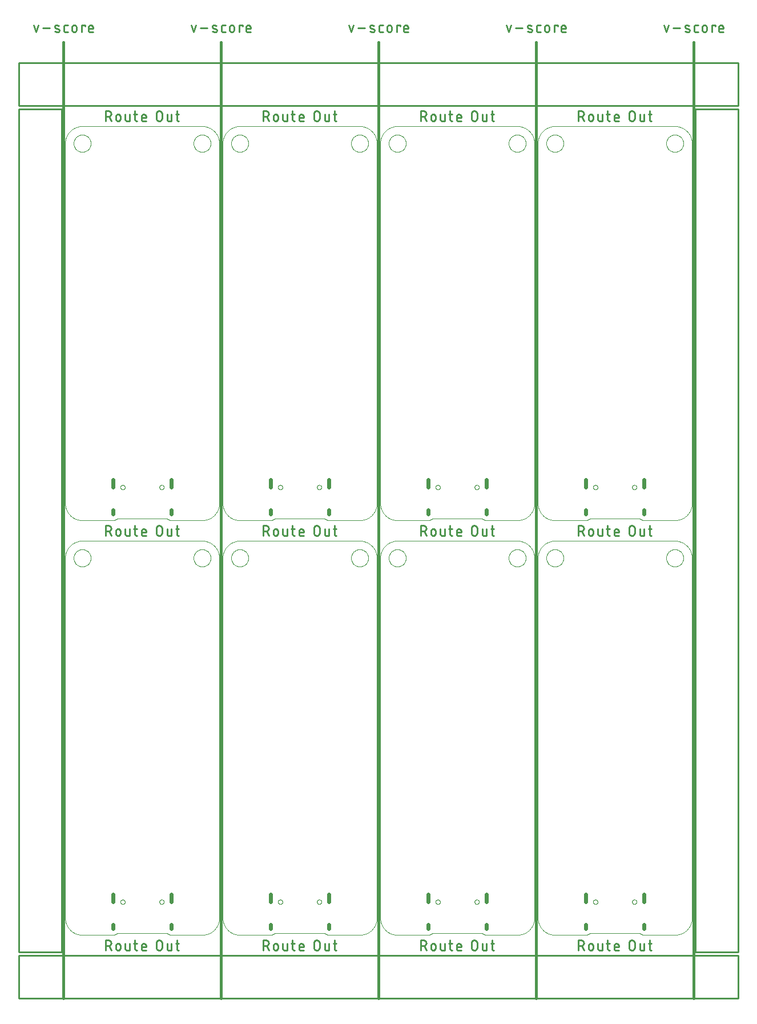
<source format=gko>
G04 EAGLE Gerber RS-274X export*
G75*
%MOMM*%
%FSLAX34Y34*%
%LPD*%
%IN*%
%IPPOS*%
%AMOC8*
5,1,8,0,0,1.08239X$1,22.5*%
G01*
%ADD10C,0.000000*%
%ADD11C,0.279400*%
%ADD12C,0.381000*%
%ADD13C,0.254000*%
%ADD14C,0.600000*%


D10*
X228600Y25400D02*
X228600Y558800D01*
X228593Y559414D01*
X228570Y560027D01*
X228533Y560640D01*
X228481Y561251D01*
X228415Y561862D01*
X228333Y562470D01*
X228237Y563076D01*
X228127Y563680D01*
X228002Y564281D01*
X227862Y564879D01*
X227708Y565473D01*
X227539Y566063D01*
X227357Y566649D01*
X227160Y567230D01*
X226949Y567807D01*
X226725Y568378D01*
X226487Y568944D01*
X226235Y569504D01*
X225969Y570057D01*
X225691Y570604D01*
X225399Y571144D01*
X225094Y571677D01*
X224776Y572202D01*
X224446Y572720D01*
X224104Y573229D01*
X223749Y573730D01*
X223382Y574222D01*
X223004Y574705D01*
X222614Y575179D01*
X222212Y575643D01*
X221800Y576098D01*
X221376Y576542D01*
X220942Y576976D01*
X220498Y577400D01*
X220043Y577812D01*
X219579Y578214D01*
X219105Y578604D01*
X218622Y578982D01*
X218130Y579349D01*
X217629Y579704D01*
X217120Y580046D01*
X216602Y580376D01*
X216077Y580694D01*
X215544Y580999D01*
X215004Y581291D01*
X214457Y581569D01*
X213904Y581835D01*
X213344Y582087D01*
X212778Y582325D01*
X212207Y582549D01*
X211630Y582760D01*
X211049Y582957D01*
X210463Y583139D01*
X209873Y583308D01*
X209279Y583462D01*
X208681Y583602D01*
X208080Y583727D01*
X207476Y583837D01*
X206870Y583933D01*
X206262Y584015D01*
X205651Y584081D01*
X205040Y584133D01*
X204427Y584170D01*
X203814Y584193D01*
X203200Y584200D01*
X25400Y584200D01*
X24786Y584193D01*
X24173Y584170D01*
X23560Y584133D01*
X22949Y584081D01*
X22338Y584015D01*
X21730Y583933D01*
X21124Y583837D01*
X20520Y583727D01*
X19919Y583602D01*
X19321Y583462D01*
X18727Y583308D01*
X18137Y583139D01*
X17551Y582957D01*
X16970Y582760D01*
X16393Y582549D01*
X15822Y582325D01*
X15256Y582087D01*
X14696Y581835D01*
X14143Y581569D01*
X13596Y581291D01*
X13056Y580999D01*
X12523Y580694D01*
X11998Y580376D01*
X11480Y580046D01*
X10971Y579704D01*
X10470Y579349D01*
X9978Y578982D01*
X9495Y578604D01*
X9021Y578214D01*
X8557Y577812D01*
X8102Y577400D01*
X7658Y576976D01*
X7224Y576542D01*
X6800Y576098D01*
X6388Y575643D01*
X5986Y575179D01*
X5596Y574705D01*
X5218Y574222D01*
X4851Y573730D01*
X4496Y573229D01*
X4154Y572720D01*
X3824Y572202D01*
X3506Y571677D01*
X3201Y571144D01*
X2909Y570604D01*
X2631Y570057D01*
X2365Y569504D01*
X2113Y568944D01*
X1875Y568378D01*
X1651Y567807D01*
X1440Y567230D01*
X1243Y566649D01*
X1061Y566063D01*
X892Y565473D01*
X738Y564879D01*
X598Y564281D01*
X473Y563680D01*
X363Y563076D01*
X267Y562470D01*
X185Y561862D01*
X119Y561251D01*
X67Y560640D01*
X30Y560027D01*
X7Y559414D01*
X0Y558800D01*
X0Y25400D01*
X7Y24786D01*
X30Y24173D01*
X67Y23560D01*
X119Y22949D01*
X185Y22338D01*
X267Y21730D01*
X363Y21124D01*
X473Y20520D01*
X598Y19919D01*
X738Y19321D01*
X892Y18727D01*
X1061Y18137D01*
X1243Y17551D01*
X1440Y16970D01*
X1651Y16393D01*
X1875Y15822D01*
X2113Y15256D01*
X2365Y14696D01*
X2631Y14143D01*
X2909Y13596D01*
X3201Y13056D01*
X3506Y12523D01*
X3824Y11998D01*
X4154Y11480D01*
X4496Y10971D01*
X4851Y10470D01*
X5218Y9978D01*
X5596Y9495D01*
X5986Y9021D01*
X6388Y8557D01*
X6800Y8102D01*
X7224Y7658D01*
X7658Y7224D01*
X8102Y6800D01*
X8557Y6388D01*
X9021Y5986D01*
X9495Y5596D01*
X9978Y5218D01*
X10470Y4851D01*
X10971Y4496D01*
X11480Y4154D01*
X11998Y3824D01*
X12523Y3506D01*
X13056Y3201D01*
X13596Y2909D01*
X14143Y2631D01*
X14696Y2365D01*
X15256Y2113D01*
X15822Y1875D01*
X16393Y1651D01*
X16970Y1440D01*
X17551Y1243D01*
X18137Y1061D01*
X18727Y892D01*
X19321Y738D01*
X19919Y598D01*
X20520Y473D01*
X21124Y363D01*
X21730Y267D01*
X22338Y185D01*
X22949Y119D01*
X23560Y67D01*
X24173Y30D01*
X24786Y7D01*
X25400Y0D01*
X72800Y0D01*
X155800Y0D02*
X203200Y0D01*
X203814Y7D01*
X204427Y30D01*
X205040Y67D01*
X205651Y119D01*
X206262Y185D01*
X206870Y267D01*
X207476Y363D01*
X208080Y473D01*
X208681Y598D01*
X209279Y738D01*
X209873Y892D01*
X210463Y1061D01*
X211049Y1243D01*
X211630Y1440D01*
X212207Y1651D01*
X212778Y1875D01*
X213344Y2113D01*
X213904Y2365D01*
X214457Y2631D01*
X215004Y2909D01*
X215544Y3201D01*
X216077Y3506D01*
X216602Y3824D01*
X217120Y4154D01*
X217629Y4496D01*
X218130Y4851D01*
X218622Y5218D01*
X219105Y5596D01*
X219579Y5986D01*
X220043Y6388D01*
X220498Y6800D01*
X220942Y7224D01*
X221376Y7658D01*
X221800Y8102D01*
X222212Y8557D01*
X222614Y9021D01*
X223004Y9495D01*
X223382Y9978D01*
X223749Y10470D01*
X224104Y10971D01*
X224446Y11480D01*
X224776Y11998D01*
X225094Y12523D01*
X225399Y13056D01*
X225691Y13596D01*
X225969Y14143D01*
X226235Y14696D01*
X226487Y15256D01*
X226725Y15822D01*
X226949Y16393D01*
X227160Y16970D01*
X227357Y17551D01*
X227539Y18137D01*
X227708Y18727D01*
X227862Y19321D01*
X228002Y19919D01*
X228127Y20520D01*
X228237Y21124D01*
X228333Y21730D01*
X228415Y22338D01*
X228481Y22949D01*
X228533Y23560D01*
X228570Y24173D01*
X228593Y24786D01*
X228600Y25400D01*
X12700Y558800D02*
X12704Y559112D01*
X12715Y559423D01*
X12734Y559734D01*
X12761Y560045D01*
X12796Y560355D01*
X12837Y560663D01*
X12887Y560971D01*
X12944Y561278D01*
X13009Y561583D01*
X13081Y561886D01*
X13160Y562187D01*
X13247Y562487D01*
X13341Y562784D01*
X13442Y563079D01*
X13551Y563371D01*
X13667Y563660D01*
X13790Y563947D01*
X13919Y564230D01*
X14056Y564510D01*
X14200Y564787D01*
X14350Y565060D01*
X14507Y565329D01*
X14670Y565594D01*
X14840Y565856D01*
X15017Y566113D01*
X15199Y566365D01*
X15388Y566613D01*
X15583Y566857D01*
X15783Y567095D01*
X15990Y567329D01*
X16202Y567557D01*
X16420Y567780D01*
X16643Y567998D01*
X16871Y568210D01*
X17105Y568417D01*
X17343Y568617D01*
X17587Y568812D01*
X17835Y569001D01*
X18087Y569183D01*
X18344Y569360D01*
X18606Y569530D01*
X18871Y569693D01*
X19140Y569850D01*
X19413Y570000D01*
X19690Y570144D01*
X19970Y570281D01*
X20253Y570410D01*
X20540Y570533D01*
X20829Y570649D01*
X21121Y570758D01*
X21416Y570859D01*
X21713Y570953D01*
X22013Y571040D01*
X22314Y571119D01*
X22617Y571191D01*
X22922Y571256D01*
X23229Y571313D01*
X23537Y571363D01*
X23845Y571404D01*
X24155Y571439D01*
X24466Y571466D01*
X24777Y571485D01*
X25088Y571496D01*
X25400Y571500D01*
X25712Y571496D01*
X26023Y571485D01*
X26334Y571466D01*
X26645Y571439D01*
X26955Y571404D01*
X27263Y571363D01*
X27571Y571313D01*
X27878Y571256D01*
X28183Y571191D01*
X28486Y571119D01*
X28787Y571040D01*
X29087Y570953D01*
X29384Y570859D01*
X29679Y570758D01*
X29971Y570649D01*
X30260Y570533D01*
X30547Y570410D01*
X30830Y570281D01*
X31110Y570144D01*
X31387Y570000D01*
X31660Y569850D01*
X31929Y569693D01*
X32194Y569530D01*
X32456Y569360D01*
X32713Y569183D01*
X32965Y569001D01*
X33213Y568812D01*
X33457Y568617D01*
X33695Y568417D01*
X33929Y568210D01*
X34157Y567998D01*
X34380Y567780D01*
X34598Y567557D01*
X34810Y567329D01*
X35017Y567095D01*
X35217Y566857D01*
X35412Y566613D01*
X35601Y566365D01*
X35783Y566113D01*
X35960Y565856D01*
X36130Y565594D01*
X36293Y565329D01*
X36450Y565060D01*
X36600Y564787D01*
X36744Y564510D01*
X36881Y564230D01*
X37010Y563947D01*
X37133Y563660D01*
X37249Y563371D01*
X37358Y563079D01*
X37459Y562784D01*
X37553Y562487D01*
X37640Y562187D01*
X37719Y561886D01*
X37791Y561583D01*
X37856Y561278D01*
X37913Y560971D01*
X37963Y560663D01*
X38004Y560355D01*
X38039Y560045D01*
X38066Y559734D01*
X38085Y559423D01*
X38096Y559112D01*
X38100Y558800D01*
X38096Y558488D01*
X38085Y558177D01*
X38066Y557866D01*
X38039Y557555D01*
X38004Y557245D01*
X37963Y556937D01*
X37913Y556629D01*
X37856Y556322D01*
X37791Y556017D01*
X37719Y555714D01*
X37640Y555413D01*
X37553Y555113D01*
X37459Y554816D01*
X37358Y554521D01*
X37249Y554229D01*
X37133Y553940D01*
X37010Y553653D01*
X36881Y553370D01*
X36744Y553090D01*
X36600Y552813D01*
X36450Y552540D01*
X36293Y552271D01*
X36130Y552006D01*
X35960Y551744D01*
X35783Y551487D01*
X35601Y551235D01*
X35412Y550987D01*
X35217Y550743D01*
X35017Y550505D01*
X34810Y550271D01*
X34598Y550043D01*
X34380Y549820D01*
X34157Y549602D01*
X33929Y549390D01*
X33695Y549183D01*
X33457Y548983D01*
X33213Y548788D01*
X32965Y548599D01*
X32713Y548417D01*
X32456Y548240D01*
X32194Y548070D01*
X31929Y547907D01*
X31660Y547750D01*
X31387Y547600D01*
X31110Y547456D01*
X30830Y547319D01*
X30547Y547190D01*
X30260Y547067D01*
X29971Y546951D01*
X29679Y546842D01*
X29384Y546741D01*
X29087Y546647D01*
X28787Y546560D01*
X28486Y546481D01*
X28183Y546409D01*
X27878Y546344D01*
X27571Y546287D01*
X27263Y546237D01*
X26955Y546196D01*
X26645Y546161D01*
X26334Y546134D01*
X26023Y546115D01*
X25712Y546104D01*
X25400Y546100D01*
X25088Y546104D01*
X24777Y546115D01*
X24466Y546134D01*
X24155Y546161D01*
X23845Y546196D01*
X23537Y546237D01*
X23229Y546287D01*
X22922Y546344D01*
X22617Y546409D01*
X22314Y546481D01*
X22013Y546560D01*
X21713Y546647D01*
X21416Y546741D01*
X21121Y546842D01*
X20829Y546951D01*
X20540Y547067D01*
X20253Y547190D01*
X19970Y547319D01*
X19690Y547456D01*
X19413Y547600D01*
X19140Y547750D01*
X18871Y547907D01*
X18606Y548070D01*
X18344Y548240D01*
X18087Y548417D01*
X17835Y548599D01*
X17587Y548788D01*
X17343Y548983D01*
X17105Y549183D01*
X16871Y549390D01*
X16643Y549602D01*
X16420Y549820D01*
X16202Y550043D01*
X15990Y550271D01*
X15783Y550505D01*
X15583Y550743D01*
X15388Y550987D01*
X15199Y551235D01*
X15017Y551487D01*
X14840Y551744D01*
X14670Y552006D01*
X14507Y552271D01*
X14350Y552540D01*
X14200Y552813D01*
X14056Y553090D01*
X13919Y553370D01*
X13790Y553653D01*
X13667Y553940D01*
X13551Y554229D01*
X13442Y554521D01*
X13341Y554816D01*
X13247Y555113D01*
X13160Y555413D01*
X13081Y555714D01*
X13009Y556017D01*
X12944Y556322D01*
X12887Y556629D01*
X12837Y556937D01*
X12796Y557245D01*
X12761Y557555D01*
X12734Y557866D01*
X12715Y558177D01*
X12704Y558488D01*
X12700Y558800D01*
X190500Y558800D02*
X190504Y559112D01*
X190515Y559423D01*
X190534Y559734D01*
X190561Y560045D01*
X190596Y560355D01*
X190637Y560663D01*
X190687Y560971D01*
X190744Y561278D01*
X190809Y561583D01*
X190881Y561886D01*
X190960Y562187D01*
X191047Y562487D01*
X191141Y562784D01*
X191242Y563079D01*
X191351Y563371D01*
X191467Y563660D01*
X191590Y563947D01*
X191719Y564230D01*
X191856Y564510D01*
X192000Y564787D01*
X192150Y565060D01*
X192307Y565329D01*
X192470Y565594D01*
X192640Y565856D01*
X192817Y566113D01*
X192999Y566365D01*
X193188Y566613D01*
X193383Y566857D01*
X193583Y567095D01*
X193790Y567329D01*
X194002Y567557D01*
X194220Y567780D01*
X194443Y567998D01*
X194671Y568210D01*
X194905Y568417D01*
X195143Y568617D01*
X195387Y568812D01*
X195635Y569001D01*
X195887Y569183D01*
X196144Y569360D01*
X196406Y569530D01*
X196671Y569693D01*
X196940Y569850D01*
X197213Y570000D01*
X197490Y570144D01*
X197770Y570281D01*
X198053Y570410D01*
X198340Y570533D01*
X198629Y570649D01*
X198921Y570758D01*
X199216Y570859D01*
X199513Y570953D01*
X199813Y571040D01*
X200114Y571119D01*
X200417Y571191D01*
X200722Y571256D01*
X201029Y571313D01*
X201337Y571363D01*
X201645Y571404D01*
X201955Y571439D01*
X202266Y571466D01*
X202577Y571485D01*
X202888Y571496D01*
X203200Y571500D01*
X203512Y571496D01*
X203823Y571485D01*
X204134Y571466D01*
X204445Y571439D01*
X204755Y571404D01*
X205063Y571363D01*
X205371Y571313D01*
X205678Y571256D01*
X205983Y571191D01*
X206286Y571119D01*
X206587Y571040D01*
X206887Y570953D01*
X207184Y570859D01*
X207479Y570758D01*
X207771Y570649D01*
X208060Y570533D01*
X208347Y570410D01*
X208630Y570281D01*
X208910Y570144D01*
X209187Y570000D01*
X209460Y569850D01*
X209729Y569693D01*
X209994Y569530D01*
X210256Y569360D01*
X210513Y569183D01*
X210765Y569001D01*
X211013Y568812D01*
X211257Y568617D01*
X211495Y568417D01*
X211729Y568210D01*
X211957Y567998D01*
X212180Y567780D01*
X212398Y567557D01*
X212610Y567329D01*
X212817Y567095D01*
X213017Y566857D01*
X213212Y566613D01*
X213401Y566365D01*
X213583Y566113D01*
X213760Y565856D01*
X213930Y565594D01*
X214093Y565329D01*
X214250Y565060D01*
X214400Y564787D01*
X214544Y564510D01*
X214681Y564230D01*
X214810Y563947D01*
X214933Y563660D01*
X215049Y563371D01*
X215158Y563079D01*
X215259Y562784D01*
X215353Y562487D01*
X215440Y562187D01*
X215519Y561886D01*
X215591Y561583D01*
X215656Y561278D01*
X215713Y560971D01*
X215763Y560663D01*
X215804Y560355D01*
X215839Y560045D01*
X215866Y559734D01*
X215885Y559423D01*
X215896Y559112D01*
X215900Y558800D01*
X215896Y558488D01*
X215885Y558177D01*
X215866Y557866D01*
X215839Y557555D01*
X215804Y557245D01*
X215763Y556937D01*
X215713Y556629D01*
X215656Y556322D01*
X215591Y556017D01*
X215519Y555714D01*
X215440Y555413D01*
X215353Y555113D01*
X215259Y554816D01*
X215158Y554521D01*
X215049Y554229D01*
X214933Y553940D01*
X214810Y553653D01*
X214681Y553370D01*
X214544Y553090D01*
X214400Y552813D01*
X214250Y552540D01*
X214093Y552271D01*
X213930Y552006D01*
X213760Y551744D01*
X213583Y551487D01*
X213401Y551235D01*
X213212Y550987D01*
X213017Y550743D01*
X212817Y550505D01*
X212610Y550271D01*
X212398Y550043D01*
X212180Y549820D01*
X211957Y549602D01*
X211729Y549390D01*
X211495Y549183D01*
X211257Y548983D01*
X211013Y548788D01*
X210765Y548599D01*
X210513Y548417D01*
X210256Y548240D01*
X209994Y548070D01*
X209729Y547907D01*
X209460Y547750D01*
X209187Y547600D01*
X208910Y547456D01*
X208630Y547319D01*
X208347Y547190D01*
X208060Y547067D01*
X207771Y546951D01*
X207479Y546842D01*
X207184Y546741D01*
X206887Y546647D01*
X206587Y546560D01*
X206286Y546481D01*
X205983Y546409D01*
X205678Y546344D01*
X205371Y546287D01*
X205063Y546237D01*
X204755Y546196D01*
X204445Y546161D01*
X204134Y546134D01*
X203823Y546115D01*
X203512Y546104D01*
X203200Y546100D01*
X202888Y546104D01*
X202577Y546115D01*
X202266Y546134D01*
X201955Y546161D01*
X201645Y546196D01*
X201337Y546237D01*
X201029Y546287D01*
X200722Y546344D01*
X200417Y546409D01*
X200114Y546481D01*
X199813Y546560D01*
X199513Y546647D01*
X199216Y546741D01*
X198921Y546842D01*
X198629Y546951D01*
X198340Y547067D01*
X198053Y547190D01*
X197770Y547319D01*
X197490Y547456D01*
X197213Y547600D01*
X196940Y547750D01*
X196671Y547907D01*
X196406Y548070D01*
X196144Y548240D01*
X195887Y548417D01*
X195635Y548599D01*
X195387Y548788D01*
X195143Y548983D01*
X194905Y549183D01*
X194671Y549390D01*
X194443Y549602D01*
X194220Y549820D01*
X194002Y550043D01*
X193790Y550271D01*
X193583Y550505D01*
X193383Y550743D01*
X193188Y550987D01*
X192999Y551235D01*
X192817Y551487D01*
X192640Y551744D01*
X192470Y552006D01*
X192307Y552271D01*
X192150Y552540D01*
X192000Y552813D01*
X191856Y553090D01*
X191719Y553370D01*
X191590Y553653D01*
X191467Y553940D01*
X191351Y554229D01*
X191242Y554521D01*
X191141Y554816D01*
X191047Y555113D01*
X190960Y555413D01*
X190881Y555714D01*
X190809Y556017D01*
X190744Y556322D01*
X190687Y556629D01*
X190637Y556937D01*
X190596Y557245D01*
X190561Y557555D01*
X190534Y557866D01*
X190515Y558177D01*
X190504Y558488D01*
X190500Y558800D01*
X77880Y3000D02*
X72800Y0D01*
X77880Y3000D02*
X150720Y3000D01*
X155800Y0D01*
D11*
X59804Y-7747D02*
X59804Y-22733D01*
X59804Y-7747D02*
X63967Y-7747D01*
X64095Y-7749D01*
X64223Y-7755D01*
X64351Y-7765D01*
X64479Y-7779D01*
X64606Y-7796D01*
X64732Y-7818D01*
X64858Y-7843D01*
X64982Y-7873D01*
X65106Y-7906D01*
X65229Y-7943D01*
X65351Y-7984D01*
X65471Y-8028D01*
X65590Y-8076D01*
X65707Y-8128D01*
X65823Y-8183D01*
X65936Y-8242D01*
X66049Y-8305D01*
X66159Y-8371D01*
X66266Y-8440D01*
X66372Y-8512D01*
X66476Y-8588D01*
X66577Y-8667D01*
X66676Y-8749D01*
X66772Y-8834D01*
X66865Y-8921D01*
X66956Y-9012D01*
X67043Y-9105D01*
X67128Y-9201D01*
X67210Y-9300D01*
X67289Y-9401D01*
X67365Y-9505D01*
X67437Y-9611D01*
X67506Y-9718D01*
X67572Y-9829D01*
X67635Y-9941D01*
X67694Y-10054D01*
X67749Y-10170D01*
X67801Y-10287D01*
X67849Y-10406D01*
X67893Y-10526D01*
X67934Y-10648D01*
X67971Y-10771D01*
X68004Y-10895D01*
X68034Y-11019D01*
X68059Y-11145D01*
X68081Y-11271D01*
X68098Y-11398D01*
X68112Y-11526D01*
X68122Y-11654D01*
X68128Y-11782D01*
X68130Y-11910D01*
X68128Y-12038D01*
X68122Y-12166D01*
X68112Y-12294D01*
X68098Y-12422D01*
X68081Y-12549D01*
X68059Y-12675D01*
X68034Y-12801D01*
X68004Y-12925D01*
X67971Y-13049D01*
X67934Y-13172D01*
X67893Y-13294D01*
X67849Y-13414D01*
X67801Y-13533D01*
X67749Y-13650D01*
X67694Y-13766D01*
X67635Y-13879D01*
X67572Y-13992D01*
X67506Y-14102D01*
X67437Y-14209D01*
X67365Y-14315D01*
X67289Y-14419D01*
X67210Y-14520D01*
X67128Y-14619D01*
X67043Y-14715D01*
X66956Y-14808D01*
X66865Y-14899D01*
X66772Y-14986D01*
X66676Y-15071D01*
X66577Y-15153D01*
X66476Y-15232D01*
X66372Y-15308D01*
X66266Y-15380D01*
X66159Y-15449D01*
X66049Y-15515D01*
X65936Y-15578D01*
X65823Y-15637D01*
X65707Y-15692D01*
X65590Y-15744D01*
X65471Y-15792D01*
X65351Y-15836D01*
X65229Y-15877D01*
X65106Y-15914D01*
X64982Y-15947D01*
X64858Y-15977D01*
X64732Y-16002D01*
X64606Y-16024D01*
X64479Y-16041D01*
X64351Y-16055D01*
X64223Y-16065D01*
X64095Y-16071D01*
X63967Y-16073D01*
X59804Y-16073D01*
X64799Y-16073D02*
X68129Y-22733D01*
X75088Y-19403D02*
X75088Y-16073D01*
X75090Y-15959D01*
X75096Y-15846D01*
X75105Y-15732D01*
X75119Y-15620D01*
X75136Y-15507D01*
X75158Y-15395D01*
X75183Y-15285D01*
X75211Y-15175D01*
X75244Y-15066D01*
X75280Y-14958D01*
X75320Y-14851D01*
X75364Y-14746D01*
X75411Y-14643D01*
X75461Y-14541D01*
X75515Y-14441D01*
X75573Y-14343D01*
X75634Y-14247D01*
X75697Y-14153D01*
X75765Y-14061D01*
X75835Y-13971D01*
X75908Y-13885D01*
X75984Y-13800D01*
X76063Y-13718D01*
X76145Y-13639D01*
X76230Y-13563D01*
X76316Y-13490D01*
X76406Y-13420D01*
X76498Y-13352D01*
X76592Y-13289D01*
X76688Y-13228D01*
X76786Y-13170D01*
X76886Y-13116D01*
X76988Y-13066D01*
X77091Y-13019D01*
X77196Y-12975D01*
X77303Y-12935D01*
X77411Y-12899D01*
X77520Y-12866D01*
X77630Y-12838D01*
X77740Y-12813D01*
X77852Y-12791D01*
X77965Y-12774D01*
X78077Y-12760D01*
X78191Y-12751D01*
X78304Y-12745D01*
X78418Y-12743D01*
X78532Y-12745D01*
X78645Y-12751D01*
X78759Y-12760D01*
X78871Y-12774D01*
X78984Y-12791D01*
X79096Y-12813D01*
X79206Y-12838D01*
X79316Y-12866D01*
X79425Y-12899D01*
X79533Y-12935D01*
X79640Y-12975D01*
X79745Y-13019D01*
X79848Y-13066D01*
X79950Y-13116D01*
X80050Y-13170D01*
X80148Y-13228D01*
X80244Y-13289D01*
X80338Y-13352D01*
X80430Y-13420D01*
X80520Y-13490D01*
X80606Y-13563D01*
X80691Y-13639D01*
X80773Y-13718D01*
X80852Y-13800D01*
X80928Y-13885D01*
X81001Y-13971D01*
X81071Y-14061D01*
X81139Y-14153D01*
X81202Y-14247D01*
X81263Y-14343D01*
X81321Y-14441D01*
X81375Y-14541D01*
X81425Y-14643D01*
X81472Y-14746D01*
X81516Y-14851D01*
X81556Y-14958D01*
X81592Y-15066D01*
X81625Y-15175D01*
X81653Y-15285D01*
X81678Y-15395D01*
X81700Y-15507D01*
X81717Y-15620D01*
X81731Y-15732D01*
X81740Y-15846D01*
X81746Y-15959D01*
X81748Y-16073D01*
X81748Y-19403D01*
X81746Y-19517D01*
X81740Y-19630D01*
X81731Y-19744D01*
X81717Y-19856D01*
X81700Y-19969D01*
X81678Y-20081D01*
X81653Y-20191D01*
X81625Y-20301D01*
X81592Y-20410D01*
X81556Y-20518D01*
X81516Y-20625D01*
X81472Y-20730D01*
X81425Y-20833D01*
X81375Y-20935D01*
X81321Y-21035D01*
X81263Y-21133D01*
X81202Y-21229D01*
X81139Y-21323D01*
X81071Y-21415D01*
X81001Y-21505D01*
X80928Y-21591D01*
X80852Y-21676D01*
X80773Y-21758D01*
X80691Y-21837D01*
X80606Y-21913D01*
X80520Y-21986D01*
X80430Y-22056D01*
X80338Y-22124D01*
X80244Y-22187D01*
X80148Y-22248D01*
X80050Y-22306D01*
X79950Y-22360D01*
X79848Y-22410D01*
X79745Y-22457D01*
X79640Y-22501D01*
X79533Y-22541D01*
X79425Y-22577D01*
X79316Y-22610D01*
X79206Y-22638D01*
X79096Y-22663D01*
X78984Y-22685D01*
X78871Y-22702D01*
X78759Y-22716D01*
X78645Y-22725D01*
X78532Y-22731D01*
X78418Y-22733D01*
X78304Y-22731D01*
X78191Y-22725D01*
X78077Y-22716D01*
X77965Y-22702D01*
X77852Y-22685D01*
X77740Y-22663D01*
X77630Y-22638D01*
X77520Y-22610D01*
X77411Y-22577D01*
X77303Y-22541D01*
X77196Y-22501D01*
X77091Y-22457D01*
X76988Y-22410D01*
X76886Y-22360D01*
X76786Y-22306D01*
X76688Y-22248D01*
X76592Y-22187D01*
X76498Y-22124D01*
X76406Y-22056D01*
X76316Y-21986D01*
X76230Y-21913D01*
X76145Y-21837D01*
X76063Y-21758D01*
X75984Y-21676D01*
X75908Y-21591D01*
X75835Y-21505D01*
X75765Y-21415D01*
X75697Y-21323D01*
X75634Y-21229D01*
X75573Y-21133D01*
X75515Y-21035D01*
X75461Y-20935D01*
X75411Y-20833D01*
X75364Y-20730D01*
X75320Y-20625D01*
X75280Y-20518D01*
X75244Y-20410D01*
X75211Y-20301D01*
X75183Y-20191D01*
X75158Y-20081D01*
X75136Y-19969D01*
X75119Y-19856D01*
X75105Y-19744D01*
X75096Y-19630D01*
X75090Y-19517D01*
X75088Y-19403D01*
X89156Y-20235D02*
X89156Y-12742D01*
X89155Y-20235D02*
X89157Y-20333D01*
X89163Y-20431D01*
X89172Y-20529D01*
X89186Y-20626D01*
X89203Y-20722D01*
X89224Y-20818D01*
X89249Y-20913D01*
X89277Y-21007D01*
X89309Y-21100D01*
X89345Y-21191D01*
X89384Y-21281D01*
X89427Y-21369D01*
X89474Y-21456D01*
X89523Y-21540D01*
X89576Y-21623D01*
X89632Y-21703D01*
X89691Y-21782D01*
X89754Y-21857D01*
X89819Y-21931D01*
X89887Y-22001D01*
X89957Y-22069D01*
X90031Y-22135D01*
X90107Y-22197D01*
X90185Y-22256D01*
X90265Y-22312D01*
X90348Y-22365D01*
X90432Y-22415D01*
X90519Y-22461D01*
X90607Y-22504D01*
X90697Y-22543D01*
X90788Y-22579D01*
X90881Y-22611D01*
X90975Y-22639D01*
X91070Y-22664D01*
X91166Y-22685D01*
X91262Y-22702D01*
X91359Y-22716D01*
X91457Y-22725D01*
X91555Y-22731D01*
X91653Y-22733D01*
X95816Y-22733D01*
X95816Y-12742D01*
X101797Y-12742D02*
X106792Y-12742D01*
X103462Y-7747D02*
X103462Y-20235D01*
X103464Y-20333D01*
X103470Y-20431D01*
X103479Y-20529D01*
X103493Y-20626D01*
X103510Y-20722D01*
X103531Y-20818D01*
X103556Y-20913D01*
X103584Y-21007D01*
X103616Y-21100D01*
X103652Y-21191D01*
X103691Y-21281D01*
X103734Y-21369D01*
X103781Y-21456D01*
X103830Y-21540D01*
X103883Y-21623D01*
X103939Y-21703D01*
X103998Y-21782D01*
X104061Y-21857D01*
X104126Y-21931D01*
X104194Y-22001D01*
X104264Y-22069D01*
X104338Y-22135D01*
X104414Y-22197D01*
X104492Y-22256D01*
X104572Y-22312D01*
X104655Y-22365D01*
X104739Y-22415D01*
X104826Y-22461D01*
X104914Y-22504D01*
X105004Y-22543D01*
X105095Y-22579D01*
X105188Y-22611D01*
X105282Y-22639D01*
X105377Y-22664D01*
X105473Y-22685D01*
X105569Y-22702D01*
X105666Y-22716D01*
X105764Y-22725D01*
X105862Y-22731D01*
X105960Y-22733D01*
X106792Y-22733D01*
X115621Y-22733D02*
X119784Y-22733D01*
X115621Y-22733D02*
X115523Y-22731D01*
X115425Y-22725D01*
X115327Y-22716D01*
X115230Y-22702D01*
X115134Y-22685D01*
X115038Y-22664D01*
X114943Y-22639D01*
X114849Y-22611D01*
X114756Y-22579D01*
X114665Y-22543D01*
X114575Y-22504D01*
X114487Y-22461D01*
X114400Y-22414D01*
X114316Y-22365D01*
X114233Y-22312D01*
X114153Y-22256D01*
X114075Y-22197D01*
X113999Y-22135D01*
X113925Y-22069D01*
X113855Y-22001D01*
X113787Y-21931D01*
X113722Y-21857D01*
X113659Y-21782D01*
X113600Y-21703D01*
X113544Y-21623D01*
X113491Y-21540D01*
X113442Y-21456D01*
X113395Y-21369D01*
X113352Y-21281D01*
X113313Y-21191D01*
X113277Y-21100D01*
X113245Y-21007D01*
X113217Y-20913D01*
X113192Y-20818D01*
X113171Y-20722D01*
X113154Y-20626D01*
X113140Y-20529D01*
X113131Y-20431D01*
X113125Y-20333D01*
X113123Y-20235D01*
X113124Y-20235D02*
X113124Y-16073D01*
X113126Y-15959D01*
X113132Y-15846D01*
X113141Y-15732D01*
X113155Y-15620D01*
X113172Y-15507D01*
X113194Y-15395D01*
X113219Y-15285D01*
X113247Y-15175D01*
X113280Y-15066D01*
X113316Y-14958D01*
X113356Y-14851D01*
X113400Y-14746D01*
X113447Y-14643D01*
X113497Y-14541D01*
X113551Y-14441D01*
X113609Y-14343D01*
X113670Y-14247D01*
X113733Y-14153D01*
X113801Y-14061D01*
X113871Y-13971D01*
X113944Y-13885D01*
X114020Y-13800D01*
X114099Y-13718D01*
X114181Y-13639D01*
X114266Y-13563D01*
X114352Y-13490D01*
X114442Y-13420D01*
X114534Y-13352D01*
X114628Y-13289D01*
X114724Y-13228D01*
X114822Y-13170D01*
X114922Y-13116D01*
X115024Y-13066D01*
X115127Y-13019D01*
X115232Y-12975D01*
X115339Y-12935D01*
X115447Y-12899D01*
X115556Y-12866D01*
X115666Y-12838D01*
X115776Y-12813D01*
X115888Y-12791D01*
X116001Y-12774D01*
X116113Y-12760D01*
X116227Y-12751D01*
X116340Y-12745D01*
X116454Y-12743D01*
X116568Y-12745D01*
X116681Y-12751D01*
X116795Y-12760D01*
X116907Y-12774D01*
X117020Y-12791D01*
X117132Y-12813D01*
X117242Y-12838D01*
X117352Y-12866D01*
X117461Y-12899D01*
X117569Y-12935D01*
X117676Y-12975D01*
X117781Y-13019D01*
X117884Y-13066D01*
X117986Y-13116D01*
X118086Y-13170D01*
X118184Y-13228D01*
X118280Y-13289D01*
X118374Y-13352D01*
X118466Y-13420D01*
X118556Y-13490D01*
X118642Y-13563D01*
X118727Y-13639D01*
X118809Y-13718D01*
X118888Y-13800D01*
X118964Y-13885D01*
X119037Y-13971D01*
X119107Y-14061D01*
X119175Y-14153D01*
X119238Y-14247D01*
X119299Y-14343D01*
X119357Y-14441D01*
X119411Y-14541D01*
X119461Y-14643D01*
X119508Y-14746D01*
X119552Y-14851D01*
X119592Y-14958D01*
X119628Y-15066D01*
X119661Y-15175D01*
X119689Y-15285D01*
X119714Y-15395D01*
X119736Y-15507D01*
X119753Y-15620D01*
X119767Y-15732D01*
X119776Y-15846D01*
X119782Y-15959D01*
X119784Y-16073D01*
X119784Y-17738D01*
X113124Y-17738D01*
X135217Y-18570D02*
X135217Y-11910D01*
X135219Y-11782D01*
X135225Y-11654D01*
X135235Y-11526D01*
X135249Y-11398D01*
X135266Y-11271D01*
X135288Y-11145D01*
X135313Y-11019D01*
X135343Y-10895D01*
X135376Y-10771D01*
X135413Y-10648D01*
X135454Y-10526D01*
X135498Y-10406D01*
X135546Y-10287D01*
X135598Y-10170D01*
X135653Y-10054D01*
X135712Y-9941D01*
X135775Y-9828D01*
X135841Y-9718D01*
X135910Y-9611D01*
X135982Y-9505D01*
X136058Y-9401D01*
X136137Y-9300D01*
X136219Y-9201D01*
X136304Y-9105D01*
X136391Y-9012D01*
X136482Y-8921D01*
X136575Y-8834D01*
X136671Y-8749D01*
X136770Y-8667D01*
X136871Y-8588D01*
X136975Y-8512D01*
X137081Y-8440D01*
X137188Y-8371D01*
X137299Y-8305D01*
X137411Y-8242D01*
X137524Y-8183D01*
X137640Y-8128D01*
X137757Y-8076D01*
X137876Y-8028D01*
X137996Y-7984D01*
X138118Y-7943D01*
X138241Y-7906D01*
X138365Y-7873D01*
X138489Y-7843D01*
X138615Y-7818D01*
X138741Y-7796D01*
X138868Y-7779D01*
X138996Y-7765D01*
X139124Y-7755D01*
X139252Y-7749D01*
X139380Y-7747D01*
X139508Y-7749D01*
X139636Y-7755D01*
X139764Y-7765D01*
X139892Y-7779D01*
X140019Y-7796D01*
X140145Y-7818D01*
X140271Y-7843D01*
X140395Y-7873D01*
X140519Y-7906D01*
X140642Y-7943D01*
X140764Y-7984D01*
X140884Y-8028D01*
X141003Y-8076D01*
X141120Y-8128D01*
X141236Y-8183D01*
X141349Y-8242D01*
X141462Y-8305D01*
X141572Y-8371D01*
X141679Y-8440D01*
X141785Y-8512D01*
X141889Y-8588D01*
X141990Y-8667D01*
X142089Y-8749D01*
X142185Y-8834D01*
X142278Y-8921D01*
X142369Y-9012D01*
X142456Y-9105D01*
X142541Y-9201D01*
X142623Y-9300D01*
X142702Y-9401D01*
X142778Y-9505D01*
X142850Y-9611D01*
X142919Y-9718D01*
X142985Y-9829D01*
X143048Y-9941D01*
X143107Y-10054D01*
X143162Y-10170D01*
X143214Y-10287D01*
X143262Y-10406D01*
X143306Y-10526D01*
X143347Y-10648D01*
X143384Y-10771D01*
X143417Y-10895D01*
X143447Y-11019D01*
X143472Y-11145D01*
X143494Y-11271D01*
X143511Y-11398D01*
X143525Y-11526D01*
X143535Y-11654D01*
X143541Y-11782D01*
X143543Y-11910D01*
X143542Y-11910D02*
X143542Y-18570D01*
X143543Y-18570D02*
X143541Y-18698D01*
X143535Y-18826D01*
X143525Y-18954D01*
X143511Y-19082D01*
X143494Y-19209D01*
X143472Y-19335D01*
X143447Y-19461D01*
X143417Y-19585D01*
X143384Y-19709D01*
X143347Y-19832D01*
X143306Y-19954D01*
X143262Y-20074D01*
X143214Y-20193D01*
X143162Y-20310D01*
X143107Y-20426D01*
X143048Y-20539D01*
X142985Y-20652D01*
X142919Y-20762D01*
X142850Y-20869D01*
X142778Y-20975D01*
X142702Y-21079D01*
X142623Y-21180D01*
X142541Y-21279D01*
X142456Y-21375D01*
X142369Y-21468D01*
X142278Y-21559D01*
X142185Y-21646D01*
X142089Y-21731D01*
X141990Y-21813D01*
X141889Y-21892D01*
X141785Y-21968D01*
X141679Y-22040D01*
X141572Y-22109D01*
X141461Y-22175D01*
X141349Y-22238D01*
X141236Y-22297D01*
X141120Y-22352D01*
X141003Y-22404D01*
X140884Y-22452D01*
X140764Y-22496D01*
X140642Y-22537D01*
X140519Y-22574D01*
X140395Y-22607D01*
X140271Y-22637D01*
X140145Y-22662D01*
X140019Y-22684D01*
X139892Y-22701D01*
X139764Y-22715D01*
X139636Y-22725D01*
X139508Y-22731D01*
X139380Y-22733D01*
X139252Y-22731D01*
X139124Y-22725D01*
X138996Y-22715D01*
X138868Y-22701D01*
X138741Y-22684D01*
X138615Y-22662D01*
X138489Y-22637D01*
X138365Y-22607D01*
X138241Y-22574D01*
X138118Y-22537D01*
X137996Y-22496D01*
X137876Y-22452D01*
X137757Y-22404D01*
X137640Y-22352D01*
X137524Y-22297D01*
X137411Y-22238D01*
X137299Y-22175D01*
X137188Y-22109D01*
X137081Y-22040D01*
X136975Y-21968D01*
X136871Y-21892D01*
X136770Y-21813D01*
X136671Y-21731D01*
X136575Y-21646D01*
X136482Y-21559D01*
X136391Y-21468D01*
X136304Y-21375D01*
X136219Y-21279D01*
X136137Y-21180D01*
X136058Y-21079D01*
X135982Y-20975D01*
X135910Y-20869D01*
X135841Y-20762D01*
X135775Y-20651D01*
X135712Y-20539D01*
X135653Y-20426D01*
X135598Y-20310D01*
X135546Y-20193D01*
X135498Y-20074D01*
X135454Y-19954D01*
X135413Y-19832D01*
X135376Y-19709D01*
X135343Y-19585D01*
X135313Y-19461D01*
X135288Y-19335D01*
X135266Y-19209D01*
X135249Y-19082D01*
X135235Y-18954D01*
X135225Y-18826D01*
X135219Y-18698D01*
X135217Y-18570D01*
X151159Y-20235D02*
X151159Y-12742D01*
X151159Y-20235D02*
X151161Y-20333D01*
X151167Y-20431D01*
X151176Y-20529D01*
X151190Y-20626D01*
X151207Y-20722D01*
X151228Y-20818D01*
X151253Y-20913D01*
X151281Y-21007D01*
X151313Y-21100D01*
X151349Y-21191D01*
X151388Y-21281D01*
X151431Y-21369D01*
X151478Y-21456D01*
X151527Y-21540D01*
X151580Y-21623D01*
X151636Y-21703D01*
X151695Y-21782D01*
X151758Y-21857D01*
X151823Y-21931D01*
X151891Y-22001D01*
X151961Y-22069D01*
X152035Y-22135D01*
X152111Y-22197D01*
X152189Y-22256D01*
X152269Y-22312D01*
X152352Y-22365D01*
X152436Y-22415D01*
X152523Y-22461D01*
X152611Y-22504D01*
X152701Y-22543D01*
X152792Y-22579D01*
X152885Y-22611D01*
X152979Y-22639D01*
X153074Y-22664D01*
X153170Y-22685D01*
X153266Y-22702D01*
X153363Y-22716D01*
X153461Y-22725D01*
X153559Y-22731D01*
X153657Y-22733D01*
X157820Y-22733D01*
X157820Y-12742D01*
X163801Y-12742D02*
X168796Y-12742D01*
X165466Y-7747D02*
X165466Y-20235D01*
X165465Y-20235D02*
X165467Y-20333D01*
X165473Y-20431D01*
X165482Y-20529D01*
X165496Y-20626D01*
X165513Y-20722D01*
X165534Y-20818D01*
X165559Y-20913D01*
X165587Y-21007D01*
X165619Y-21100D01*
X165655Y-21191D01*
X165694Y-21281D01*
X165737Y-21369D01*
X165784Y-21456D01*
X165833Y-21540D01*
X165886Y-21623D01*
X165942Y-21703D01*
X166001Y-21782D01*
X166064Y-21857D01*
X166129Y-21931D01*
X166197Y-22001D01*
X166267Y-22069D01*
X166341Y-22135D01*
X166417Y-22197D01*
X166495Y-22256D01*
X166575Y-22312D01*
X166658Y-22365D01*
X166742Y-22415D01*
X166829Y-22461D01*
X166917Y-22504D01*
X167007Y-22543D01*
X167098Y-22579D01*
X167191Y-22611D01*
X167285Y-22639D01*
X167380Y-22664D01*
X167476Y-22685D01*
X167572Y-22702D01*
X167669Y-22716D01*
X167767Y-22725D01*
X167865Y-22731D01*
X167963Y-22733D01*
X167964Y-22733D02*
X168796Y-22733D01*
D10*
X462280Y25400D02*
X462280Y558800D01*
X462273Y559414D01*
X462250Y560027D01*
X462213Y560640D01*
X462161Y561251D01*
X462095Y561862D01*
X462013Y562470D01*
X461917Y563076D01*
X461807Y563680D01*
X461682Y564281D01*
X461542Y564879D01*
X461388Y565473D01*
X461219Y566063D01*
X461037Y566649D01*
X460840Y567230D01*
X460629Y567807D01*
X460405Y568378D01*
X460167Y568944D01*
X459915Y569504D01*
X459649Y570057D01*
X459371Y570604D01*
X459079Y571144D01*
X458774Y571677D01*
X458456Y572202D01*
X458126Y572720D01*
X457784Y573229D01*
X457429Y573730D01*
X457062Y574222D01*
X456684Y574705D01*
X456294Y575179D01*
X455892Y575643D01*
X455480Y576098D01*
X455056Y576542D01*
X454622Y576976D01*
X454178Y577400D01*
X453723Y577812D01*
X453259Y578214D01*
X452785Y578604D01*
X452302Y578982D01*
X451810Y579349D01*
X451309Y579704D01*
X450800Y580046D01*
X450282Y580376D01*
X449757Y580694D01*
X449224Y580999D01*
X448684Y581291D01*
X448137Y581569D01*
X447584Y581835D01*
X447024Y582087D01*
X446458Y582325D01*
X445887Y582549D01*
X445310Y582760D01*
X444729Y582957D01*
X444143Y583139D01*
X443553Y583308D01*
X442959Y583462D01*
X442361Y583602D01*
X441760Y583727D01*
X441156Y583837D01*
X440550Y583933D01*
X439942Y584015D01*
X439331Y584081D01*
X438720Y584133D01*
X438107Y584170D01*
X437494Y584193D01*
X436880Y584200D01*
X259080Y584200D01*
X258466Y584193D01*
X257853Y584170D01*
X257240Y584133D01*
X256629Y584081D01*
X256018Y584015D01*
X255410Y583933D01*
X254804Y583837D01*
X254200Y583727D01*
X253599Y583602D01*
X253001Y583462D01*
X252407Y583308D01*
X251817Y583139D01*
X251231Y582957D01*
X250650Y582760D01*
X250073Y582549D01*
X249502Y582325D01*
X248936Y582087D01*
X248376Y581835D01*
X247823Y581569D01*
X247276Y581291D01*
X246736Y580999D01*
X246203Y580694D01*
X245678Y580376D01*
X245160Y580046D01*
X244651Y579704D01*
X244150Y579349D01*
X243658Y578982D01*
X243175Y578604D01*
X242701Y578214D01*
X242237Y577812D01*
X241782Y577400D01*
X241338Y576976D01*
X240904Y576542D01*
X240480Y576098D01*
X240068Y575643D01*
X239666Y575179D01*
X239276Y574705D01*
X238898Y574222D01*
X238531Y573730D01*
X238176Y573229D01*
X237834Y572720D01*
X237504Y572202D01*
X237186Y571677D01*
X236881Y571144D01*
X236589Y570604D01*
X236311Y570057D01*
X236045Y569504D01*
X235793Y568944D01*
X235555Y568378D01*
X235331Y567807D01*
X235120Y567230D01*
X234923Y566649D01*
X234741Y566063D01*
X234572Y565473D01*
X234418Y564879D01*
X234278Y564281D01*
X234153Y563680D01*
X234043Y563076D01*
X233947Y562470D01*
X233865Y561862D01*
X233799Y561251D01*
X233747Y560640D01*
X233710Y560027D01*
X233687Y559414D01*
X233680Y558800D01*
X233680Y25400D01*
X233687Y24786D01*
X233710Y24173D01*
X233747Y23560D01*
X233799Y22949D01*
X233865Y22338D01*
X233947Y21730D01*
X234043Y21124D01*
X234153Y20520D01*
X234278Y19919D01*
X234418Y19321D01*
X234572Y18727D01*
X234741Y18137D01*
X234923Y17551D01*
X235120Y16970D01*
X235331Y16393D01*
X235555Y15822D01*
X235793Y15256D01*
X236045Y14696D01*
X236311Y14143D01*
X236589Y13596D01*
X236881Y13056D01*
X237186Y12523D01*
X237504Y11998D01*
X237834Y11480D01*
X238176Y10971D01*
X238531Y10470D01*
X238898Y9978D01*
X239276Y9495D01*
X239666Y9021D01*
X240068Y8557D01*
X240480Y8102D01*
X240904Y7658D01*
X241338Y7224D01*
X241782Y6800D01*
X242237Y6388D01*
X242701Y5986D01*
X243175Y5596D01*
X243658Y5218D01*
X244150Y4851D01*
X244651Y4496D01*
X245160Y4154D01*
X245678Y3824D01*
X246203Y3506D01*
X246736Y3201D01*
X247276Y2909D01*
X247823Y2631D01*
X248376Y2365D01*
X248936Y2113D01*
X249502Y1875D01*
X250073Y1651D01*
X250650Y1440D01*
X251231Y1243D01*
X251817Y1061D01*
X252407Y892D01*
X253001Y738D01*
X253599Y598D01*
X254200Y473D01*
X254804Y363D01*
X255410Y267D01*
X256018Y185D01*
X256629Y119D01*
X257240Y67D01*
X257853Y30D01*
X258466Y7D01*
X259080Y0D01*
X306480Y0D01*
X389480Y0D02*
X436880Y0D01*
X437494Y7D01*
X438107Y30D01*
X438720Y67D01*
X439331Y119D01*
X439942Y185D01*
X440550Y267D01*
X441156Y363D01*
X441760Y473D01*
X442361Y598D01*
X442959Y738D01*
X443553Y892D01*
X444143Y1061D01*
X444729Y1243D01*
X445310Y1440D01*
X445887Y1651D01*
X446458Y1875D01*
X447024Y2113D01*
X447584Y2365D01*
X448137Y2631D01*
X448684Y2909D01*
X449224Y3201D01*
X449757Y3506D01*
X450282Y3824D01*
X450800Y4154D01*
X451309Y4496D01*
X451810Y4851D01*
X452302Y5218D01*
X452785Y5596D01*
X453259Y5986D01*
X453723Y6388D01*
X454178Y6800D01*
X454622Y7224D01*
X455056Y7658D01*
X455480Y8102D01*
X455892Y8557D01*
X456294Y9021D01*
X456684Y9495D01*
X457062Y9978D01*
X457429Y10470D01*
X457784Y10971D01*
X458126Y11480D01*
X458456Y11998D01*
X458774Y12523D01*
X459079Y13056D01*
X459371Y13596D01*
X459649Y14143D01*
X459915Y14696D01*
X460167Y15256D01*
X460405Y15822D01*
X460629Y16393D01*
X460840Y16970D01*
X461037Y17551D01*
X461219Y18137D01*
X461388Y18727D01*
X461542Y19321D01*
X461682Y19919D01*
X461807Y20520D01*
X461917Y21124D01*
X462013Y21730D01*
X462095Y22338D01*
X462161Y22949D01*
X462213Y23560D01*
X462250Y24173D01*
X462273Y24786D01*
X462280Y25400D01*
X246380Y558800D02*
X246384Y559112D01*
X246395Y559423D01*
X246414Y559734D01*
X246441Y560045D01*
X246476Y560355D01*
X246517Y560663D01*
X246567Y560971D01*
X246624Y561278D01*
X246689Y561583D01*
X246761Y561886D01*
X246840Y562187D01*
X246927Y562487D01*
X247021Y562784D01*
X247122Y563079D01*
X247231Y563371D01*
X247347Y563660D01*
X247470Y563947D01*
X247599Y564230D01*
X247736Y564510D01*
X247880Y564787D01*
X248030Y565060D01*
X248187Y565329D01*
X248350Y565594D01*
X248520Y565856D01*
X248697Y566113D01*
X248879Y566365D01*
X249068Y566613D01*
X249263Y566857D01*
X249463Y567095D01*
X249670Y567329D01*
X249882Y567557D01*
X250100Y567780D01*
X250323Y567998D01*
X250551Y568210D01*
X250785Y568417D01*
X251023Y568617D01*
X251267Y568812D01*
X251515Y569001D01*
X251767Y569183D01*
X252024Y569360D01*
X252286Y569530D01*
X252551Y569693D01*
X252820Y569850D01*
X253093Y570000D01*
X253370Y570144D01*
X253650Y570281D01*
X253933Y570410D01*
X254220Y570533D01*
X254509Y570649D01*
X254801Y570758D01*
X255096Y570859D01*
X255393Y570953D01*
X255693Y571040D01*
X255994Y571119D01*
X256297Y571191D01*
X256602Y571256D01*
X256909Y571313D01*
X257217Y571363D01*
X257525Y571404D01*
X257835Y571439D01*
X258146Y571466D01*
X258457Y571485D01*
X258768Y571496D01*
X259080Y571500D01*
X259392Y571496D01*
X259703Y571485D01*
X260014Y571466D01*
X260325Y571439D01*
X260635Y571404D01*
X260943Y571363D01*
X261251Y571313D01*
X261558Y571256D01*
X261863Y571191D01*
X262166Y571119D01*
X262467Y571040D01*
X262767Y570953D01*
X263064Y570859D01*
X263359Y570758D01*
X263651Y570649D01*
X263940Y570533D01*
X264227Y570410D01*
X264510Y570281D01*
X264790Y570144D01*
X265067Y570000D01*
X265340Y569850D01*
X265609Y569693D01*
X265874Y569530D01*
X266136Y569360D01*
X266393Y569183D01*
X266645Y569001D01*
X266893Y568812D01*
X267137Y568617D01*
X267375Y568417D01*
X267609Y568210D01*
X267837Y567998D01*
X268060Y567780D01*
X268278Y567557D01*
X268490Y567329D01*
X268697Y567095D01*
X268897Y566857D01*
X269092Y566613D01*
X269281Y566365D01*
X269463Y566113D01*
X269640Y565856D01*
X269810Y565594D01*
X269973Y565329D01*
X270130Y565060D01*
X270280Y564787D01*
X270424Y564510D01*
X270561Y564230D01*
X270690Y563947D01*
X270813Y563660D01*
X270929Y563371D01*
X271038Y563079D01*
X271139Y562784D01*
X271233Y562487D01*
X271320Y562187D01*
X271399Y561886D01*
X271471Y561583D01*
X271536Y561278D01*
X271593Y560971D01*
X271643Y560663D01*
X271684Y560355D01*
X271719Y560045D01*
X271746Y559734D01*
X271765Y559423D01*
X271776Y559112D01*
X271780Y558800D01*
X271776Y558488D01*
X271765Y558177D01*
X271746Y557866D01*
X271719Y557555D01*
X271684Y557245D01*
X271643Y556937D01*
X271593Y556629D01*
X271536Y556322D01*
X271471Y556017D01*
X271399Y555714D01*
X271320Y555413D01*
X271233Y555113D01*
X271139Y554816D01*
X271038Y554521D01*
X270929Y554229D01*
X270813Y553940D01*
X270690Y553653D01*
X270561Y553370D01*
X270424Y553090D01*
X270280Y552813D01*
X270130Y552540D01*
X269973Y552271D01*
X269810Y552006D01*
X269640Y551744D01*
X269463Y551487D01*
X269281Y551235D01*
X269092Y550987D01*
X268897Y550743D01*
X268697Y550505D01*
X268490Y550271D01*
X268278Y550043D01*
X268060Y549820D01*
X267837Y549602D01*
X267609Y549390D01*
X267375Y549183D01*
X267137Y548983D01*
X266893Y548788D01*
X266645Y548599D01*
X266393Y548417D01*
X266136Y548240D01*
X265874Y548070D01*
X265609Y547907D01*
X265340Y547750D01*
X265067Y547600D01*
X264790Y547456D01*
X264510Y547319D01*
X264227Y547190D01*
X263940Y547067D01*
X263651Y546951D01*
X263359Y546842D01*
X263064Y546741D01*
X262767Y546647D01*
X262467Y546560D01*
X262166Y546481D01*
X261863Y546409D01*
X261558Y546344D01*
X261251Y546287D01*
X260943Y546237D01*
X260635Y546196D01*
X260325Y546161D01*
X260014Y546134D01*
X259703Y546115D01*
X259392Y546104D01*
X259080Y546100D01*
X258768Y546104D01*
X258457Y546115D01*
X258146Y546134D01*
X257835Y546161D01*
X257525Y546196D01*
X257217Y546237D01*
X256909Y546287D01*
X256602Y546344D01*
X256297Y546409D01*
X255994Y546481D01*
X255693Y546560D01*
X255393Y546647D01*
X255096Y546741D01*
X254801Y546842D01*
X254509Y546951D01*
X254220Y547067D01*
X253933Y547190D01*
X253650Y547319D01*
X253370Y547456D01*
X253093Y547600D01*
X252820Y547750D01*
X252551Y547907D01*
X252286Y548070D01*
X252024Y548240D01*
X251767Y548417D01*
X251515Y548599D01*
X251267Y548788D01*
X251023Y548983D01*
X250785Y549183D01*
X250551Y549390D01*
X250323Y549602D01*
X250100Y549820D01*
X249882Y550043D01*
X249670Y550271D01*
X249463Y550505D01*
X249263Y550743D01*
X249068Y550987D01*
X248879Y551235D01*
X248697Y551487D01*
X248520Y551744D01*
X248350Y552006D01*
X248187Y552271D01*
X248030Y552540D01*
X247880Y552813D01*
X247736Y553090D01*
X247599Y553370D01*
X247470Y553653D01*
X247347Y553940D01*
X247231Y554229D01*
X247122Y554521D01*
X247021Y554816D01*
X246927Y555113D01*
X246840Y555413D01*
X246761Y555714D01*
X246689Y556017D01*
X246624Y556322D01*
X246567Y556629D01*
X246517Y556937D01*
X246476Y557245D01*
X246441Y557555D01*
X246414Y557866D01*
X246395Y558177D01*
X246384Y558488D01*
X246380Y558800D01*
X424180Y558800D02*
X424184Y559112D01*
X424195Y559423D01*
X424214Y559734D01*
X424241Y560045D01*
X424276Y560355D01*
X424317Y560663D01*
X424367Y560971D01*
X424424Y561278D01*
X424489Y561583D01*
X424561Y561886D01*
X424640Y562187D01*
X424727Y562487D01*
X424821Y562784D01*
X424922Y563079D01*
X425031Y563371D01*
X425147Y563660D01*
X425270Y563947D01*
X425399Y564230D01*
X425536Y564510D01*
X425680Y564787D01*
X425830Y565060D01*
X425987Y565329D01*
X426150Y565594D01*
X426320Y565856D01*
X426497Y566113D01*
X426679Y566365D01*
X426868Y566613D01*
X427063Y566857D01*
X427263Y567095D01*
X427470Y567329D01*
X427682Y567557D01*
X427900Y567780D01*
X428123Y567998D01*
X428351Y568210D01*
X428585Y568417D01*
X428823Y568617D01*
X429067Y568812D01*
X429315Y569001D01*
X429567Y569183D01*
X429824Y569360D01*
X430086Y569530D01*
X430351Y569693D01*
X430620Y569850D01*
X430893Y570000D01*
X431170Y570144D01*
X431450Y570281D01*
X431733Y570410D01*
X432020Y570533D01*
X432309Y570649D01*
X432601Y570758D01*
X432896Y570859D01*
X433193Y570953D01*
X433493Y571040D01*
X433794Y571119D01*
X434097Y571191D01*
X434402Y571256D01*
X434709Y571313D01*
X435017Y571363D01*
X435325Y571404D01*
X435635Y571439D01*
X435946Y571466D01*
X436257Y571485D01*
X436568Y571496D01*
X436880Y571500D01*
X437192Y571496D01*
X437503Y571485D01*
X437814Y571466D01*
X438125Y571439D01*
X438435Y571404D01*
X438743Y571363D01*
X439051Y571313D01*
X439358Y571256D01*
X439663Y571191D01*
X439966Y571119D01*
X440267Y571040D01*
X440567Y570953D01*
X440864Y570859D01*
X441159Y570758D01*
X441451Y570649D01*
X441740Y570533D01*
X442027Y570410D01*
X442310Y570281D01*
X442590Y570144D01*
X442867Y570000D01*
X443140Y569850D01*
X443409Y569693D01*
X443674Y569530D01*
X443936Y569360D01*
X444193Y569183D01*
X444445Y569001D01*
X444693Y568812D01*
X444937Y568617D01*
X445175Y568417D01*
X445409Y568210D01*
X445637Y567998D01*
X445860Y567780D01*
X446078Y567557D01*
X446290Y567329D01*
X446497Y567095D01*
X446697Y566857D01*
X446892Y566613D01*
X447081Y566365D01*
X447263Y566113D01*
X447440Y565856D01*
X447610Y565594D01*
X447773Y565329D01*
X447930Y565060D01*
X448080Y564787D01*
X448224Y564510D01*
X448361Y564230D01*
X448490Y563947D01*
X448613Y563660D01*
X448729Y563371D01*
X448838Y563079D01*
X448939Y562784D01*
X449033Y562487D01*
X449120Y562187D01*
X449199Y561886D01*
X449271Y561583D01*
X449336Y561278D01*
X449393Y560971D01*
X449443Y560663D01*
X449484Y560355D01*
X449519Y560045D01*
X449546Y559734D01*
X449565Y559423D01*
X449576Y559112D01*
X449580Y558800D01*
X449576Y558488D01*
X449565Y558177D01*
X449546Y557866D01*
X449519Y557555D01*
X449484Y557245D01*
X449443Y556937D01*
X449393Y556629D01*
X449336Y556322D01*
X449271Y556017D01*
X449199Y555714D01*
X449120Y555413D01*
X449033Y555113D01*
X448939Y554816D01*
X448838Y554521D01*
X448729Y554229D01*
X448613Y553940D01*
X448490Y553653D01*
X448361Y553370D01*
X448224Y553090D01*
X448080Y552813D01*
X447930Y552540D01*
X447773Y552271D01*
X447610Y552006D01*
X447440Y551744D01*
X447263Y551487D01*
X447081Y551235D01*
X446892Y550987D01*
X446697Y550743D01*
X446497Y550505D01*
X446290Y550271D01*
X446078Y550043D01*
X445860Y549820D01*
X445637Y549602D01*
X445409Y549390D01*
X445175Y549183D01*
X444937Y548983D01*
X444693Y548788D01*
X444445Y548599D01*
X444193Y548417D01*
X443936Y548240D01*
X443674Y548070D01*
X443409Y547907D01*
X443140Y547750D01*
X442867Y547600D01*
X442590Y547456D01*
X442310Y547319D01*
X442027Y547190D01*
X441740Y547067D01*
X441451Y546951D01*
X441159Y546842D01*
X440864Y546741D01*
X440567Y546647D01*
X440267Y546560D01*
X439966Y546481D01*
X439663Y546409D01*
X439358Y546344D01*
X439051Y546287D01*
X438743Y546237D01*
X438435Y546196D01*
X438125Y546161D01*
X437814Y546134D01*
X437503Y546115D01*
X437192Y546104D01*
X436880Y546100D01*
X436568Y546104D01*
X436257Y546115D01*
X435946Y546134D01*
X435635Y546161D01*
X435325Y546196D01*
X435017Y546237D01*
X434709Y546287D01*
X434402Y546344D01*
X434097Y546409D01*
X433794Y546481D01*
X433493Y546560D01*
X433193Y546647D01*
X432896Y546741D01*
X432601Y546842D01*
X432309Y546951D01*
X432020Y547067D01*
X431733Y547190D01*
X431450Y547319D01*
X431170Y547456D01*
X430893Y547600D01*
X430620Y547750D01*
X430351Y547907D01*
X430086Y548070D01*
X429824Y548240D01*
X429567Y548417D01*
X429315Y548599D01*
X429067Y548788D01*
X428823Y548983D01*
X428585Y549183D01*
X428351Y549390D01*
X428123Y549602D01*
X427900Y549820D01*
X427682Y550043D01*
X427470Y550271D01*
X427263Y550505D01*
X427063Y550743D01*
X426868Y550987D01*
X426679Y551235D01*
X426497Y551487D01*
X426320Y551744D01*
X426150Y552006D01*
X425987Y552271D01*
X425830Y552540D01*
X425680Y552813D01*
X425536Y553090D01*
X425399Y553370D01*
X425270Y553653D01*
X425147Y553940D01*
X425031Y554229D01*
X424922Y554521D01*
X424821Y554816D01*
X424727Y555113D01*
X424640Y555413D01*
X424561Y555714D01*
X424489Y556017D01*
X424424Y556322D01*
X424367Y556629D01*
X424317Y556937D01*
X424276Y557245D01*
X424241Y557555D01*
X424214Y557866D01*
X424195Y558177D01*
X424184Y558488D01*
X424180Y558800D01*
X311560Y3000D02*
X306480Y0D01*
X311560Y3000D02*
X384400Y3000D01*
X389480Y0D01*
D11*
X293484Y-7747D02*
X293484Y-22733D01*
X293484Y-7747D02*
X297647Y-7747D01*
X297775Y-7749D01*
X297903Y-7755D01*
X298031Y-7765D01*
X298159Y-7779D01*
X298286Y-7796D01*
X298412Y-7818D01*
X298538Y-7843D01*
X298662Y-7873D01*
X298786Y-7906D01*
X298909Y-7943D01*
X299031Y-7984D01*
X299151Y-8028D01*
X299270Y-8076D01*
X299387Y-8128D01*
X299503Y-8183D01*
X299616Y-8242D01*
X299729Y-8305D01*
X299839Y-8371D01*
X299946Y-8440D01*
X300052Y-8512D01*
X300156Y-8588D01*
X300257Y-8667D01*
X300356Y-8749D01*
X300452Y-8834D01*
X300545Y-8921D01*
X300636Y-9012D01*
X300723Y-9105D01*
X300808Y-9201D01*
X300890Y-9300D01*
X300969Y-9401D01*
X301045Y-9505D01*
X301117Y-9611D01*
X301186Y-9718D01*
X301252Y-9829D01*
X301315Y-9941D01*
X301374Y-10054D01*
X301429Y-10170D01*
X301481Y-10287D01*
X301529Y-10406D01*
X301573Y-10526D01*
X301614Y-10648D01*
X301651Y-10771D01*
X301684Y-10895D01*
X301714Y-11019D01*
X301739Y-11145D01*
X301761Y-11271D01*
X301778Y-11398D01*
X301792Y-11526D01*
X301802Y-11654D01*
X301808Y-11782D01*
X301810Y-11910D01*
X301808Y-12038D01*
X301802Y-12166D01*
X301792Y-12294D01*
X301778Y-12422D01*
X301761Y-12549D01*
X301739Y-12675D01*
X301714Y-12801D01*
X301684Y-12925D01*
X301651Y-13049D01*
X301614Y-13172D01*
X301573Y-13294D01*
X301529Y-13414D01*
X301481Y-13533D01*
X301429Y-13650D01*
X301374Y-13766D01*
X301315Y-13879D01*
X301252Y-13992D01*
X301186Y-14102D01*
X301117Y-14209D01*
X301045Y-14315D01*
X300969Y-14419D01*
X300890Y-14520D01*
X300808Y-14619D01*
X300723Y-14715D01*
X300636Y-14808D01*
X300545Y-14899D01*
X300452Y-14986D01*
X300356Y-15071D01*
X300257Y-15153D01*
X300156Y-15232D01*
X300052Y-15308D01*
X299946Y-15380D01*
X299839Y-15449D01*
X299729Y-15515D01*
X299616Y-15578D01*
X299503Y-15637D01*
X299387Y-15692D01*
X299270Y-15744D01*
X299151Y-15792D01*
X299031Y-15836D01*
X298909Y-15877D01*
X298786Y-15914D01*
X298662Y-15947D01*
X298538Y-15977D01*
X298412Y-16002D01*
X298286Y-16024D01*
X298159Y-16041D01*
X298031Y-16055D01*
X297903Y-16065D01*
X297775Y-16071D01*
X297647Y-16073D01*
X293484Y-16073D01*
X298479Y-16073D02*
X301809Y-22733D01*
X308768Y-19403D02*
X308768Y-16073D01*
X308770Y-15959D01*
X308776Y-15846D01*
X308785Y-15732D01*
X308799Y-15620D01*
X308816Y-15507D01*
X308838Y-15395D01*
X308863Y-15285D01*
X308891Y-15175D01*
X308924Y-15066D01*
X308960Y-14958D01*
X309000Y-14851D01*
X309044Y-14746D01*
X309091Y-14643D01*
X309141Y-14541D01*
X309195Y-14441D01*
X309253Y-14343D01*
X309314Y-14247D01*
X309377Y-14153D01*
X309445Y-14061D01*
X309515Y-13971D01*
X309588Y-13885D01*
X309664Y-13800D01*
X309743Y-13718D01*
X309825Y-13639D01*
X309910Y-13563D01*
X309996Y-13490D01*
X310086Y-13420D01*
X310178Y-13352D01*
X310272Y-13289D01*
X310368Y-13228D01*
X310466Y-13170D01*
X310566Y-13116D01*
X310668Y-13066D01*
X310771Y-13019D01*
X310876Y-12975D01*
X310983Y-12935D01*
X311091Y-12899D01*
X311200Y-12866D01*
X311310Y-12838D01*
X311420Y-12813D01*
X311532Y-12791D01*
X311645Y-12774D01*
X311757Y-12760D01*
X311871Y-12751D01*
X311984Y-12745D01*
X312098Y-12743D01*
X312212Y-12745D01*
X312325Y-12751D01*
X312439Y-12760D01*
X312551Y-12774D01*
X312664Y-12791D01*
X312776Y-12813D01*
X312886Y-12838D01*
X312996Y-12866D01*
X313105Y-12899D01*
X313213Y-12935D01*
X313320Y-12975D01*
X313425Y-13019D01*
X313528Y-13066D01*
X313630Y-13116D01*
X313730Y-13170D01*
X313828Y-13228D01*
X313924Y-13289D01*
X314018Y-13352D01*
X314110Y-13420D01*
X314200Y-13490D01*
X314286Y-13563D01*
X314371Y-13639D01*
X314453Y-13718D01*
X314532Y-13800D01*
X314608Y-13885D01*
X314681Y-13971D01*
X314751Y-14061D01*
X314819Y-14153D01*
X314882Y-14247D01*
X314943Y-14343D01*
X315001Y-14441D01*
X315055Y-14541D01*
X315105Y-14643D01*
X315152Y-14746D01*
X315196Y-14851D01*
X315236Y-14958D01*
X315272Y-15066D01*
X315305Y-15175D01*
X315333Y-15285D01*
X315358Y-15395D01*
X315380Y-15507D01*
X315397Y-15620D01*
X315411Y-15732D01*
X315420Y-15846D01*
X315426Y-15959D01*
X315428Y-16073D01*
X315428Y-19403D01*
X315426Y-19517D01*
X315420Y-19630D01*
X315411Y-19744D01*
X315397Y-19856D01*
X315380Y-19969D01*
X315358Y-20081D01*
X315333Y-20191D01*
X315305Y-20301D01*
X315272Y-20410D01*
X315236Y-20518D01*
X315196Y-20625D01*
X315152Y-20730D01*
X315105Y-20833D01*
X315055Y-20935D01*
X315001Y-21035D01*
X314943Y-21133D01*
X314882Y-21229D01*
X314819Y-21323D01*
X314751Y-21415D01*
X314681Y-21505D01*
X314608Y-21591D01*
X314532Y-21676D01*
X314453Y-21758D01*
X314371Y-21837D01*
X314286Y-21913D01*
X314200Y-21986D01*
X314110Y-22056D01*
X314018Y-22124D01*
X313924Y-22187D01*
X313828Y-22248D01*
X313730Y-22306D01*
X313630Y-22360D01*
X313528Y-22410D01*
X313425Y-22457D01*
X313320Y-22501D01*
X313213Y-22541D01*
X313105Y-22577D01*
X312996Y-22610D01*
X312886Y-22638D01*
X312776Y-22663D01*
X312664Y-22685D01*
X312551Y-22702D01*
X312439Y-22716D01*
X312325Y-22725D01*
X312212Y-22731D01*
X312098Y-22733D01*
X311984Y-22731D01*
X311871Y-22725D01*
X311757Y-22716D01*
X311645Y-22702D01*
X311532Y-22685D01*
X311420Y-22663D01*
X311310Y-22638D01*
X311200Y-22610D01*
X311091Y-22577D01*
X310983Y-22541D01*
X310876Y-22501D01*
X310771Y-22457D01*
X310668Y-22410D01*
X310566Y-22360D01*
X310466Y-22306D01*
X310368Y-22248D01*
X310272Y-22187D01*
X310178Y-22124D01*
X310086Y-22056D01*
X309996Y-21986D01*
X309910Y-21913D01*
X309825Y-21837D01*
X309743Y-21758D01*
X309664Y-21676D01*
X309588Y-21591D01*
X309515Y-21505D01*
X309445Y-21415D01*
X309377Y-21323D01*
X309314Y-21229D01*
X309253Y-21133D01*
X309195Y-21035D01*
X309141Y-20935D01*
X309091Y-20833D01*
X309044Y-20730D01*
X309000Y-20625D01*
X308960Y-20518D01*
X308924Y-20410D01*
X308891Y-20301D01*
X308863Y-20191D01*
X308838Y-20081D01*
X308816Y-19969D01*
X308799Y-19856D01*
X308785Y-19744D01*
X308776Y-19630D01*
X308770Y-19517D01*
X308768Y-19403D01*
X322836Y-20235D02*
X322836Y-12742D01*
X322835Y-20235D02*
X322837Y-20333D01*
X322843Y-20431D01*
X322852Y-20529D01*
X322866Y-20626D01*
X322883Y-20722D01*
X322904Y-20818D01*
X322929Y-20913D01*
X322957Y-21007D01*
X322989Y-21100D01*
X323025Y-21191D01*
X323064Y-21281D01*
X323107Y-21369D01*
X323154Y-21456D01*
X323203Y-21540D01*
X323256Y-21623D01*
X323312Y-21703D01*
X323371Y-21782D01*
X323434Y-21857D01*
X323499Y-21931D01*
X323567Y-22001D01*
X323637Y-22069D01*
X323711Y-22135D01*
X323787Y-22197D01*
X323865Y-22256D01*
X323945Y-22312D01*
X324028Y-22365D01*
X324112Y-22415D01*
X324199Y-22461D01*
X324287Y-22504D01*
X324377Y-22543D01*
X324468Y-22579D01*
X324561Y-22611D01*
X324655Y-22639D01*
X324750Y-22664D01*
X324846Y-22685D01*
X324942Y-22702D01*
X325039Y-22716D01*
X325137Y-22725D01*
X325235Y-22731D01*
X325333Y-22733D01*
X329496Y-22733D01*
X329496Y-12742D01*
X335477Y-12742D02*
X340472Y-12742D01*
X337142Y-7747D02*
X337142Y-20235D01*
X337144Y-20333D01*
X337150Y-20431D01*
X337159Y-20529D01*
X337173Y-20626D01*
X337190Y-20722D01*
X337211Y-20818D01*
X337236Y-20913D01*
X337264Y-21007D01*
X337296Y-21100D01*
X337332Y-21191D01*
X337371Y-21281D01*
X337414Y-21369D01*
X337461Y-21456D01*
X337510Y-21540D01*
X337563Y-21623D01*
X337619Y-21703D01*
X337678Y-21782D01*
X337741Y-21857D01*
X337806Y-21931D01*
X337874Y-22001D01*
X337944Y-22069D01*
X338018Y-22135D01*
X338094Y-22197D01*
X338172Y-22256D01*
X338252Y-22312D01*
X338335Y-22365D01*
X338419Y-22415D01*
X338506Y-22461D01*
X338594Y-22504D01*
X338684Y-22543D01*
X338775Y-22579D01*
X338868Y-22611D01*
X338962Y-22639D01*
X339057Y-22664D01*
X339153Y-22685D01*
X339249Y-22702D01*
X339346Y-22716D01*
X339444Y-22725D01*
X339542Y-22731D01*
X339640Y-22733D01*
X340472Y-22733D01*
X349301Y-22733D02*
X353464Y-22733D01*
X349301Y-22733D02*
X349203Y-22731D01*
X349105Y-22725D01*
X349007Y-22716D01*
X348910Y-22702D01*
X348814Y-22685D01*
X348718Y-22664D01*
X348623Y-22639D01*
X348529Y-22611D01*
X348436Y-22579D01*
X348345Y-22543D01*
X348255Y-22504D01*
X348167Y-22461D01*
X348080Y-22414D01*
X347996Y-22365D01*
X347913Y-22312D01*
X347833Y-22256D01*
X347755Y-22197D01*
X347679Y-22135D01*
X347605Y-22069D01*
X347535Y-22001D01*
X347467Y-21931D01*
X347402Y-21857D01*
X347339Y-21782D01*
X347280Y-21703D01*
X347224Y-21623D01*
X347171Y-21540D01*
X347122Y-21456D01*
X347075Y-21369D01*
X347032Y-21281D01*
X346993Y-21191D01*
X346957Y-21100D01*
X346925Y-21007D01*
X346897Y-20913D01*
X346872Y-20818D01*
X346851Y-20722D01*
X346834Y-20626D01*
X346820Y-20529D01*
X346811Y-20431D01*
X346805Y-20333D01*
X346803Y-20235D01*
X346804Y-20235D02*
X346804Y-16073D01*
X346806Y-15959D01*
X346812Y-15846D01*
X346821Y-15732D01*
X346835Y-15620D01*
X346852Y-15507D01*
X346874Y-15395D01*
X346899Y-15285D01*
X346927Y-15175D01*
X346960Y-15066D01*
X346996Y-14958D01*
X347036Y-14851D01*
X347080Y-14746D01*
X347127Y-14643D01*
X347177Y-14541D01*
X347231Y-14441D01*
X347289Y-14343D01*
X347350Y-14247D01*
X347413Y-14153D01*
X347481Y-14061D01*
X347551Y-13971D01*
X347624Y-13885D01*
X347700Y-13800D01*
X347779Y-13718D01*
X347861Y-13639D01*
X347946Y-13563D01*
X348032Y-13490D01*
X348122Y-13420D01*
X348214Y-13352D01*
X348308Y-13289D01*
X348404Y-13228D01*
X348502Y-13170D01*
X348602Y-13116D01*
X348704Y-13066D01*
X348807Y-13019D01*
X348912Y-12975D01*
X349019Y-12935D01*
X349127Y-12899D01*
X349236Y-12866D01*
X349346Y-12838D01*
X349456Y-12813D01*
X349568Y-12791D01*
X349681Y-12774D01*
X349793Y-12760D01*
X349907Y-12751D01*
X350020Y-12745D01*
X350134Y-12743D01*
X350248Y-12745D01*
X350361Y-12751D01*
X350475Y-12760D01*
X350587Y-12774D01*
X350700Y-12791D01*
X350812Y-12813D01*
X350922Y-12838D01*
X351032Y-12866D01*
X351141Y-12899D01*
X351249Y-12935D01*
X351356Y-12975D01*
X351461Y-13019D01*
X351564Y-13066D01*
X351666Y-13116D01*
X351766Y-13170D01*
X351864Y-13228D01*
X351960Y-13289D01*
X352054Y-13352D01*
X352146Y-13420D01*
X352236Y-13490D01*
X352322Y-13563D01*
X352407Y-13639D01*
X352489Y-13718D01*
X352568Y-13800D01*
X352644Y-13885D01*
X352717Y-13971D01*
X352787Y-14061D01*
X352855Y-14153D01*
X352918Y-14247D01*
X352979Y-14343D01*
X353037Y-14441D01*
X353091Y-14541D01*
X353141Y-14643D01*
X353188Y-14746D01*
X353232Y-14851D01*
X353272Y-14958D01*
X353308Y-15066D01*
X353341Y-15175D01*
X353369Y-15285D01*
X353394Y-15395D01*
X353416Y-15507D01*
X353433Y-15620D01*
X353447Y-15732D01*
X353456Y-15846D01*
X353462Y-15959D01*
X353464Y-16073D01*
X353464Y-17738D01*
X346804Y-17738D01*
X368897Y-18570D02*
X368897Y-11910D01*
X368899Y-11782D01*
X368905Y-11654D01*
X368915Y-11526D01*
X368929Y-11398D01*
X368946Y-11271D01*
X368968Y-11145D01*
X368993Y-11019D01*
X369023Y-10895D01*
X369056Y-10771D01*
X369093Y-10648D01*
X369134Y-10526D01*
X369178Y-10406D01*
X369226Y-10287D01*
X369278Y-10170D01*
X369333Y-10054D01*
X369392Y-9941D01*
X369455Y-9828D01*
X369521Y-9718D01*
X369590Y-9611D01*
X369662Y-9505D01*
X369738Y-9401D01*
X369817Y-9300D01*
X369899Y-9201D01*
X369984Y-9105D01*
X370071Y-9012D01*
X370162Y-8921D01*
X370255Y-8834D01*
X370351Y-8749D01*
X370450Y-8667D01*
X370551Y-8588D01*
X370655Y-8512D01*
X370761Y-8440D01*
X370868Y-8371D01*
X370979Y-8305D01*
X371091Y-8242D01*
X371204Y-8183D01*
X371320Y-8128D01*
X371437Y-8076D01*
X371556Y-8028D01*
X371676Y-7984D01*
X371798Y-7943D01*
X371921Y-7906D01*
X372045Y-7873D01*
X372169Y-7843D01*
X372295Y-7818D01*
X372421Y-7796D01*
X372548Y-7779D01*
X372676Y-7765D01*
X372804Y-7755D01*
X372932Y-7749D01*
X373060Y-7747D01*
X373188Y-7749D01*
X373316Y-7755D01*
X373444Y-7765D01*
X373572Y-7779D01*
X373699Y-7796D01*
X373825Y-7818D01*
X373951Y-7843D01*
X374075Y-7873D01*
X374199Y-7906D01*
X374322Y-7943D01*
X374444Y-7984D01*
X374564Y-8028D01*
X374683Y-8076D01*
X374800Y-8128D01*
X374916Y-8183D01*
X375029Y-8242D01*
X375142Y-8305D01*
X375252Y-8371D01*
X375359Y-8440D01*
X375465Y-8512D01*
X375569Y-8588D01*
X375670Y-8667D01*
X375769Y-8749D01*
X375865Y-8834D01*
X375958Y-8921D01*
X376049Y-9012D01*
X376136Y-9105D01*
X376221Y-9201D01*
X376303Y-9300D01*
X376382Y-9401D01*
X376458Y-9505D01*
X376530Y-9611D01*
X376599Y-9718D01*
X376665Y-9829D01*
X376728Y-9941D01*
X376787Y-10054D01*
X376842Y-10170D01*
X376894Y-10287D01*
X376942Y-10406D01*
X376986Y-10526D01*
X377027Y-10648D01*
X377064Y-10771D01*
X377097Y-10895D01*
X377127Y-11019D01*
X377152Y-11145D01*
X377174Y-11271D01*
X377191Y-11398D01*
X377205Y-11526D01*
X377215Y-11654D01*
X377221Y-11782D01*
X377223Y-11910D01*
X377222Y-11910D02*
X377222Y-18570D01*
X377223Y-18570D02*
X377221Y-18698D01*
X377215Y-18826D01*
X377205Y-18954D01*
X377191Y-19082D01*
X377174Y-19209D01*
X377152Y-19335D01*
X377127Y-19461D01*
X377097Y-19585D01*
X377064Y-19709D01*
X377027Y-19832D01*
X376986Y-19954D01*
X376942Y-20074D01*
X376894Y-20193D01*
X376842Y-20310D01*
X376787Y-20426D01*
X376728Y-20539D01*
X376665Y-20652D01*
X376599Y-20762D01*
X376530Y-20869D01*
X376458Y-20975D01*
X376382Y-21079D01*
X376303Y-21180D01*
X376221Y-21279D01*
X376136Y-21375D01*
X376049Y-21468D01*
X375958Y-21559D01*
X375865Y-21646D01*
X375769Y-21731D01*
X375670Y-21813D01*
X375569Y-21892D01*
X375465Y-21968D01*
X375359Y-22040D01*
X375252Y-22109D01*
X375142Y-22175D01*
X375029Y-22238D01*
X374916Y-22297D01*
X374800Y-22352D01*
X374683Y-22404D01*
X374564Y-22452D01*
X374444Y-22496D01*
X374322Y-22537D01*
X374199Y-22574D01*
X374075Y-22607D01*
X373951Y-22637D01*
X373825Y-22662D01*
X373699Y-22684D01*
X373572Y-22701D01*
X373444Y-22715D01*
X373316Y-22725D01*
X373188Y-22731D01*
X373060Y-22733D01*
X372932Y-22731D01*
X372804Y-22725D01*
X372676Y-22715D01*
X372548Y-22701D01*
X372421Y-22684D01*
X372295Y-22662D01*
X372169Y-22637D01*
X372045Y-22607D01*
X371921Y-22574D01*
X371798Y-22537D01*
X371676Y-22496D01*
X371556Y-22452D01*
X371437Y-22404D01*
X371320Y-22352D01*
X371204Y-22297D01*
X371091Y-22238D01*
X370979Y-22175D01*
X370868Y-22109D01*
X370761Y-22040D01*
X370655Y-21968D01*
X370551Y-21892D01*
X370450Y-21813D01*
X370351Y-21731D01*
X370255Y-21646D01*
X370162Y-21559D01*
X370071Y-21468D01*
X369984Y-21375D01*
X369899Y-21279D01*
X369817Y-21180D01*
X369738Y-21079D01*
X369662Y-20975D01*
X369590Y-20869D01*
X369521Y-20762D01*
X369455Y-20651D01*
X369392Y-20539D01*
X369333Y-20426D01*
X369278Y-20310D01*
X369226Y-20193D01*
X369178Y-20074D01*
X369134Y-19954D01*
X369093Y-19832D01*
X369056Y-19709D01*
X369023Y-19585D01*
X368993Y-19461D01*
X368968Y-19335D01*
X368946Y-19209D01*
X368929Y-19082D01*
X368915Y-18954D01*
X368905Y-18826D01*
X368899Y-18698D01*
X368897Y-18570D01*
X384839Y-20235D02*
X384839Y-12742D01*
X384839Y-20235D02*
X384841Y-20333D01*
X384847Y-20431D01*
X384856Y-20529D01*
X384870Y-20626D01*
X384887Y-20722D01*
X384908Y-20818D01*
X384933Y-20913D01*
X384961Y-21007D01*
X384993Y-21100D01*
X385029Y-21191D01*
X385068Y-21281D01*
X385111Y-21369D01*
X385158Y-21456D01*
X385207Y-21540D01*
X385260Y-21623D01*
X385316Y-21703D01*
X385375Y-21782D01*
X385438Y-21857D01*
X385503Y-21931D01*
X385571Y-22001D01*
X385641Y-22069D01*
X385715Y-22135D01*
X385791Y-22197D01*
X385869Y-22256D01*
X385949Y-22312D01*
X386032Y-22365D01*
X386116Y-22415D01*
X386203Y-22461D01*
X386291Y-22504D01*
X386381Y-22543D01*
X386472Y-22579D01*
X386565Y-22611D01*
X386659Y-22639D01*
X386754Y-22664D01*
X386850Y-22685D01*
X386946Y-22702D01*
X387043Y-22716D01*
X387141Y-22725D01*
X387239Y-22731D01*
X387337Y-22733D01*
X391500Y-22733D01*
X391500Y-12742D01*
X397481Y-12742D02*
X402476Y-12742D01*
X399146Y-7747D02*
X399146Y-20235D01*
X399145Y-20235D02*
X399147Y-20333D01*
X399153Y-20431D01*
X399162Y-20529D01*
X399176Y-20626D01*
X399193Y-20722D01*
X399214Y-20818D01*
X399239Y-20913D01*
X399267Y-21007D01*
X399299Y-21100D01*
X399335Y-21191D01*
X399374Y-21281D01*
X399417Y-21369D01*
X399464Y-21456D01*
X399513Y-21540D01*
X399566Y-21623D01*
X399622Y-21703D01*
X399681Y-21782D01*
X399744Y-21857D01*
X399809Y-21931D01*
X399877Y-22001D01*
X399947Y-22069D01*
X400021Y-22135D01*
X400097Y-22197D01*
X400175Y-22256D01*
X400255Y-22312D01*
X400338Y-22365D01*
X400422Y-22415D01*
X400509Y-22461D01*
X400597Y-22504D01*
X400687Y-22543D01*
X400778Y-22579D01*
X400871Y-22611D01*
X400965Y-22639D01*
X401060Y-22664D01*
X401156Y-22685D01*
X401252Y-22702D01*
X401349Y-22716D01*
X401447Y-22725D01*
X401545Y-22731D01*
X401643Y-22733D01*
X401644Y-22733D02*
X402476Y-22733D01*
D10*
X695960Y25400D02*
X695960Y558800D01*
X695953Y559414D01*
X695930Y560027D01*
X695893Y560640D01*
X695841Y561251D01*
X695775Y561862D01*
X695693Y562470D01*
X695597Y563076D01*
X695487Y563680D01*
X695362Y564281D01*
X695222Y564879D01*
X695068Y565473D01*
X694899Y566063D01*
X694717Y566649D01*
X694520Y567230D01*
X694309Y567807D01*
X694085Y568378D01*
X693847Y568944D01*
X693595Y569504D01*
X693329Y570057D01*
X693051Y570604D01*
X692759Y571144D01*
X692454Y571677D01*
X692136Y572202D01*
X691806Y572720D01*
X691464Y573229D01*
X691109Y573730D01*
X690742Y574222D01*
X690364Y574705D01*
X689974Y575179D01*
X689572Y575643D01*
X689160Y576098D01*
X688736Y576542D01*
X688302Y576976D01*
X687858Y577400D01*
X687403Y577812D01*
X686939Y578214D01*
X686465Y578604D01*
X685982Y578982D01*
X685490Y579349D01*
X684989Y579704D01*
X684480Y580046D01*
X683962Y580376D01*
X683437Y580694D01*
X682904Y580999D01*
X682364Y581291D01*
X681817Y581569D01*
X681264Y581835D01*
X680704Y582087D01*
X680138Y582325D01*
X679567Y582549D01*
X678990Y582760D01*
X678409Y582957D01*
X677823Y583139D01*
X677233Y583308D01*
X676639Y583462D01*
X676041Y583602D01*
X675440Y583727D01*
X674836Y583837D01*
X674230Y583933D01*
X673622Y584015D01*
X673011Y584081D01*
X672400Y584133D01*
X671787Y584170D01*
X671174Y584193D01*
X670560Y584200D01*
X492760Y584200D01*
X492146Y584193D01*
X491533Y584170D01*
X490920Y584133D01*
X490309Y584081D01*
X489698Y584015D01*
X489090Y583933D01*
X488484Y583837D01*
X487880Y583727D01*
X487279Y583602D01*
X486681Y583462D01*
X486087Y583308D01*
X485497Y583139D01*
X484911Y582957D01*
X484330Y582760D01*
X483753Y582549D01*
X483182Y582325D01*
X482616Y582087D01*
X482056Y581835D01*
X481503Y581569D01*
X480956Y581291D01*
X480416Y580999D01*
X479883Y580694D01*
X479358Y580376D01*
X478840Y580046D01*
X478331Y579704D01*
X477830Y579349D01*
X477338Y578982D01*
X476855Y578604D01*
X476381Y578214D01*
X475917Y577812D01*
X475462Y577400D01*
X475018Y576976D01*
X474584Y576542D01*
X474160Y576098D01*
X473748Y575643D01*
X473346Y575179D01*
X472956Y574705D01*
X472578Y574222D01*
X472211Y573730D01*
X471856Y573229D01*
X471514Y572720D01*
X471184Y572202D01*
X470866Y571677D01*
X470561Y571144D01*
X470269Y570604D01*
X469991Y570057D01*
X469725Y569504D01*
X469473Y568944D01*
X469235Y568378D01*
X469011Y567807D01*
X468800Y567230D01*
X468603Y566649D01*
X468421Y566063D01*
X468252Y565473D01*
X468098Y564879D01*
X467958Y564281D01*
X467833Y563680D01*
X467723Y563076D01*
X467627Y562470D01*
X467545Y561862D01*
X467479Y561251D01*
X467427Y560640D01*
X467390Y560027D01*
X467367Y559414D01*
X467360Y558800D01*
X467360Y25400D01*
X467367Y24786D01*
X467390Y24173D01*
X467427Y23560D01*
X467479Y22949D01*
X467545Y22338D01*
X467627Y21730D01*
X467723Y21124D01*
X467833Y20520D01*
X467958Y19919D01*
X468098Y19321D01*
X468252Y18727D01*
X468421Y18137D01*
X468603Y17551D01*
X468800Y16970D01*
X469011Y16393D01*
X469235Y15822D01*
X469473Y15256D01*
X469725Y14696D01*
X469991Y14143D01*
X470269Y13596D01*
X470561Y13056D01*
X470866Y12523D01*
X471184Y11998D01*
X471514Y11480D01*
X471856Y10971D01*
X472211Y10470D01*
X472578Y9978D01*
X472956Y9495D01*
X473346Y9021D01*
X473748Y8557D01*
X474160Y8102D01*
X474584Y7658D01*
X475018Y7224D01*
X475462Y6800D01*
X475917Y6388D01*
X476381Y5986D01*
X476855Y5596D01*
X477338Y5218D01*
X477830Y4851D01*
X478331Y4496D01*
X478840Y4154D01*
X479358Y3824D01*
X479883Y3506D01*
X480416Y3201D01*
X480956Y2909D01*
X481503Y2631D01*
X482056Y2365D01*
X482616Y2113D01*
X483182Y1875D01*
X483753Y1651D01*
X484330Y1440D01*
X484911Y1243D01*
X485497Y1061D01*
X486087Y892D01*
X486681Y738D01*
X487279Y598D01*
X487880Y473D01*
X488484Y363D01*
X489090Y267D01*
X489698Y185D01*
X490309Y119D01*
X490920Y67D01*
X491533Y30D01*
X492146Y7D01*
X492760Y0D01*
X540160Y0D01*
X623160Y0D02*
X670560Y0D01*
X671174Y7D01*
X671787Y30D01*
X672400Y67D01*
X673011Y119D01*
X673622Y185D01*
X674230Y267D01*
X674836Y363D01*
X675440Y473D01*
X676041Y598D01*
X676639Y738D01*
X677233Y892D01*
X677823Y1061D01*
X678409Y1243D01*
X678990Y1440D01*
X679567Y1651D01*
X680138Y1875D01*
X680704Y2113D01*
X681264Y2365D01*
X681817Y2631D01*
X682364Y2909D01*
X682904Y3201D01*
X683437Y3506D01*
X683962Y3824D01*
X684480Y4154D01*
X684989Y4496D01*
X685490Y4851D01*
X685982Y5218D01*
X686465Y5596D01*
X686939Y5986D01*
X687403Y6388D01*
X687858Y6800D01*
X688302Y7224D01*
X688736Y7658D01*
X689160Y8102D01*
X689572Y8557D01*
X689974Y9021D01*
X690364Y9495D01*
X690742Y9978D01*
X691109Y10470D01*
X691464Y10971D01*
X691806Y11480D01*
X692136Y11998D01*
X692454Y12523D01*
X692759Y13056D01*
X693051Y13596D01*
X693329Y14143D01*
X693595Y14696D01*
X693847Y15256D01*
X694085Y15822D01*
X694309Y16393D01*
X694520Y16970D01*
X694717Y17551D01*
X694899Y18137D01*
X695068Y18727D01*
X695222Y19321D01*
X695362Y19919D01*
X695487Y20520D01*
X695597Y21124D01*
X695693Y21730D01*
X695775Y22338D01*
X695841Y22949D01*
X695893Y23560D01*
X695930Y24173D01*
X695953Y24786D01*
X695960Y25400D01*
X480060Y558800D02*
X480064Y559112D01*
X480075Y559423D01*
X480094Y559734D01*
X480121Y560045D01*
X480156Y560355D01*
X480197Y560663D01*
X480247Y560971D01*
X480304Y561278D01*
X480369Y561583D01*
X480441Y561886D01*
X480520Y562187D01*
X480607Y562487D01*
X480701Y562784D01*
X480802Y563079D01*
X480911Y563371D01*
X481027Y563660D01*
X481150Y563947D01*
X481279Y564230D01*
X481416Y564510D01*
X481560Y564787D01*
X481710Y565060D01*
X481867Y565329D01*
X482030Y565594D01*
X482200Y565856D01*
X482377Y566113D01*
X482559Y566365D01*
X482748Y566613D01*
X482943Y566857D01*
X483143Y567095D01*
X483350Y567329D01*
X483562Y567557D01*
X483780Y567780D01*
X484003Y567998D01*
X484231Y568210D01*
X484465Y568417D01*
X484703Y568617D01*
X484947Y568812D01*
X485195Y569001D01*
X485447Y569183D01*
X485704Y569360D01*
X485966Y569530D01*
X486231Y569693D01*
X486500Y569850D01*
X486773Y570000D01*
X487050Y570144D01*
X487330Y570281D01*
X487613Y570410D01*
X487900Y570533D01*
X488189Y570649D01*
X488481Y570758D01*
X488776Y570859D01*
X489073Y570953D01*
X489373Y571040D01*
X489674Y571119D01*
X489977Y571191D01*
X490282Y571256D01*
X490589Y571313D01*
X490897Y571363D01*
X491205Y571404D01*
X491515Y571439D01*
X491826Y571466D01*
X492137Y571485D01*
X492448Y571496D01*
X492760Y571500D01*
X493072Y571496D01*
X493383Y571485D01*
X493694Y571466D01*
X494005Y571439D01*
X494315Y571404D01*
X494623Y571363D01*
X494931Y571313D01*
X495238Y571256D01*
X495543Y571191D01*
X495846Y571119D01*
X496147Y571040D01*
X496447Y570953D01*
X496744Y570859D01*
X497039Y570758D01*
X497331Y570649D01*
X497620Y570533D01*
X497907Y570410D01*
X498190Y570281D01*
X498470Y570144D01*
X498747Y570000D01*
X499020Y569850D01*
X499289Y569693D01*
X499554Y569530D01*
X499816Y569360D01*
X500073Y569183D01*
X500325Y569001D01*
X500573Y568812D01*
X500817Y568617D01*
X501055Y568417D01*
X501289Y568210D01*
X501517Y567998D01*
X501740Y567780D01*
X501958Y567557D01*
X502170Y567329D01*
X502377Y567095D01*
X502577Y566857D01*
X502772Y566613D01*
X502961Y566365D01*
X503143Y566113D01*
X503320Y565856D01*
X503490Y565594D01*
X503653Y565329D01*
X503810Y565060D01*
X503960Y564787D01*
X504104Y564510D01*
X504241Y564230D01*
X504370Y563947D01*
X504493Y563660D01*
X504609Y563371D01*
X504718Y563079D01*
X504819Y562784D01*
X504913Y562487D01*
X505000Y562187D01*
X505079Y561886D01*
X505151Y561583D01*
X505216Y561278D01*
X505273Y560971D01*
X505323Y560663D01*
X505364Y560355D01*
X505399Y560045D01*
X505426Y559734D01*
X505445Y559423D01*
X505456Y559112D01*
X505460Y558800D01*
X505456Y558488D01*
X505445Y558177D01*
X505426Y557866D01*
X505399Y557555D01*
X505364Y557245D01*
X505323Y556937D01*
X505273Y556629D01*
X505216Y556322D01*
X505151Y556017D01*
X505079Y555714D01*
X505000Y555413D01*
X504913Y555113D01*
X504819Y554816D01*
X504718Y554521D01*
X504609Y554229D01*
X504493Y553940D01*
X504370Y553653D01*
X504241Y553370D01*
X504104Y553090D01*
X503960Y552813D01*
X503810Y552540D01*
X503653Y552271D01*
X503490Y552006D01*
X503320Y551744D01*
X503143Y551487D01*
X502961Y551235D01*
X502772Y550987D01*
X502577Y550743D01*
X502377Y550505D01*
X502170Y550271D01*
X501958Y550043D01*
X501740Y549820D01*
X501517Y549602D01*
X501289Y549390D01*
X501055Y549183D01*
X500817Y548983D01*
X500573Y548788D01*
X500325Y548599D01*
X500073Y548417D01*
X499816Y548240D01*
X499554Y548070D01*
X499289Y547907D01*
X499020Y547750D01*
X498747Y547600D01*
X498470Y547456D01*
X498190Y547319D01*
X497907Y547190D01*
X497620Y547067D01*
X497331Y546951D01*
X497039Y546842D01*
X496744Y546741D01*
X496447Y546647D01*
X496147Y546560D01*
X495846Y546481D01*
X495543Y546409D01*
X495238Y546344D01*
X494931Y546287D01*
X494623Y546237D01*
X494315Y546196D01*
X494005Y546161D01*
X493694Y546134D01*
X493383Y546115D01*
X493072Y546104D01*
X492760Y546100D01*
X492448Y546104D01*
X492137Y546115D01*
X491826Y546134D01*
X491515Y546161D01*
X491205Y546196D01*
X490897Y546237D01*
X490589Y546287D01*
X490282Y546344D01*
X489977Y546409D01*
X489674Y546481D01*
X489373Y546560D01*
X489073Y546647D01*
X488776Y546741D01*
X488481Y546842D01*
X488189Y546951D01*
X487900Y547067D01*
X487613Y547190D01*
X487330Y547319D01*
X487050Y547456D01*
X486773Y547600D01*
X486500Y547750D01*
X486231Y547907D01*
X485966Y548070D01*
X485704Y548240D01*
X485447Y548417D01*
X485195Y548599D01*
X484947Y548788D01*
X484703Y548983D01*
X484465Y549183D01*
X484231Y549390D01*
X484003Y549602D01*
X483780Y549820D01*
X483562Y550043D01*
X483350Y550271D01*
X483143Y550505D01*
X482943Y550743D01*
X482748Y550987D01*
X482559Y551235D01*
X482377Y551487D01*
X482200Y551744D01*
X482030Y552006D01*
X481867Y552271D01*
X481710Y552540D01*
X481560Y552813D01*
X481416Y553090D01*
X481279Y553370D01*
X481150Y553653D01*
X481027Y553940D01*
X480911Y554229D01*
X480802Y554521D01*
X480701Y554816D01*
X480607Y555113D01*
X480520Y555413D01*
X480441Y555714D01*
X480369Y556017D01*
X480304Y556322D01*
X480247Y556629D01*
X480197Y556937D01*
X480156Y557245D01*
X480121Y557555D01*
X480094Y557866D01*
X480075Y558177D01*
X480064Y558488D01*
X480060Y558800D01*
X657860Y558800D02*
X657864Y559112D01*
X657875Y559423D01*
X657894Y559734D01*
X657921Y560045D01*
X657956Y560355D01*
X657997Y560663D01*
X658047Y560971D01*
X658104Y561278D01*
X658169Y561583D01*
X658241Y561886D01*
X658320Y562187D01*
X658407Y562487D01*
X658501Y562784D01*
X658602Y563079D01*
X658711Y563371D01*
X658827Y563660D01*
X658950Y563947D01*
X659079Y564230D01*
X659216Y564510D01*
X659360Y564787D01*
X659510Y565060D01*
X659667Y565329D01*
X659830Y565594D01*
X660000Y565856D01*
X660177Y566113D01*
X660359Y566365D01*
X660548Y566613D01*
X660743Y566857D01*
X660943Y567095D01*
X661150Y567329D01*
X661362Y567557D01*
X661580Y567780D01*
X661803Y567998D01*
X662031Y568210D01*
X662265Y568417D01*
X662503Y568617D01*
X662747Y568812D01*
X662995Y569001D01*
X663247Y569183D01*
X663504Y569360D01*
X663766Y569530D01*
X664031Y569693D01*
X664300Y569850D01*
X664573Y570000D01*
X664850Y570144D01*
X665130Y570281D01*
X665413Y570410D01*
X665700Y570533D01*
X665989Y570649D01*
X666281Y570758D01*
X666576Y570859D01*
X666873Y570953D01*
X667173Y571040D01*
X667474Y571119D01*
X667777Y571191D01*
X668082Y571256D01*
X668389Y571313D01*
X668697Y571363D01*
X669005Y571404D01*
X669315Y571439D01*
X669626Y571466D01*
X669937Y571485D01*
X670248Y571496D01*
X670560Y571500D01*
X670872Y571496D01*
X671183Y571485D01*
X671494Y571466D01*
X671805Y571439D01*
X672115Y571404D01*
X672423Y571363D01*
X672731Y571313D01*
X673038Y571256D01*
X673343Y571191D01*
X673646Y571119D01*
X673947Y571040D01*
X674247Y570953D01*
X674544Y570859D01*
X674839Y570758D01*
X675131Y570649D01*
X675420Y570533D01*
X675707Y570410D01*
X675990Y570281D01*
X676270Y570144D01*
X676547Y570000D01*
X676820Y569850D01*
X677089Y569693D01*
X677354Y569530D01*
X677616Y569360D01*
X677873Y569183D01*
X678125Y569001D01*
X678373Y568812D01*
X678617Y568617D01*
X678855Y568417D01*
X679089Y568210D01*
X679317Y567998D01*
X679540Y567780D01*
X679758Y567557D01*
X679970Y567329D01*
X680177Y567095D01*
X680377Y566857D01*
X680572Y566613D01*
X680761Y566365D01*
X680943Y566113D01*
X681120Y565856D01*
X681290Y565594D01*
X681453Y565329D01*
X681610Y565060D01*
X681760Y564787D01*
X681904Y564510D01*
X682041Y564230D01*
X682170Y563947D01*
X682293Y563660D01*
X682409Y563371D01*
X682518Y563079D01*
X682619Y562784D01*
X682713Y562487D01*
X682800Y562187D01*
X682879Y561886D01*
X682951Y561583D01*
X683016Y561278D01*
X683073Y560971D01*
X683123Y560663D01*
X683164Y560355D01*
X683199Y560045D01*
X683226Y559734D01*
X683245Y559423D01*
X683256Y559112D01*
X683260Y558800D01*
X683256Y558488D01*
X683245Y558177D01*
X683226Y557866D01*
X683199Y557555D01*
X683164Y557245D01*
X683123Y556937D01*
X683073Y556629D01*
X683016Y556322D01*
X682951Y556017D01*
X682879Y555714D01*
X682800Y555413D01*
X682713Y555113D01*
X682619Y554816D01*
X682518Y554521D01*
X682409Y554229D01*
X682293Y553940D01*
X682170Y553653D01*
X682041Y553370D01*
X681904Y553090D01*
X681760Y552813D01*
X681610Y552540D01*
X681453Y552271D01*
X681290Y552006D01*
X681120Y551744D01*
X680943Y551487D01*
X680761Y551235D01*
X680572Y550987D01*
X680377Y550743D01*
X680177Y550505D01*
X679970Y550271D01*
X679758Y550043D01*
X679540Y549820D01*
X679317Y549602D01*
X679089Y549390D01*
X678855Y549183D01*
X678617Y548983D01*
X678373Y548788D01*
X678125Y548599D01*
X677873Y548417D01*
X677616Y548240D01*
X677354Y548070D01*
X677089Y547907D01*
X676820Y547750D01*
X676547Y547600D01*
X676270Y547456D01*
X675990Y547319D01*
X675707Y547190D01*
X675420Y547067D01*
X675131Y546951D01*
X674839Y546842D01*
X674544Y546741D01*
X674247Y546647D01*
X673947Y546560D01*
X673646Y546481D01*
X673343Y546409D01*
X673038Y546344D01*
X672731Y546287D01*
X672423Y546237D01*
X672115Y546196D01*
X671805Y546161D01*
X671494Y546134D01*
X671183Y546115D01*
X670872Y546104D01*
X670560Y546100D01*
X670248Y546104D01*
X669937Y546115D01*
X669626Y546134D01*
X669315Y546161D01*
X669005Y546196D01*
X668697Y546237D01*
X668389Y546287D01*
X668082Y546344D01*
X667777Y546409D01*
X667474Y546481D01*
X667173Y546560D01*
X666873Y546647D01*
X666576Y546741D01*
X666281Y546842D01*
X665989Y546951D01*
X665700Y547067D01*
X665413Y547190D01*
X665130Y547319D01*
X664850Y547456D01*
X664573Y547600D01*
X664300Y547750D01*
X664031Y547907D01*
X663766Y548070D01*
X663504Y548240D01*
X663247Y548417D01*
X662995Y548599D01*
X662747Y548788D01*
X662503Y548983D01*
X662265Y549183D01*
X662031Y549390D01*
X661803Y549602D01*
X661580Y549820D01*
X661362Y550043D01*
X661150Y550271D01*
X660943Y550505D01*
X660743Y550743D01*
X660548Y550987D01*
X660359Y551235D01*
X660177Y551487D01*
X660000Y551744D01*
X659830Y552006D01*
X659667Y552271D01*
X659510Y552540D01*
X659360Y552813D01*
X659216Y553090D01*
X659079Y553370D01*
X658950Y553653D01*
X658827Y553940D01*
X658711Y554229D01*
X658602Y554521D01*
X658501Y554816D01*
X658407Y555113D01*
X658320Y555413D01*
X658241Y555714D01*
X658169Y556017D01*
X658104Y556322D01*
X658047Y556629D01*
X657997Y556937D01*
X657956Y557245D01*
X657921Y557555D01*
X657894Y557866D01*
X657875Y558177D01*
X657864Y558488D01*
X657860Y558800D01*
X545240Y3000D02*
X540160Y0D01*
X545240Y3000D02*
X618080Y3000D01*
X623160Y0D01*
D11*
X527164Y-7747D02*
X527164Y-22733D01*
X527164Y-7747D02*
X531327Y-7747D01*
X531455Y-7749D01*
X531583Y-7755D01*
X531711Y-7765D01*
X531839Y-7779D01*
X531966Y-7796D01*
X532092Y-7818D01*
X532218Y-7843D01*
X532342Y-7873D01*
X532466Y-7906D01*
X532589Y-7943D01*
X532711Y-7984D01*
X532831Y-8028D01*
X532950Y-8076D01*
X533067Y-8128D01*
X533183Y-8183D01*
X533296Y-8242D01*
X533409Y-8305D01*
X533519Y-8371D01*
X533626Y-8440D01*
X533732Y-8512D01*
X533836Y-8588D01*
X533937Y-8667D01*
X534036Y-8749D01*
X534132Y-8834D01*
X534225Y-8921D01*
X534316Y-9012D01*
X534403Y-9105D01*
X534488Y-9201D01*
X534570Y-9300D01*
X534649Y-9401D01*
X534725Y-9505D01*
X534797Y-9611D01*
X534866Y-9718D01*
X534932Y-9829D01*
X534995Y-9941D01*
X535054Y-10054D01*
X535109Y-10170D01*
X535161Y-10287D01*
X535209Y-10406D01*
X535253Y-10526D01*
X535294Y-10648D01*
X535331Y-10771D01*
X535364Y-10895D01*
X535394Y-11019D01*
X535419Y-11145D01*
X535441Y-11271D01*
X535458Y-11398D01*
X535472Y-11526D01*
X535482Y-11654D01*
X535488Y-11782D01*
X535490Y-11910D01*
X535488Y-12038D01*
X535482Y-12166D01*
X535472Y-12294D01*
X535458Y-12422D01*
X535441Y-12549D01*
X535419Y-12675D01*
X535394Y-12801D01*
X535364Y-12925D01*
X535331Y-13049D01*
X535294Y-13172D01*
X535253Y-13294D01*
X535209Y-13414D01*
X535161Y-13533D01*
X535109Y-13650D01*
X535054Y-13766D01*
X534995Y-13879D01*
X534932Y-13992D01*
X534866Y-14102D01*
X534797Y-14209D01*
X534725Y-14315D01*
X534649Y-14419D01*
X534570Y-14520D01*
X534488Y-14619D01*
X534403Y-14715D01*
X534316Y-14808D01*
X534225Y-14899D01*
X534132Y-14986D01*
X534036Y-15071D01*
X533937Y-15153D01*
X533836Y-15232D01*
X533732Y-15308D01*
X533626Y-15380D01*
X533519Y-15449D01*
X533409Y-15515D01*
X533296Y-15578D01*
X533183Y-15637D01*
X533067Y-15692D01*
X532950Y-15744D01*
X532831Y-15792D01*
X532711Y-15836D01*
X532589Y-15877D01*
X532466Y-15914D01*
X532342Y-15947D01*
X532218Y-15977D01*
X532092Y-16002D01*
X531966Y-16024D01*
X531839Y-16041D01*
X531711Y-16055D01*
X531583Y-16065D01*
X531455Y-16071D01*
X531327Y-16073D01*
X527164Y-16073D01*
X532159Y-16073D02*
X535489Y-22733D01*
X542448Y-19403D02*
X542448Y-16073D01*
X542450Y-15959D01*
X542456Y-15846D01*
X542465Y-15732D01*
X542479Y-15620D01*
X542496Y-15507D01*
X542518Y-15395D01*
X542543Y-15285D01*
X542571Y-15175D01*
X542604Y-15066D01*
X542640Y-14958D01*
X542680Y-14851D01*
X542724Y-14746D01*
X542771Y-14643D01*
X542821Y-14541D01*
X542875Y-14441D01*
X542933Y-14343D01*
X542994Y-14247D01*
X543057Y-14153D01*
X543125Y-14061D01*
X543195Y-13971D01*
X543268Y-13885D01*
X543344Y-13800D01*
X543423Y-13718D01*
X543505Y-13639D01*
X543590Y-13563D01*
X543676Y-13490D01*
X543766Y-13420D01*
X543858Y-13352D01*
X543952Y-13289D01*
X544048Y-13228D01*
X544146Y-13170D01*
X544246Y-13116D01*
X544348Y-13066D01*
X544451Y-13019D01*
X544556Y-12975D01*
X544663Y-12935D01*
X544771Y-12899D01*
X544880Y-12866D01*
X544990Y-12838D01*
X545100Y-12813D01*
X545212Y-12791D01*
X545325Y-12774D01*
X545437Y-12760D01*
X545551Y-12751D01*
X545664Y-12745D01*
X545778Y-12743D01*
X545892Y-12745D01*
X546005Y-12751D01*
X546119Y-12760D01*
X546231Y-12774D01*
X546344Y-12791D01*
X546456Y-12813D01*
X546566Y-12838D01*
X546676Y-12866D01*
X546785Y-12899D01*
X546893Y-12935D01*
X547000Y-12975D01*
X547105Y-13019D01*
X547208Y-13066D01*
X547310Y-13116D01*
X547410Y-13170D01*
X547508Y-13228D01*
X547604Y-13289D01*
X547698Y-13352D01*
X547790Y-13420D01*
X547880Y-13490D01*
X547966Y-13563D01*
X548051Y-13639D01*
X548133Y-13718D01*
X548212Y-13800D01*
X548288Y-13885D01*
X548361Y-13971D01*
X548431Y-14061D01*
X548499Y-14153D01*
X548562Y-14247D01*
X548623Y-14343D01*
X548681Y-14441D01*
X548735Y-14541D01*
X548785Y-14643D01*
X548832Y-14746D01*
X548876Y-14851D01*
X548916Y-14958D01*
X548952Y-15066D01*
X548985Y-15175D01*
X549013Y-15285D01*
X549038Y-15395D01*
X549060Y-15507D01*
X549077Y-15620D01*
X549091Y-15732D01*
X549100Y-15846D01*
X549106Y-15959D01*
X549108Y-16073D01*
X549108Y-19403D01*
X549106Y-19517D01*
X549100Y-19630D01*
X549091Y-19744D01*
X549077Y-19856D01*
X549060Y-19969D01*
X549038Y-20081D01*
X549013Y-20191D01*
X548985Y-20301D01*
X548952Y-20410D01*
X548916Y-20518D01*
X548876Y-20625D01*
X548832Y-20730D01*
X548785Y-20833D01*
X548735Y-20935D01*
X548681Y-21035D01*
X548623Y-21133D01*
X548562Y-21229D01*
X548499Y-21323D01*
X548431Y-21415D01*
X548361Y-21505D01*
X548288Y-21591D01*
X548212Y-21676D01*
X548133Y-21758D01*
X548051Y-21837D01*
X547966Y-21913D01*
X547880Y-21986D01*
X547790Y-22056D01*
X547698Y-22124D01*
X547604Y-22187D01*
X547508Y-22248D01*
X547410Y-22306D01*
X547310Y-22360D01*
X547208Y-22410D01*
X547105Y-22457D01*
X547000Y-22501D01*
X546893Y-22541D01*
X546785Y-22577D01*
X546676Y-22610D01*
X546566Y-22638D01*
X546456Y-22663D01*
X546344Y-22685D01*
X546231Y-22702D01*
X546119Y-22716D01*
X546005Y-22725D01*
X545892Y-22731D01*
X545778Y-22733D01*
X545664Y-22731D01*
X545551Y-22725D01*
X545437Y-22716D01*
X545325Y-22702D01*
X545212Y-22685D01*
X545100Y-22663D01*
X544990Y-22638D01*
X544880Y-22610D01*
X544771Y-22577D01*
X544663Y-22541D01*
X544556Y-22501D01*
X544451Y-22457D01*
X544348Y-22410D01*
X544246Y-22360D01*
X544146Y-22306D01*
X544048Y-22248D01*
X543952Y-22187D01*
X543858Y-22124D01*
X543766Y-22056D01*
X543676Y-21986D01*
X543590Y-21913D01*
X543505Y-21837D01*
X543423Y-21758D01*
X543344Y-21676D01*
X543268Y-21591D01*
X543195Y-21505D01*
X543125Y-21415D01*
X543057Y-21323D01*
X542994Y-21229D01*
X542933Y-21133D01*
X542875Y-21035D01*
X542821Y-20935D01*
X542771Y-20833D01*
X542724Y-20730D01*
X542680Y-20625D01*
X542640Y-20518D01*
X542604Y-20410D01*
X542571Y-20301D01*
X542543Y-20191D01*
X542518Y-20081D01*
X542496Y-19969D01*
X542479Y-19856D01*
X542465Y-19744D01*
X542456Y-19630D01*
X542450Y-19517D01*
X542448Y-19403D01*
X556516Y-20235D02*
X556516Y-12742D01*
X556515Y-20235D02*
X556517Y-20333D01*
X556523Y-20431D01*
X556532Y-20529D01*
X556546Y-20626D01*
X556563Y-20722D01*
X556584Y-20818D01*
X556609Y-20913D01*
X556637Y-21007D01*
X556669Y-21100D01*
X556705Y-21191D01*
X556744Y-21281D01*
X556787Y-21369D01*
X556834Y-21456D01*
X556883Y-21540D01*
X556936Y-21623D01*
X556992Y-21703D01*
X557051Y-21782D01*
X557114Y-21857D01*
X557179Y-21931D01*
X557247Y-22001D01*
X557317Y-22069D01*
X557391Y-22135D01*
X557467Y-22197D01*
X557545Y-22256D01*
X557625Y-22312D01*
X557708Y-22365D01*
X557792Y-22415D01*
X557879Y-22461D01*
X557967Y-22504D01*
X558057Y-22543D01*
X558148Y-22579D01*
X558241Y-22611D01*
X558335Y-22639D01*
X558430Y-22664D01*
X558526Y-22685D01*
X558622Y-22702D01*
X558719Y-22716D01*
X558817Y-22725D01*
X558915Y-22731D01*
X559013Y-22733D01*
X563176Y-22733D01*
X563176Y-12742D01*
X569157Y-12742D02*
X574152Y-12742D01*
X570822Y-7747D02*
X570822Y-20235D01*
X570824Y-20333D01*
X570830Y-20431D01*
X570839Y-20529D01*
X570853Y-20626D01*
X570870Y-20722D01*
X570891Y-20818D01*
X570916Y-20913D01*
X570944Y-21007D01*
X570976Y-21100D01*
X571012Y-21191D01*
X571051Y-21281D01*
X571094Y-21369D01*
X571141Y-21456D01*
X571190Y-21540D01*
X571243Y-21623D01*
X571299Y-21703D01*
X571358Y-21782D01*
X571421Y-21857D01*
X571486Y-21931D01*
X571554Y-22001D01*
X571624Y-22069D01*
X571698Y-22135D01*
X571774Y-22197D01*
X571852Y-22256D01*
X571932Y-22312D01*
X572015Y-22365D01*
X572099Y-22415D01*
X572186Y-22461D01*
X572274Y-22504D01*
X572364Y-22543D01*
X572455Y-22579D01*
X572548Y-22611D01*
X572642Y-22639D01*
X572737Y-22664D01*
X572833Y-22685D01*
X572929Y-22702D01*
X573026Y-22716D01*
X573124Y-22725D01*
X573222Y-22731D01*
X573320Y-22733D01*
X574152Y-22733D01*
X582981Y-22733D02*
X587144Y-22733D01*
X582981Y-22733D02*
X582883Y-22731D01*
X582785Y-22725D01*
X582687Y-22716D01*
X582590Y-22702D01*
X582494Y-22685D01*
X582398Y-22664D01*
X582303Y-22639D01*
X582209Y-22611D01*
X582116Y-22579D01*
X582025Y-22543D01*
X581935Y-22504D01*
X581847Y-22461D01*
X581760Y-22414D01*
X581676Y-22365D01*
X581593Y-22312D01*
X581513Y-22256D01*
X581435Y-22197D01*
X581359Y-22135D01*
X581285Y-22069D01*
X581215Y-22001D01*
X581147Y-21931D01*
X581082Y-21857D01*
X581019Y-21782D01*
X580960Y-21703D01*
X580904Y-21623D01*
X580851Y-21540D01*
X580802Y-21456D01*
X580755Y-21369D01*
X580712Y-21281D01*
X580673Y-21191D01*
X580637Y-21100D01*
X580605Y-21007D01*
X580577Y-20913D01*
X580552Y-20818D01*
X580531Y-20722D01*
X580514Y-20626D01*
X580500Y-20529D01*
X580491Y-20431D01*
X580485Y-20333D01*
X580483Y-20235D01*
X580484Y-20235D02*
X580484Y-16073D01*
X580486Y-15959D01*
X580492Y-15846D01*
X580501Y-15732D01*
X580515Y-15620D01*
X580532Y-15507D01*
X580554Y-15395D01*
X580579Y-15285D01*
X580607Y-15175D01*
X580640Y-15066D01*
X580676Y-14958D01*
X580716Y-14851D01*
X580760Y-14746D01*
X580807Y-14643D01*
X580857Y-14541D01*
X580911Y-14441D01*
X580969Y-14343D01*
X581030Y-14247D01*
X581093Y-14153D01*
X581161Y-14061D01*
X581231Y-13971D01*
X581304Y-13885D01*
X581380Y-13800D01*
X581459Y-13718D01*
X581541Y-13639D01*
X581626Y-13563D01*
X581712Y-13490D01*
X581802Y-13420D01*
X581894Y-13352D01*
X581988Y-13289D01*
X582084Y-13228D01*
X582182Y-13170D01*
X582282Y-13116D01*
X582384Y-13066D01*
X582487Y-13019D01*
X582592Y-12975D01*
X582699Y-12935D01*
X582807Y-12899D01*
X582916Y-12866D01*
X583026Y-12838D01*
X583136Y-12813D01*
X583248Y-12791D01*
X583361Y-12774D01*
X583473Y-12760D01*
X583587Y-12751D01*
X583700Y-12745D01*
X583814Y-12743D01*
X583928Y-12745D01*
X584041Y-12751D01*
X584155Y-12760D01*
X584267Y-12774D01*
X584380Y-12791D01*
X584492Y-12813D01*
X584602Y-12838D01*
X584712Y-12866D01*
X584821Y-12899D01*
X584929Y-12935D01*
X585036Y-12975D01*
X585141Y-13019D01*
X585244Y-13066D01*
X585346Y-13116D01*
X585446Y-13170D01*
X585544Y-13228D01*
X585640Y-13289D01*
X585734Y-13352D01*
X585826Y-13420D01*
X585916Y-13490D01*
X586002Y-13563D01*
X586087Y-13639D01*
X586169Y-13718D01*
X586248Y-13800D01*
X586324Y-13885D01*
X586397Y-13971D01*
X586467Y-14061D01*
X586535Y-14153D01*
X586598Y-14247D01*
X586659Y-14343D01*
X586717Y-14441D01*
X586771Y-14541D01*
X586821Y-14643D01*
X586868Y-14746D01*
X586912Y-14851D01*
X586952Y-14958D01*
X586988Y-15066D01*
X587021Y-15175D01*
X587049Y-15285D01*
X587074Y-15395D01*
X587096Y-15507D01*
X587113Y-15620D01*
X587127Y-15732D01*
X587136Y-15846D01*
X587142Y-15959D01*
X587144Y-16073D01*
X587144Y-17738D01*
X580484Y-17738D01*
X602577Y-18570D02*
X602577Y-11910D01*
X602579Y-11782D01*
X602585Y-11654D01*
X602595Y-11526D01*
X602609Y-11398D01*
X602626Y-11271D01*
X602648Y-11145D01*
X602673Y-11019D01*
X602703Y-10895D01*
X602736Y-10771D01*
X602773Y-10648D01*
X602814Y-10526D01*
X602858Y-10406D01*
X602906Y-10287D01*
X602958Y-10170D01*
X603013Y-10054D01*
X603072Y-9941D01*
X603135Y-9828D01*
X603201Y-9718D01*
X603270Y-9611D01*
X603342Y-9505D01*
X603418Y-9401D01*
X603497Y-9300D01*
X603579Y-9201D01*
X603664Y-9105D01*
X603751Y-9012D01*
X603842Y-8921D01*
X603935Y-8834D01*
X604031Y-8749D01*
X604130Y-8667D01*
X604231Y-8588D01*
X604335Y-8512D01*
X604441Y-8440D01*
X604548Y-8371D01*
X604659Y-8305D01*
X604771Y-8242D01*
X604884Y-8183D01*
X605000Y-8128D01*
X605117Y-8076D01*
X605236Y-8028D01*
X605356Y-7984D01*
X605478Y-7943D01*
X605601Y-7906D01*
X605725Y-7873D01*
X605849Y-7843D01*
X605975Y-7818D01*
X606101Y-7796D01*
X606228Y-7779D01*
X606356Y-7765D01*
X606484Y-7755D01*
X606612Y-7749D01*
X606740Y-7747D01*
X606868Y-7749D01*
X606996Y-7755D01*
X607124Y-7765D01*
X607252Y-7779D01*
X607379Y-7796D01*
X607505Y-7818D01*
X607631Y-7843D01*
X607755Y-7873D01*
X607879Y-7906D01*
X608002Y-7943D01*
X608124Y-7984D01*
X608244Y-8028D01*
X608363Y-8076D01*
X608480Y-8128D01*
X608596Y-8183D01*
X608709Y-8242D01*
X608822Y-8305D01*
X608932Y-8371D01*
X609039Y-8440D01*
X609145Y-8512D01*
X609249Y-8588D01*
X609350Y-8667D01*
X609449Y-8749D01*
X609545Y-8834D01*
X609638Y-8921D01*
X609729Y-9012D01*
X609816Y-9105D01*
X609901Y-9201D01*
X609983Y-9300D01*
X610062Y-9401D01*
X610138Y-9505D01*
X610210Y-9611D01*
X610279Y-9718D01*
X610345Y-9829D01*
X610408Y-9941D01*
X610467Y-10054D01*
X610522Y-10170D01*
X610574Y-10287D01*
X610622Y-10406D01*
X610666Y-10526D01*
X610707Y-10648D01*
X610744Y-10771D01*
X610777Y-10895D01*
X610807Y-11019D01*
X610832Y-11145D01*
X610854Y-11271D01*
X610871Y-11398D01*
X610885Y-11526D01*
X610895Y-11654D01*
X610901Y-11782D01*
X610903Y-11910D01*
X610902Y-11910D02*
X610902Y-18570D01*
X610903Y-18570D02*
X610901Y-18698D01*
X610895Y-18826D01*
X610885Y-18954D01*
X610871Y-19082D01*
X610854Y-19209D01*
X610832Y-19335D01*
X610807Y-19461D01*
X610777Y-19585D01*
X610744Y-19709D01*
X610707Y-19832D01*
X610666Y-19954D01*
X610622Y-20074D01*
X610574Y-20193D01*
X610522Y-20310D01*
X610467Y-20426D01*
X610408Y-20539D01*
X610345Y-20652D01*
X610279Y-20762D01*
X610210Y-20869D01*
X610138Y-20975D01*
X610062Y-21079D01*
X609983Y-21180D01*
X609901Y-21279D01*
X609816Y-21375D01*
X609729Y-21468D01*
X609638Y-21559D01*
X609545Y-21646D01*
X609449Y-21731D01*
X609350Y-21813D01*
X609249Y-21892D01*
X609145Y-21968D01*
X609039Y-22040D01*
X608932Y-22109D01*
X608822Y-22175D01*
X608709Y-22238D01*
X608596Y-22297D01*
X608480Y-22352D01*
X608363Y-22404D01*
X608244Y-22452D01*
X608124Y-22496D01*
X608002Y-22537D01*
X607879Y-22574D01*
X607755Y-22607D01*
X607631Y-22637D01*
X607505Y-22662D01*
X607379Y-22684D01*
X607252Y-22701D01*
X607124Y-22715D01*
X606996Y-22725D01*
X606868Y-22731D01*
X606740Y-22733D01*
X606612Y-22731D01*
X606484Y-22725D01*
X606356Y-22715D01*
X606228Y-22701D01*
X606101Y-22684D01*
X605975Y-22662D01*
X605849Y-22637D01*
X605725Y-22607D01*
X605601Y-22574D01*
X605478Y-22537D01*
X605356Y-22496D01*
X605236Y-22452D01*
X605117Y-22404D01*
X605000Y-22352D01*
X604884Y-22297D01*
X604771Y-22238D01*
X604659Y-22175D01*
X604548Y-22109D01*
X604441Y-22040D01*
X604335Y-21968D01*
X604231Y-21892D01*
X604130Y-21813D01*
X604031Y-21731D01*
X603935Y-21646D01*
X603842Y-21559D01*
X603751Y-21468D01*
X603664Y-21375D01*
X603579Y-21279D01*
X603497Y-21180D01*
X603418Y-21079D01*
X603342Y-20975D01*
X603270Y-20869D01*
X603201Y-20762D01*
X603135Y-20651D01*
X603072Y-20539D01*
X603013Y-20426D01*
X602958Y-20310D01*
X602906Y-20193D01*
X602858Y-20074D01*
X602814Y-19954D01*
X602773Y-19832D01*
X602736Y-19709D01*
X602703Y-19585D01*
X602673Y-19461D01*
X602648Y-19335D01*
X602626Y-19209D01*
X602609Y-19082D01*
X602595Y-18954D01*
X602585Y-18826D01*
X602579Y-18698D01*
X602577Y-18570D01*
X618519Y-20235D02*
X618519Y-12742D01*
X618519Y-20235D02*
X618521Y-20333D01*
X618527Y-20431D01*
X618536Y-20529D01*
X618550Y-20626D01*
X618567Y-20722D01*
X618588Y-20818D01*
X618613Y-20913D01*
X618641Y-21007D01*
X618673Y-21100D01*
X618709Y-21191D01*
X618748Y-21281D01*
X618791Y-21369D01*
X618838Y-21456D01*
X618887Y-21540D01*
X618940Y-21623D01*
X618996Y-21703D01*
X619055Y-21782D01*
X619118Y-21857D01*
X619183Y-21931D01*
X619251Y-22001D01*
X619321Y-22069D01*
X619395Y-22135D01*
X619471Y-22197D01*
X619549Y-22256D01*
X619629Y-22312D01*
X619712Y-22365D01*
X619796Y-22415D01*
X619883Y-22461D01*
X619971Y-22504D01*
X620061Y-22543D01*
X620152Y-22579D01*
X620245Y-22611D01*
X620339Y-22639D01*
X620434Y-22664D01*
X620530Y-22685D01*
X620626Y-22702D01*
X620723Y-22716D01*
X620821Y-22725D01*
X620919Y-22731D01*
X621017Y-22733D01*
X625180Y-22733D01*
X625180Y-12742D01*
X631161Y-12742D02*
X636156Y-12742D01*
X632826Y-7747D02*
X632826Y-20235D01*
X632825Y-20235D02*
X632827Y-20333D01*
X632833Y-20431D01*
X632842Y-20529D01*
X632856Y-20626D01*
X632873Y-20722D01*
X632894Y-20818D01*
X632919Y-20913D01*
X632947Y-21007D01*
X632979Y-21100D01*
X633015Y-21191D01*
X633054Y-21281D01*
X633097Y-21369D01*
X633144Y-21456D01*
X633193Y-21540D01*
X633246Y-21623D01*
X633302Y-21703D01*
X633361Y-21782D01*
X633424Y-21857D01*
X633489Y-21931D01*
X633557Y-22001D01*
X633627Y-22069D01*
X633701Y-22135D01*
X633777Y-22197D01*
X633855Y-22256D01*
X633935Y-22312D01*
X634018Y-22365D01*
X634102Y-22415D01*
X634189Y-22461D01*
X634277Y-22504D01*
X634367Y-22543D01*
X634458Y-22579D01*
X634551Y-22611D01*
X634645Y-22639D01*
X634740Y-22664D01*
X634836Y-22685D01*
X634932Y-22702D01*
X635029Y-22716D01*
X635127Y-22725D01*
X635225Y-22731D01*
X635323Y-22733D01*
X635324Y-22733D02*
X636156Y-22733D01*
D10*
X929640Y25400D02*
X929640Y558800D01*
X929633Y559414D01*
X929610Y560027D01*
X929573Y560640D01*
X929521Y561251D01*
X929455Y561862D01*
X929373Y562470D01*
X929277Y563076D01*
X929167Y563680D01*
X929042Y564281D01*
X928902Y564879D01*
X928748Y565473D01*
X928579Y566063D01*
X928397Y566649D01*
X928200Y567230D01*
X927989Y567807D01*
X927765Y568378D01*
X927527Y568944D01*
X927275Y569504D01*
X927009Y570057D01*
X926731Y570604D01*
X926439Y571144D01*
X926134Y571677D01*
X925816Y572202D01*
X925486Y572720D01*
X925144Y573229D01*
X924789Y573730D01*
X924422Y574222D01*
X924044Y574705D01*
X923654Y575179D01*
X923252Y575643D01*
X922840Y576098D01*
X922416Y576542D01*
X921982Y576976D01*
X921538Y577400D01*
X921083Y577812D01*
X920619Y578214D01*
X920145Y578604D01*
X919662Y578982D01*
X919170Y579349D01*
X918669Y579704D01*
X918160Y580046D01*
X917642Y580376D01*
X917117Y580694D01*
X916584Y580999D01*
X916044Y581291D01*
X915497Y581569D01*
X914944Y581835D01*
X914384Y582087D01*
X913818Y582325D01*
X913247Y582549D01*
X912670Y582760D01*
X912089Y582957D01*
X911503Y583139D01*
X910913Y583308D01*
X910319Y583462D01*
X909721Y583602D01*
X909120Y583727D01*
X908516Y583837D01*
X907910Y583933D01*
X907302Y584015D01*
X906691Y584081D01*
X906080Y584133D01*
X905467Y584170D01*
X904854Y584193D01*
X904240Y584200D01*
X726440Y584200D01*
X725826Y584193D01*
X725213Y584170D01*
X724600Y584133D01*
X723989Y584081D01*
X723378Y584015D01*
X722770Y583933D01*
X722164Y583837D01*
X721560Y583727D01*
X720959Y583602D01*
X720361Y583462D01*
X719767Y583308D01*
X719177Y583139D01*
X718591Y582957D01*
X718010Y582760D01*
X717433Y582549D01*
X716862Y582325D01*
X716296Y582087D01*
X715736Y581835D01*
X715183Y581569D01*
X714636Y581291D01*
X714096Y580999D01*
X713563Y580694D01*
X713038Y580376D01*
X712520Y580046D01*
X712011Y579704D01*
X711510Y579349D01*
X711018Y578982D01*
X710535Y578604D01*
X710061Y578214D01*
X709597Y577812D01*
X709142Y577400D01*
X708698Y576976D01*
X708264Y576542D01*
X707840Y576098D01*
X707428Y575643D01*
X707026Y575179D01*
X706636Y574705D01*
X706258Y574222D01*
X705891Y573730D01*
X705536Y573229D01*
X705194Y572720D01*
X704864Y572202D01*
X704546Y571677D01*
X704241Y571144D01*
X703949Y570604D01*
X703671Y570057D01*
X703405Y569504D01*
X703153Y568944D01*
X702915Y568378D01*
X702691Y567807D01*
X702480Y567230D01*
X702283Y566649D01*
X702101Y566063D01*
X701932Y565473D01*
X701778Y564879D01*
X701638Y564281D01*
X701513Y563680D01*
X701403Y563076D01*
X701307Y562470D01*
X701225Y561862D01*
X701159Y561251D01*
X701107Y560640D01*
X701070Y560027D01*
X701047Y559414D01*
X701040Y558800D01*
X701040Y25400D01*
X701047Y24786D01*
X701070Y24173D01*
X701107Y23560D01*
X701159Y22949D01*
X701225Y22338D01*
X701307Y21730D01*
X701403Y21124D01*
X701513Y20520D01*
X701638Y19919D01*
X701778Y19321D01*
X701932Y18727D01*
X702101Y18137D01*
X702283Y17551D01*
X702480Y16970D01*
X702691Y16393D01*
X702915Y15822D01*
X703153Y15256D01*
X703405Y14696D01*
X703671Y14143D01*
X703949Y13596D01*
X704241Y13056D01*
X704546Y12523D01*
X704864Y11998D01*
X705194Y11480D01*
X705536Y10971D01*
X705891Y10470D01*
X706258Y9978D01*
X706636Y9495D01*
X707026Y9021D01*
X707428Y8557D01*
X707840Y8102D01*
X708264Y7658D01*
X708698Y7224D01*
X709142Y6800D01*
X709597Y6388D01*
X710061Y5986D01*
X710535Y5596D01*
X711018Y5218D01*
X711510Y4851D01*
X712011Y4496D01*
X712520Y4154D01*
X713038Y3824D01*
X713563Y3506D01*
X714096Y3201D01*
X714636Y2909D01*
X715183Y2631D01*
X715736Y2365D01*
X716296Y2113D01*
X716862Y1875D01*
X717433Y1651D01*
X718010Y1440D01*
X718591Y1243D01*
X719177Y1061D01*
X719767Y892D01*
X720361Y738D01*
X720959Y598D01*
X721560Y473D01*
X722164Y363D01*
X722770Y267D01*
X723378Y185D01*
X723989Y119D01*
X724600Y67D01*
X725213Y30D01*
X725826Y7D01*
X726440Y0D01*
X773840Y0D01*
X856840Y0D02*
X904240Y0D01*
X904854Y7D01*
X905467Y30D01*
X906080Y67D01*
X906691Y119D01*
X907302Y185D01*
X907910Y267D01*
X908516Y363D01*
X909120Y473D01*
X909721Y598D01*
X910319Y738D01*
X910913Y892D01*
X911503Y1061D01*
X912089Y1243D01*
X912670Y1440D01*
X913247Y1651D01*
X913818Y1875D01*
X914384Y2113D01*
X914944Y2365D01*
X915497Y2631D01*
X916044Y2909D01*
X916584Y3201D01*
X917117Y3506D01*
X917642Y3824D01*
X918160Y4154D01*
X918669Y4496D01*
X919170Y4851D01*
X919662Y5218D01*
X920145Y5596D01*
X920619Y5986D01*
X921083Y6388D01*
X921538Y6800D01*
X921982Y7224D01*
X922416Y7658D01*
X922840Y8102D01*
X923252Y8557D01*
X923654Y9021D01*
X924044Y9495D01*
X924422Y9978D01*
X924789Y10470D01*
X925144Y10971D01*
X925486Y11480D01*
X925816Y11998D01*
X926134Y12523D01*
X926439Y13056D01*
X926731Y13596D01*
X927009Y14143D01*
X927275Y14696D01*
X927527Y15256D01*
X927765Y15822D01*
X927989Y16393D01*
X928200Y16970D01*
X928397Y17551D01*
X928579Y18137D01*
X928748Y18727D01*
X928902Y19321D01*
X929042Y19919D01*
X929167Y20520D01*
X929277Y21124D01*
X929373Y21730D01*
X929455Y22338D01*
X929521Y22949D01*
X929573Y23560D01*
X929610Y24173D01*
X929633Y24786D01*
X929640Y25400D01*
X713740Y558800D02*
X713744Y559112D01*
X713755Y559423D01*
X713774Y559734D01*
X713801Y560045D01*
X713836Y560355D01*
X713877Y560663D01*
X713927Y560971D01*
X713984Y561278D01*
X714049Y561583D01*
X714121Y561886D01*
X714200Y562187D01*
X714287Y562487D01*
X714381Y562784D01*
X714482Y563079D01*
X714591Y563371D01*
X714707Y563660D01*
X714830Y563947D01*
X714959Y564230D01*
X715096Y564510D01*
X715240Y564787D01*
X715390Y565060D01*
X715547Y565329D01*
X715710Y565594D01*
X715880Y565856D01*
X716057Y566113D01*
X716239Y566365D01*
X716428Y566613D01*
X716623Y566857D01*
X716823Y567095D01*
X717030Y567329D01*
X717242Y567557D01*
X717460Y567780D01*
X717683Y567998D01*
X717911Y568210D01*
X718145Y568417D01*
X718383Y568617D01*
X718627Y568812D01*
X718875Y569001D01*
X719127Y569183D01*
X719384Y569360D01*
X719646Y569530D01*
X719911Y569693D01*
X720180Y569850D01*
X720453Y570000D01*
X720730Y570144D01*
X721010Y570281D01*
X721293Y570410D01*
X721580Y570533D01*
X721869Y570649D01*
X722161Y570758D01*
X722456Y570859D01*
X722753Y570953D01*
X723053Y571040D01*
X723354Y571119D01*
X723657Y571191D01*
X723962Y571256D01*
X724269Y571313D01*
X724577Y571363D01*
X724885Y571404D01*
X725195Y571439D01*
X725506Y571466D01*
X725817Y571485D01*
X726128Y571496D01*
X726440Y571500D01*
X726752Y571496D01*
X727063Y571485D01*
X727374Y571466D01*
X727685Y571439D01*
X727995Y571404D01*
X728303Y571363D01*
X728611Y571313D01*
X728918Y571256D01*
X729223Y571191D01*
X729526Y571119D01*
X729827Y571040D01*
X730127Y570953D01*
X730424Y570859D01*
X730719Y570758D01*
X731011Y570649D01*
X731300Y570533D01*
X731587Y570410D01*
X731870Y570281D01*
X732150Y570144D01*
X732427Y570000D01*
X732700Y569850D01*
X732969Y569693D01*
X733234Y569530D01*
X733496Y569360D01*
X733753Y569183D01*
X734005Y569001D01*
X734253Y568812D01*
X734497Y568617D01*
X734735Y568417D01*
X734969Y568210D01*
X735197Y567998D01*
X735420Y567780D01*
X735638Y567557D01*
X735850Y567329D01*
X736057Y567095D01*
X736257Y566857D01*
X736452Y566613D01*
X736641Y566365D01*
X736823Y566113D01*
X737000Y565856D01*
X737170Y565594D01*
X737333Y565329D01*
X737490Y565060D01*
X737640Y564787D01*
X737784Y564510D01*
X737921Y564230D01*
X738050Y563947D01*
X738173Y563660D01*
X738289Y563371D01*
X738398Y563079D01*
X738499Y562784D01*
X738593Y562487D01*
X738680Y562187D01*
X738759Y561886D01*
X738831Y561583D01*
X738896Y561278D01*
X738953Y560971D01*
X739003Y560663D01*
X739044Y560355D01*
X739079Y560045D01*
X739106Y559734D01*
X739125Y559423D01*
X739136Y559112D01*
X739140Y558800D01*
X739136Y558488D01*
X739125Y558177D01*
X739106Y557866D01*
X739079Y557555D01*
X739044Y557245D01*
X739003Y556937D01*
X738953Y556629D01*
X738896Y556322D01*
X738831Y556017D01*
X738759Y555714D01*
X738680Y555413D01*
X738593Y555113D01*
X738499Y554816D01*
X738398Y554521D01*
X738289Y554229D01*
X738173Y553940D01*
X738050Y553653D01*
X737921Y553370D01*
X737784Y553090D01*
X737640Y552813D01*
X737490Y552540D01*
X737333Y552271D01*
X737170Y552006D01*
X737000Y551744D01*
X736823Y551487D01*
X736641Y551235D01*
X736452Y550987D01*
X736257Y550743D01*
X736057Y550505D01*
X735850Y550271D01*
X735638Y550043D01*
X735420Y549820D01*
X735197Y549602D01*
X734969Y549390D01*
X734735Y549183D01*
X734497Y548983D01*
X734253Y548788D01*
X734005Y548599D01*
X733753Y548417D01*
X733496Y548240D01*
X733234Y548070D01*
X732969Y547907D01*
X732700Y547750D01*
X732427Y547600D01*
X732150Y547456D01*
X731870Y547319D01*
X731587Y547190D01*
X731300Y547067D01*
X731011Y546951D01*
X730719Y546842D01*
X730424Y546741D01*
X730127Y546647D01*
X729827Y546560D01*
X729526Y546481D01*
X729223Y546409D01*
X728918Y546344D01*
X728611Y546287D01*
X728303Y546237D01*
X727995Y546196D01*
X727685Y546161D01*
X727374Y546134D01*
X727063Y546115D01*
X726752Y546104D01*
X726440Y546100D01*
X726128Y546104D01*
X725817Y546115D01*
X725506Y546134D01*
X725195Y546161D01*
X724885Y546196D01*
X724577Y546237D01*
X724269Y546287D01*
X723962Y546344D01*
X723657Y546409D01*
X723354Y546481D01*
X723053Y546560D01*
X722753Y546647D01*
X722456Y546741D01*
X722161Y546842D01*
X721869Y546951D01*
X721580Y547067D01*
X721293Y547190D01*
X721010Y547319D01*
X720730Y547456D01*
X720453Y547600D01*
X720180Y547750D01*
X719911Y547907D01*
X719646Y548070D01*
X719384Y548240D01*
X719127Y548417D01*
X718875Y548599D01*
X718627Y548788D01*
X718383Y548983D01*
X718145Y549183D01*
X717911Y549390D01*
X717683Y549602D01*
X717460Y549820D01*
X717242Y550043D01*
X717030Y550271D01*
X716823Y550505D01*
X716623Y550743D01*
X716428Y550987D01*
X716239Y551235D01*
X716057Y551487D01*
X715880Y551744D01*
X715710Y552006D01*
X715547Y552271D01*
X715390Y552540D01*
X715240Y552813D01*
X715096Y553090D01*
X714959Y553370D01*
X714830Y553653D01*
X714707Y553940D01*
X714591Y554229D01*
X714482Y554521D01*
X714381Y554816D01*
X714287Y555113D01*
X714200Y555413D01*
X714121Y555714D01*
X714049Y556017D01*
X713984Y556322D01*
X713927Y556629D01*
X713877Y556937D01*
X713836Y557245D01*
X713801Y557555D01*
X713774Y557866D01*
X713755Y558177D01*
X713744Y558488D01*
X713740Y558800D01*
X891540Y558800D02*
X891544Y559112D01*
X891555Y559423D01*
X891574Y559734D01*
X891601Y560045D01*
X891636Y560355D01*
X891677Y560663D01*
X891727Y560971D01*
X891784Y561278D01*
X891849Y561583D01*
X891921Y561886D01*
X892000Y562187D01*
X892087Y562487D01*
X892181Y562784D01*
X892282Y563079D01*
X892391Y563371D01*
X892507Y563660D01*
X892630Y563947D01*
X892759Y564230D01*
X892896Y564510D01*
X893040Y564787D01*
X893190Y565060D01*
X893347Y565329D01*
X893510Y565594D01*
X893680Y565856D01*
X893857Y566113D01*
X894039Y566365D01*
X894228Y566613D01*
X894423Y566857D01*
X894623Y567095D01*
X894830Y567329D01*
X895042Y567557D01*
X895260Y567780D01*
X895483Y567998D01*
X895711Y568210D01*
X895945Y568417D01*
X896183Y568617D01*
X896427Y568812D01*
X896675Y569001D01*
X896927Y569183D01*
X897184Y569360D01*
X897446Y569530D01*
X897711Y569693D01*
X897980Y569850D01*
X898253Y570000D01*
X898530Y570144D01*
X898810Y570281D01*
X899093Y570410D01*
X899380Y570533D01*
X899669Y570649D01*
X899961Y570758D01*
X900256Y570859D01*
X900553Y570953D01*
X900853Y571040D01*
X901154Y571119D01*
X901457Y571191D01*
X901762Y571256D01*
X902069Y571313D01*
X902377Y571363D01*
X902685Y571404D01*
X902995Y571439D01*
X903306Y571466D01*
X903617Y571485D01*
X903928Y571496D01*
X904240Y571500D01*
X904552Y571496D01*
X904863Y571485D01*
X905174Y571466D01*
X905485Y571439D01*
X905795Y571404D01*
X906103Y571363D01*
X906411Y571313D01*
X906718Y571256D01*
X907023Y571191D01*
X907326Y571119D01*
X907627Y571040D01*
X907927Y570953D01*
X908224Y570859D01*
X908519Y570758D01*
X908811Y570649D01*
X909100Y570533D01*
X909387Y570410D01*
X909670Y570281D01*
X909950Y570144D01*
X910227Y570000D01*
X910500Y569850D01*
X910769Y569693D01*
X911034Y569530D01*
X911296Y569360D01*
X911553Y569183D01*
X911805Y569001D01*
X912053Y568812D01*
X912297Y568617D01*
X912535Y568417D01*
X912769Y568210D01*
X912997Y567998D01*
X913220Y567780D01*
X913438Y567557D01*
X913650Y567329D01*
X913857Y567095D01*
X914057Y566857D01*
X914252Y566613D01*
X914441Y566365D01*
X914623Y566113D01*
X914800Y565856D01*
X914970Y565594D01*
X915133Y565329D01*
X915290Y565060D01*
X915440Y564787D01*
X915584Y564510D01*
X915721Y564230D01*
X915850Y563947D01*
X915973Y563660D01*
X916089Y563371D01*
X916198Y563079D01*
X916299Y562784D01*
X916393Y562487D01*
X916480Y562187D01*
X916559Y561886D01*
X916631Y561583D01*
X916696Y561278D01*
X916753Y560971D01*
X916803Y560663D01*
X916844Y560355D01*
X916879Y560045D01*
X916906Y559734D01*
X916925Y559423D01*
X916936Y559112D01*
X916940Y558800D01*
X916936Y558488D01*
X916925Y558177D01*
X916906Y557866D01*
X916879Y557555D01*
X916844Y557245D01*
X916803Y556937D01*
X916753Y556629D01*
X916696Y556322D01*
X916631Y556017D01*
X916559Y555714D01*
X916480Y555413D01*
X916393Y555113D01*
X916299Y554816D01*
X916198Y554521D01*
X916089Y554229D01*
X915973Y553940D01*
X915850Y553653D01*
X915721Y553370D01*
X915584Y553090D01*
X915440Y552813D01*
X915290Y552540D01*
X915133Y552271D01*
X914970Y552006D01*
X914800Y551744D01*
X914623Y551487D01*
X914441Y551235D01*
X914252Y550987D01*
X914057Y550743D01*
X913857Y550505D01*
X913650Y550271D01*
X913438Y550043D01*
X913220Y549820D01*
X912997Y549602D01*
X912769Y549390D01*
X912535Y549183D01*
X912297Y548983D01*
X912053Y548788D01*
X911805Y548599D01*
X911553Y548417D01*
X911296Y548240D01*
X911034Y548070D01*
X910769Y547907D01*
X910500Y547750D01*
X910227Y547600D01*
X909950Y547456D01*
X909670Y547319D01*
X909387Y547190D01*
X909100Y547067D01*
X908811Y546951D01*
X908519Y546842D01*
X908224Y546741D01*
X907927Y546647D01*
X907627Y546560D01*
X907326Y546481D01*
X907023Y546409D01*
X906718Y546344D01*
X906411Y546287D01*
X906103Y546237D01*
X905795Y546196D01*
X905485Y546161D01*
X905174Y546134D01*
X904863Y546115D01*
X904552Y546104D01*
X904240Y546100D01*
X903928Y546104D01*
X903617Y546115D01*
X903306Y546134D01*
X902995Y546161D01*
X902685Y546196D01*
X902377Y546237D01*
X902069Y546287D01*
X901762Y546344D01*
X901457Y546409D01*
X901154Y546481D01*
X900853Y546560D01*
X900553Y546647D01*
X900256Y546741D01*
X899961Y546842D01*
X899669Y546951D01*
X899380Y547067D01*
X899093Y547190D01*
X898810Y547319D01*
X898530Y547456D01*
X898253Y547600D01*
X897980Y547750D01*
X897711Y547907D01*
X897446Y548070D01*
X897184Y548240D01*
X896927Y548417D01*
X896675Y548599D01*
X896427Y548788D01*
X896183Y548983D01*
X895945Y549183D01*
X895711Y549390D01*
X895483Y549602D01*
X895260Y549820D01*
X895042Y550043D01*
X894830Y550271D01*
X894623Y550505D01*
X894423Y550743D01*
X894228Y550987D01*
X894039Y551235D01*
X893857Y551487D01*
X893680Y551744D01*
X893510Y552006D01*
X893347Y552271D01*
X893190Y552540D01*
X893040Y552813D01*
X892896Y553090D01*
X892759Y553370D01*
X892630Y553653D01*
X892507Y553940D01*
X892391Y554229D01*
X892282Y554521D01*
X892181Y554816D01*
X892087Y555113D01*
X892000Y555413D01*
X891921Y555714D01*
X891849Y556017D01*
X891784Y556322D01*
X891727Y556629D01*
X891677Y556937D01*
X891636Y557245D01*
X891601Y557555D01*
X891574Y557866D01*
X891555Y558177D01*
X891544Y558488D01*
X891540Y558800D01*
X778920Y3000D02*
X773840Y0D01*
X778920Y3000D02*
X851760Y3000D01*
X856840Y0D01*
D11*
X760844Y-7747D02*
X760844Y-22733D01*
X760844Y-7747D02*
X765007Y-7747D01*
X765135Y-7749D01*
X765263Y-7755D01*
X765391Y-7765D01*
X765519Y-7779D01*
X765646Y-7796D01*
X765772Y-7818D01*
X765898Y-7843D01*
X766022Y-7873D01*
X766146Y-7906D01*
X766269Y-7943D01*
X766391Y-7984D01*
X766511Y-8028D01*
X766630Y-8076D01*
X766747Y-8128D01*
X766863Y-8183D01*
X766976Y-8242D01*
X767089Y-8305D01*
X767199Y-8371D01*
X767306Y-8440D01*
X767412Y-8512D01*
X767516Y-8588D01*
X767617Y-8667D01*
X767716Y-8749D01*
X767812Y-8834D01*
X767905Y-8921D01*
X767996Y-9012D01*
X768083Y-9105D01*
X768168Y-9201D01*
X768250Y-9300D01*
X768329Y-9401D01*
X768405Y-9505D01*
X768477Y-9611D01*
X768546Y-9718D01*
X768612Y-9829D01*
X768675Y-9941D01*
X768734Y-10054D01*
X768789Y-10170D01*
X768841Y-10287D01*
X768889Y-10406D01*
X768933Y-10526D01*
X768974Y-10648D01*
X769011Y-10771D01*
X769044Y-10895D01*
X769074Y-11019D01*
X769099Y-11145D01*
X769121Y-11271D01*
X769138Y-11398D01*
X769152Y-11526D01*
X769162Y-11654D01*
X769168Y-11782D01*
X769170Y-11910D01*
X769168Y-12038D01*
X769162Y-12166D01*
X769152Y-12294D01*
X769138Y-12422D01*
X769121Y-12549D01*
X769099Y-12675D01*
X769074Y-12801D01*
X769044Y-12925D01*
X769011Y-13049D01*
X768974Y-13172D01*
X768933Y-13294D01*
X768889Y-13414D01*
X768841Y-13533D01*
X768789Y-13650D01*
X768734Y-13766D01*
X768675Y-13879D01*
X768612Y-13992D01*
X768546Y-14102D01*
X768477Y-14209D01*
X768405Y-14315D01*
X768329Y-14419D01*
X768250Y-14520D01*
X768168Y-14619D01*
X768083Y-14715D01*
X767996Y-14808D01*
X767905Y-14899D01*
X767812Y-14986D01*
X767716Y-15071D01*
X767617Y-15153D01*
X767516Y-15232D01*
X767412Y-15308D01*
X767306Y-15380D01*
X767199Y-15449D01*
X767089Y-15515D01*
X766976Y-15578D01*
X766863Y-15637D01*
X766747Y-15692D01*
X766630Y-15744D01*
X766511Y-15792D01*
X766391Y-15836D01*
X766269Y-15877D01*
X766146Y-15914D01*
X766022Y-15947D01*
X765898Y-15977D01*
X765772Y-16002D01*
X765646Y-16024D01*
X765519Y-16041D01*
X765391Y-16055D01*
X765263Y-16065D01*
X765135Y-16071D01*
X765007Y-16073D01*
X760844Y-16073D01*
X765839Y-16073D02*
X769169Y-22733D01*
X776128Y-19403D02*
X776128Y-16073D01*
X776130Y-15959D01*
X776136Y-15846D01*
X776145Y-15732D01*
X776159Y-15620D01*
X776176Y-15507D01*
X776198Y-15395D01*
X776223Y-15285D01*
X776251Y-15175D01*
X776284Y-15066D01*
X776320Y-14958D01*
X776360Y-14851D01*
X776404Y-14746D01*
X776451Y-14643D01*
X776501Y-14541D01*
X776555Y-14441D01*
X776613Y-14343D01*
X776674Y-14247D01*
X776737Y-14153D01*
X776805Y-14061D01*
X776875Y-13971D01*
X776948Y-13885D01*
X777024Y-13800D01*
X777103Y-13718D01*
X777185Y-13639D01*
X777270Y-13563D01*
X777356Y-13490D01*
X777446Y-13420D01*
X777538Y-13352D01*
X777632Y-13289D01*
X777728Y-13228D01*
X777826Y-13170D01*
X777926Y-13116D01*
X778028Y-13066D01*
X778131Y-13019D01*
X778236Y-12975D01*
X778343Y-12935D01*
X778451Y-12899D01*
X778560Y-12866D01*
X778670Y-12838D01*
X778780Y-12813D01*
X778892Y-12791D01*
X779005Y-12774D01*
X779117Y-12760D01*
X779231Y-12751D01*
X779344Y-12745D01*
X779458Y-12743D01*
X779572Y-12745D01*
X779685Y-12751D01*
X779799Y-12760D01*
X779911Y-12774D01*
X780024Y-12791D01*
X780136Y-12813D01*
X780246Y-12838D01*
X780356Y-12866D01*
X780465Y-12899D01*
X780573Y-12935D01*
X780680Y-12975D01*
X780785Y-13019D01*
X780888Y-13066D01*
X780990Y-13116D01*
X781090Y-13170D01*
X781188Y-13228D01*
X781284Y-13289D01*
X781378Y-13352D01*
X781470Y-13420D01*
X781560Y-13490D01*
X781646Y-13563D01*
X781731Y-13639D01*
X781813Y-13718D01*
X781892Y-13800D01*
X781968Y-13885D01*
X782041Y-13971D01*
X782111Y-14061D01*
X782179Y-14153D01*
X782242Y-14247D01*
X782303Y-14343D01*
X782361Y-14441D01*
X782415Y-14541D01*
X782465Y-14643D01*
X782512Y-14746D01*
X782556Y-14851D01*
X782596Y-14958D01*
X782632Y-15066D01*
X782665Y-15175D01*
X782693Y-15285D01*
X782718Y-15395D01*
X782740Y-15507D01*
X782757Y-15620D01*
X782771Y-15732D01*
X782780Y-15846D01*
X782786Y-15959D01*
X782788Y-16073D01*
X782788Y-19403D01*
X782786Y-19517D01*
X782780Y-19630D01*
X782771Y-19744D01*
X782757Y-19856D01*
X782740Y-19969D01*
X782718Y-20081D01*
X782693Y-20191D01*
X782665Y-20301D01*
X782632Y-20410D01*
X782596Y-20518D01*
X782556Y-20625D01*
X782512Y-20730D01*
X782465Y-20833D01*
X782415Y-20935D01*
X782361Y-21035D01*
X782303Y-21133D01*
X782242Y-21229D01*
X782179Y-21323D01*
X782111Y-21415D01*
X782041Y-21505D01*
X781968Y-21591D01*
X781892Y-21676D01*
X781813Y-21758D01*
X781731Y-21837D01*
X781646Y-21913D01*
X781560Y-21986D01*
X781470Y-22056D01*
X781378Y-22124D01*
X781284Y-22187D01*
X781188Y-22248D01*
X781090Y-22306D01*
X780990Y-22360D01*
X780888Y-22410D01*
X780785Y-22457D01*
X780680Y-22501D01*
X780573Y-22541D01*
X780465Y-22577D01*
X780356Y-22610D01*
X780246Y-22638D01*
X780136Y-22663D01*
X780024Y-22685D01*
X779911Y-22702D01*
X779799Y-22716D01*
X779685Y-22725D01*
X779572Y-22731D01*
X779458Y-22733D01*
X779344Y-22731D01*
X779231Y-22725D01*
X779117Y-22716D01*
X779005Y-22702D01*
X778892Y-22685D01*
X778780Y-22663D01*
X778670Y-22638D01*
X778560Y-22610D01*
X778451Y-22577D01*
X778343Y-22541D01*
X778236Y-22501D01*
X778131Y-22457D01*
X778028Y-22410D01*
X777926Y-22360D01*
X777826Y-22306D01*
X777728Y-22248D01*
X777632Y-22187D01*
X777538Y-22124D01*
X777446Y-22056D01*
X777356Y-21986D01*
X777270Y-21913D01*
X777185Y-21837D01*
X777103Y-21758D01*
X777024Y-21676D01*
X776948Y-21591D01*
X776875Y-21505D01*
X776805Y-21415D01*
X776737Y-21323D01*
X776674Y-21229D01*
X776613Y-21133D01*
X776555Y-21035D01*
X776501Y-20935D01*
X776451Y-20833D01*
X776404Y-20730D01*
X776360Y-20625D01*
X776320Y-20518D01*
X776284Y-20410D01*
X776251Y-20301D01*
X776223Y-20191D01*
X776198Y-20081D01*
X776176Y-19969D01*
X776159Y-19856D01*
X776145Y-19744D01*
X776136Y-19630D01*
X776130Y-19517D01*
X776128Y-19403D01*
X790196Y-20235D02*
X790196Y-12742D01*
X790195Y-20235D02*
X790197Y-20333D01*
X790203Y-20431D01*
X790212Y-20529D01*
X790226Y-20626D01*
X790243Y-20722D01*
X790264Y-20818D01*
X790289Y-20913D01*
X790317Y-21007D01*
X790349Y-21100D01*
X790385Y-21191D01*
X790424Y-21281D01*
X790467Y-21369D01*
X790514Y-21456D01*
X790563Y-21540D01*
X790616Y-21623D01*
X790672Y-21703D01*
X790731Y-21782D01*
X790794Y-21857D01*
X790859Y-21931D01*
X790927Y-22001D01*
X790997Y-22069D01*
X791071Y-22135D01*
X791147Y-22197D01*
X791225Y-22256D01*
X791305Y-22312D01*
X791388Y-22365D01*
X791472Y-22415D01*
X791559Y-22461D01*
X791647Y-22504D01*
X791737Y-22543D01*
X791828Y-22579D01*
X791921Y-22611D01*
X792015Y-22639D01*
X792110Y-22664D01*
X792206Y-22685D01*
X792302Y-22702D01*
X792399Y-22716D01*
X792497Y-22725D01*
X792595Y-22731D01*
X792693Y-22733D01*
X796856Y-22733D01*
X796856Y-12742D01*
X802837Y-12742D02*
X807832Y-12742D01*
X804502Y-7747D02*
X804502Y-20235D01*
X804504Y-20333D01*
X804510Y-20431D01*
X804519Y-20529D01*
X804533Y-20626D01*
X804550Y-20722D01*
X804571Y-20818D01*
X804596Y-20913D01*
X804624Y-21007D01*
X804656Y-21100D01*
X804692Y-21191D01*
X804731Y-21281D01*
X804774Y-21369D01*
X804821Y-21456D01*
X804870Y-21540D01*
X804923Y-21623D01*
X804979Y-21703D01*
X805038Y-21782D01*
X805101Y-21857D01*
X805166Y-21931D01*
X805234Y-22001D01*
X805304Y-22069D01*
X805378Y-22135D01*
X805454Y-22197D01*
X805532Y-22256D01*
X805612Y-22312D01*
X805695Y-22365D01*
X805779Y-22415D01*
X805866Y-22461D01*
X805954Y-22504D01*
X806044Y-22543D01*
X806135Y-22579D01*
X806228Y-22611D01*
X806322Y-22639D01*
X806417Y-22664D01*
X806513Y-22685D01*
X806609Y-22702D01*
X806706Y-22716D01*
X806804Y-22725D01*
X806902Y-22731D01*
X807000Y-22733D01*
X807832Y-22733D01*
X816661Y-22733D02*
X820824Y-22733D01*
X816661Y-22733D02*
X816563Y-22731D01*
X816465Y-22725D01*
X816367Y-22716D01*
X816270Y-22702D01*
X816174Y-22685D01*
X816078Y-22664D01*
X815983Y-22639D01*
X815889Y-22611D01*
X815796Y-22579D01*
X815705Y-22543D01*
X815615Y-22504D01*
X815527Y-22461D01*
X815440Y-22414D01*
X815356Y-22365D01*
X815273Y-22312D01*
X815193Y-22256D01*
X815115Y-22197D01*
X815039Y-22135D01*
X814965Y-22069D01*
X814895Y-22001D01*
X814827Y-21931D01*
X814762Y-21857D01*
X814699Y-21782D01*
X814640Y-21703D01*
X814584Y-21623D01*
X814531Y-21540D01*
X814482Y-21456D01*
X814435Y-21369D01*
X814392Y-21281D01*
X814353Y-21191D01*
X814317Y-21100D01*
X814285Y-21007D01*
X814257Y-20913D01*
X814232Y-20818D01*
X814211Y-20722D01*
X814194Y-20626D01*
X814180Y-20529D01*
X814171Y-20431D01*
X814165Y-20333D01*
X814163Y-20235D01*
X814164Y-20235D02*
X814164Y-16073D01*
X814166Y-15959D01*
X814172Y-15846D01*
X814181Y-15732D01*
X814195Y-15620D01*
X814212Y-15507D01*
X814234Y-15395D01*
X814259Y-15285D01*
X814287Y-15175D01*
X814320Y-15066D01*
X814356Y-14958D01*
X814396Y-14851D01*
X814440Y-14746D01*
X814487Y-14643D01*
X814537Y-14541D01*
X814591Y-14441D01*
X814649Y-14343D01*
X814710Y-14247D01*
X814773Y-14153D01*
X814841Y-14061D01*
X814911Y-13971D01*
X814984Y-13885D01*
X815060Y-13800D01*
X815139Y-13718D01*
X815221Y-13639D01*
X815306Y-13563D01*
X815392Y-13490D01*
X815482Y-13420D01*
X815574Y-13352D01*
X815668Y-13289D01*
X815764Y-13228D01*
X815862Y-13170D01*
X815962Y-13116D01*
X816064Y-13066D01*
X816167Y-13019D01*
X816272Y-12975D01*
X816379Y-12935D01*
X816487Y-12899D01*
X816596Y-12866D01*
X816706Y-12838D01*
X816816Y-12813D01*
X816928Y-12791D01*
X817041Y-12774D01*
X817153Y-12760D01*
X817267Y-12751D01*
X817380Y-12745D01*
X817494Y-12743D01*
X817608Y-12745D01*
X817721Y-12751D01*
X817835Y-12760D01*
X817947Y-12774D01*
X818060Y-12791D01*
X818172Y-12813D01*
X818282Y-12838D01*
X818392Y-12866D01*
X818501Y-12899D01*
X818609Y-12935D01*
X818716Y-12975D01*
X818821Y-13019D01*
X818924Y-13066D01*
X819026Y-13116D01*
X819126Y-13170D01*
X819224Y-13228D01*
X819320Y-13289D01*
X819414Y-13352D01*
X819506Y-13420D01*
X819596Y-13490D01*
X819682Y-13563D01*
X819767Y-13639D01*
X819849Y-13718D01*
X819928Y-13800D01*
X820004Y-13885D01*
X820077Y-13971D01*
X820147Y-14061D01*
X820215Y-14153D01*
X820278Y-14247D01*
X820339Y-14343D01*
X820397Y-14441D01*
X820451Y-14541D01*
X820501Y-14643D01*
X820548Y-14746D01*
X820592Y-14851D01*
X820632Y-14958D01*
X820668Y-15066D01*
X820701Y-15175D01*
X820729Y-15285D01*
X820754Y-15395D01*
X820776Y-15507D01*
X820793Y-15620D01*
X820807Y-15732D01*
X820816Y-15846D01*
X820822Y-15959D01*
X820824Y-16073D01*
X820824Y-17738D01*
X814164Y-17738D01*
X836257Y-18570D02*
X836257Y-11910D01*
X836259Y-11782D01*
X836265Y-11654D01*
X836275Y-11526D01*
X836289Y-11398D01*
X836306Y-11271D01*
X836328Y-11145D01*
X836353Y-11019D01*
X836383Y-10895D01*
X836416Y-10771D01*
X836453Y-10648D01*
X836494Y-10526D01*
X836538Y-10406D01*
X836586Y-10287D01*
X836638Y-10170D01*
X836693Y-10054D01*
X836752Y-9941D01*
X836815Y-9828D01*
X836881Y-9718D01*
X836950Y-9611D01*
X837022Y-9505D01*
X837098Y-9401D01*
X837177Y-9300D01*
X837259Y-9201D01*
X837344Y-9105D01*
X837431Y-9012D01*
X837522Y-8921D01*
X837615Y-8834D01*
X837711Y-8749D01*
X837810Y-8667D01*
X837911Y-8588D01*
X838015Y-8512D01*
X838121Y-8440D01*
X838228Y-8371D01*
X838339Y-8305D01*
X838451Y-8242D01*
X838564Y-8183D01*
X838680Y-8128D01*
X838797Y-8076D01*
X838916Y-8028D01*
X839036Y-7984D01*
X839158Y-7943D01*
X839281Y-7906D01*
X839405Y-7873D01*
X839529Y-7843D01*
X839655Y-7818D01*
X839781Y-7796D01*
X839908Y-7779D01*
X840036Y-7765D01*
X840164Y-7755D01*
X840292Y-7749D01*
X840420Y-7747D01*
X840548Y-7749D01*
X840676Y-7755D01*
X840804Y-7765D01*
X840932Y-7779D01*
X841059Y-7796D01*
X841185Y-7818D01*
X841311Y-7843D01*
X841435Y-7873D01*
X841559Y-7906D01*
X841682Y-7943D01*
X841804Y-7984D01*
X841924Y-8028D01*
X842043Y-8076D01*
X842160Y-8128D01*
X842276Y-8183D01*
X842389Y-8242D01*
X842502Y-8305D01*
X842612Y-8371D01*
X842719Y-8440D01*
X842825Y-8512D01*
X842929Y-8588D01*
X843030Y-8667D01*
X843129Y-8749D01*
X843225Y-8834D01*
X843318Y-8921D01*
X843409Y-9012D01*
X843496Y-9105D01*
X843581Y-9201D01*
X843663Y-9300D01*
X843742Y-9401D01*
X843818Y-9505D01*
X843890Y-9611D01*
X843959Y-9718D01*
X844025Y-9829D01*
X844088Y-9941D01*
X844147Y-10054D01*
X844202Y-10170D01*
X844254Y-10287D01*
X844302Y-10406D01*
X844346Y-10526D01*
X844387Y-10648D01*
X844424Y-10771D01*
X844457Y-10895D01*
X844487Y-11019D01*
X844512Y-11145D01*
X844534Y-11271D01*
X844551Y-11398D01*
X844565Y-11526D01*
X844575Y-11654D01*
X844581Y-11782D01*
X844583Y-11910D01*
X844582Y-11910D02*
X844582Y-18570D01*
X844583Y-18570D02*
X844581Y-18698D01*
X844575Y-18826D01*
X844565Y-18954D01*
X844551Y-19082D01*
X844534Y-19209D01*
X844512Y-19335D01*
X844487Y-19461D01*
X844457Y-19585D01*
X844424Y-19709D01*
X844387Y-19832D01*
X844346Y-19954D01*
X844302Y-20074D01*
X844254Y-20193D01*
X844202Y-20310D01*
X844147Y-20426D01*
X844088Y-20539D01*
X844025Y-20652D01*
X843959Y-20762D01*
X843890Y-20869D01*
X843818Y-20975D01*
X843742Y-21079D01*
X843663Y-21180D01*
X843581Y-21279D01*
X843496Y-21375D01*
X843409Y-21468D01*
X843318Y-21559D01*
X843225Y-21646D01*
X843129Y-21731D01*
X843030Y-21813D01*
X842929Y-21892D01*
X842825Y-21968D01*
X842719Y-22040D01*
X842612Y-22109D01*
X842502Y-22175D01*
X842389Y-22238D01*
X842276Y-22297D01*
X842160Y-22352D01*
X842043Y-22404D01*
X841924Y-22452D01*
X841804Y-22496D01*
X841682Y-22537D01*
X841559Y-22574D01*
X841435Y-22607D01*
X841311Y-22637D01*
X841185Y-22662D01*
X841059Y-22684D01*
X840932Y-22701D01*
X840804Y-22715D01*
X840676Y-22725D01*
X840548Y-22731D01*
X840420Y-22733D01*
X840292Y-22731D01*
X840164Y-22725D01*
X840036Y-22715D01*
X839908Y-22701D01*
X839781Y-22684D01*
X839655Y-22662D01*
X839529Y-22637D01*
X839405Y-22607D01*
X839281Y-22574D01*
X839158Y-22537D01*
X839036Y-22496D01*
X838916Y-22452D01*
X838797Y-22404D01*
X838680Y-22352D01*
X838564Y-22297D01*
X838451Y-22238D01*
X838339Y-22175D01*
X838228Y-22109D01*
X838121Y-22040D01*
X838015Y-21968D01*
X837911Y-21892D01*
X837810Y-21813D01*
X837711Y-21731D01*
X837615Y-21646D01*
X837522Y-21559D01*
X837431Y-21468D01*
X837344Y-21375D01*
X837259Y-21279D01*
X837177Y-21180D01*
X837098Y-21079D01*
X837022Y-20975D01*
X836950Y-20869D01*
X836881Y-20762D01*
X836815Y-20651D01*
X836752Y-20539D01*
X836693Y-20426D01*
X836638Y-20310D01*
X836586Y-20193D01*
X836538Y-20074D01*
X836494Y-19954D01*
X836453Y-19832D01*
X836416Y-19709D01*
X836383Y-19585D01*
X836353Y-19461D01*
X836328Y-19335D01*
X836306Y-19209D01*
X836289Y-19082D01*
X836275Y-18954D01*
X836265Y-18826D01*
X836259Y-18698D01*
X836257Y-18570D01*
X852199Y-20235D02*
X852199Y-12742D01*
X852199Y-20235D02*
X852201Y-20333D01*
X852207Y-20431D01*
X852216Y-20529D01*
X852230Y-20626D01*
X852247Y-20722D01*
X852268Y-20818D01*
X852293Y-20913D01*
X852321Y-21007D01*
X852353Y-21100D01*
X852389Y-21191D01*
X852428Y-21281D01*
X852471Y-21369D01*
X852518Y-21456D01*
X852567Y-21540D01*
X852620Y-21623D01*
X852676Y-21703D01*
X852735Y-21782D01*
X852798Y-21857D01*
X852863Y-21931D01*
X852931Y-22001D01*
X853001Y-22069D01*
X853075Y-22135D01*
X853151Y-22197D01*
X853229Y-22256D01*
X853309Y-22312D01*
X853392Y-22365D01*
X853476Y-22415D01*
X853563Y-22461D01*
X853651Y-22504D01*
X853741Y-22543D01*
X853832Y-22579D01*
X853925Y-22611D01*
X854019Y-22639D01*
X854114Y-22664D01*
X854210Y-22685D01*
X854306Y-22702D01*
X854403Y-22716D01*
X854501Y-22725D01*
X854599Y-22731D01*
X854697Y-22733D01*
X858860Y-22733D01*
X858860Y-12742D01*
X864841Y-12742D02*
X869836Y-12742D01*
X866506Y-7747D02*
X866506Y-20235D01*
X866505Y-20235D02*
X866507Y-20333D01*
X866513Y-20431D01*
X866522Y-20529D01*
X866536Y-20626D01*
X866553Y-20722D01*
X866574Y-20818D01*
X866599Y-20913D01*
X866627Y-21007D01*
X866659Y-21100D01*
X866695Y-21191D01*
X866734Y-21281D01*
X866777Y-21369D01*
X866824Y-21456D01*
X866873Y-21540D01*
X866926Y-21623D01*
X866982Y-21703D01*
X867041Y-21782D01*
X867104Y-21857D01*
X867169Y-21931D01*
X867237Y-22001D01*
X867307Y-22069D01*
X867381Y-22135D01*
X867457Y-22197D01*
X867535Y-22256D01*
X867615Y-22312D01*
X867698Y-22365D01*
X867782Y-22415D01*
X867869Y-22461D01*
X867957Y-22504D01*
X868047Y-22543D01*
X868138Y-22579D01*
X868231Y-22611D01*
X868325Y-22639D01*
X868420Y-22664D01*
X868516Y-22685D01*
X868612Y-22702D01*
X868709Y-22716D01*
X868807Y-22725D01*
X868905Y-22731D01*
X869003Y-22733D01*
X869004Y-22733D02*
X869836Y-22733D01*
D10*
X228600Y640080D02*
X228600Y1173480D01*
X228593Y1174094D01*
X228570Y1174707D01*
X228533Y1175320D01*
X228481Y1175931D01*
X228415Y1176542D01*
X228333Y1177150D01*
X228237Y1177756D01*
X228127Y1178360D01*
X228002Y1178961D01*
X227862Y1179559D01*
X227708Y1180153D01*
X227539Y1180743D01*
X227357Y1181329D01*
X227160Y1181910D01*
X226949Y1182487D01*
X226725Y1183058D01*
X226487Y1183624D01*
X226235Y1184184D01*
X225969Y1184737D01*
X225691Y1185284D01*
X225399Y1185824D01*
X225094Y1186357D01*
X224776Y1186882D01*
X224446Y1187400D01*
X224104Y1187909D01*
X223749Y1188410D01*
X223382Y1188902D01*
X223004Y1189385D01*
X222614Y1189859D01*
X222212Y1190323D01*
X221800Y1190778D01*
X221376Y1191222D01*
X220942Y1191656D01*
X220498Y1192080D01*
X220043Y1192492D01*
X219579Y1192894D01*
X219105Y1193284D01*
X218622Y1193662D01*
X218130Y1194029D01*
X217629Y1194384D01*
X217120Y1194726D01*
X216602Y1195056D01*
X216077Y1195374D01*
X215544Y1195679D01*
X215004Y1195971D01*
X214457Y1196249D01*
X213904Y1196515D01*
X213344Y1196767D01*
X212778Y1197005D01*
X212207Y1197229D01*
X211630Y1197440D01*
X211049Y1197637D01*
X210463Y1197819D01*
X209873Y1197988D01*
X209279Y1198142D01*
X208681Y1198282D01*
X208080Y1198407D01*
X207476Y1198517D01*
X206870Y1198613D01*
X206262Y1198695D01*
X205651Y1198761D01*
X205040Y1198813D01*
X204427Y1198850D01*
X203814Y1198873D01*
X203200Y1198880D01*
X25400Y1198880D01*
X24786Y1198873D01*
X24173Y1198850D01*
X23560Y1198813D01*
X22949Y1198761D01*
X22338Y1198695D01*
X21730Y1198613D01*
X21124Y1198517D01*
X20520Y1198407D01*
X19919Y1198282D01*
X19321Y1198142D01*
X18727Y1197988D01*
X18137Y1197819D01*
X17551Y1197637D01*
X16970Y1197440D01*
X16393Y1197229D01*
X15822Y1197005D01*
X15256Y1196767D01*
X14696Y1196515D01*
X14143Y1196249D01*
X13596Y1195971D01*
X13056Y1195679D01*
X12523Y1195374D01*
X11998Y1195056D01*
X11480Y1194726D01*
X10971Y1194384D01*
X10470Y1194029D01*
X9978Y1193662D01*
X9495Y1193284D01*
X9021Y1192894D01*
X8557Y1192492D01*
X8102Y1192080D01*
X7658Y1191656D01*
X7224Y1191222D01*
X6800Y1190778D01*
X6388Y1190323D01*
X5986Y1189859D01*
X5596Y1189385D01*
X5218Y1188902D01*
X4851Y1188410D01*
X4496Y1187909D01*
X4154Y1187400D01*
X3824Y1186882D01*
X3506Y1186357D01*
X3201Y1185824D01*
X2909Y1185284D01*
X2631Y1184737D01*
X2365Y1184184D01*
X2113Y1183624D01*
X1875Y1183058D01*
X1651Y1182487D01*
X1440Y1181910D01*
X1243Y1181329D01*
X1061Y1180743D01*
X892Y1180153D01*
X738Y1179559D01*
X598Y1178961D01*
X473Y1178360D01*
X363Y1177756D01*
X267Y1177150D01*
X185Y1176542D01*
X119Y1175931D01*
X67Y1175320D01*
X30Y1174707D01*
X7Y1174094D01*
X0Y1173480D01*
X0Y640080D01*
X7Y639466D01*
X30Y638853D01*
X67Y638240D01*
X119Y637629D01*
X185Y637018D01*
X267Y636410D01*
X363Y635804D01*
X473Y635200D01*
X598Y634599D01*
X738Y634001D01*
X892Y633407D01*
X1061Y632817D01*
X1243Y632231D01*
X1440Y631650D01*
X1651Y631073D01*
X1875Y630502D01*
X2113Y629936D01*
X2365Y629376D01*
X2631Y628823D01*
X2909Y628276D01*
X3201Y627736D01*
X3506Y627203D01*
X3824Y626678D01*
X4154Y626160D01*
X4496Y625651D01*
X4851Y625150D01*
X5218Y624658D01*
X5596Y624175D01*
X5986Y623701D01*
X6388Y623237D01*
X6800Y622782D01*
X7224Y622338D01*
X7658Y621904D01*
X8102Y621480D01*
X8557Y621068D01*
X9021Y620666D01*
X9495Y620276D01*
X9978Y619898D01*
X10470Y619531D01*
X10971Y619176D01*
X11480Y618834D01*
X11998Y618504D01*
X12523Y618186D01*
X13056Y617881D01*
X13596Y617589D01*
X14143Y617311D01*
X14696Y617045D01*
X15256Y616793D01*
X15822Y616555D01*
X16393Y616331D01*
X16970Y616120D01*
X17551Y615923D01*
X18137Y615741D01*
X18727Y615572D01*
X19321Y615418D01*
X19919Y615278D01*
X20520Y615153D01*
X21124Y615043D01*
X21730Y614947D01*
X22338Y614865D01*
X22949Y614799D01*
X23560Y614747D01*
X24173Y614710D01*
X24786Y614687D01*
X25400Y614680D01*
X72800Y614680D01*
X155800Y614680D02*
X203200Y614680D01*
X203814Y614687D01*
X204427Y614710D01*
X205040Y614747D01*
X205651Y614799D01*
X206262Y614865D01*
X206870Y614947D01*
X207476Y615043D01*
X208080Y615153D01*
X208681Y615278D01*
X209279Y615418D01*
X209873Y615572D01*
X210463Y615741D01*
X211049Y615923D01*
X211630Y616120D01*
X212207Y616331D01*
X212778Y616555D01*
X213344Y616793D01*
X213904Y617045D01*
X214457Y617311D01*
X215004Y617589D01*
X215544Y617881D01*
X216077Y618186D01*
X216602Y618504D01*
X217120Y618834D01*
X217629Y619176D01*
X218130Y619531D01*
X218622Y619898D01*
X219105Y620276D01*
X219579Y620666D01*
X220043Y621068D01*
X220498Y621480D01*
X220942Y621904D01*
X221376Y622338D01*
X221800Y622782D01*
X222212Y623237D01*
X222614Y623701D01*
X223004Y624175D01*
X223382Y624658D01*
X223749Y625150D01*
X224104Y625651D01*
X224446Y626160D01*
X224776Y626678D01*
X225094Y627203D01*
X225399Y627736D01*
X225691Y628276D01*
X225969Y628823D01*
X226235Y629376D01*
X226487Y629936D01*
X226725Y630502D01*
X226949Y631073D01*
X227160Y631650D01*
X227357Y632231D01*
X227539Y632817D01*
X227708Y633407D01*
X227862Y634001D01*
X228002Y634599D01*
X228127Y635200D01*
X228237Y635804D01*
X228333Y636410D01*
X228415Y637018D01*
X228481Y637629D01*
X228533Y638240D01*
X228570Y638853D01*
X228593Y639466D01*
X228600Y640080D01*
X12700Y1173480D02*
X12704Y1173792D01*
X12715Y1174103D01*
X12734Y1174414D01*
X12761Y1174725D01*
X12796Y1175035D01*
X12837Y1175343D01*
X12887Y1175651D01*
X12944Y1175958D01*
X13009Y1176263D01*
X13081Y1176566D01*
X13160Y1176867D01*
X13247Y1177167D01*
X13341Y1177464D01*
X13442Y1177759D01*
X13551Y1178051D01*
X13667Y1178340D01*
X13790Y1178627D01*
X13919Y1178910D01*
X14056Y1179190D01*
X14200Y1179467D01*
X14350Y1179740D01*
X14507Y1180009D01*
X14670Y1180274D01*
X14840Y1180536D01*
X15017Y1180793D01*
X15199Y1181045D01*
X15388Y1181293D01*
X15583Y1181537D01*
X15783Y1181775D01*
X15990Y1182009D01*
X16202Y1182237D01*
X16420Y1182460D01*
X16643Y1182678D01*
X16871Y1182890D01*
X17105Y1183097D01*
X17343Y1183297D01*
X17587Y1183492D01*
X17835Y1183681D01*
X18087Y1183863D01*
X18344Y1184040D01*
X18606Y1184210D01*
X18871Y1184373D01*
X19140Y1184530D01*
X19413Y1184680D01*
X19690Y1184824D01*
X19970Y1184961D01*
X20253Y1185090D01*
X20540Y1185213D01*
X20829Y1185329D01*
X21121Y1185438D01*
X21416Y1185539D01*
X21713Y1185633D01*
X22013Y1185720D01*
X22314Y1185799D01*
X22617Y1185871D01*
X22922Y1185936D01*
X23229Y1185993D01*
X23537Y1186043D01*
X23845Y1186084D01*
X24155Y1186119D01*
X24466Y1186146D01*
X24777Y1186165D01*
X25088Y1186176D01*
X25400Y1186180D01*
X25712Y1186176D01*
X26023Y1186165D01*
X26334Y1186146D01*
X26645Y1186119D01*
X26955Y1186084D01*
X27263Y1186043D01*
X27571Y1185993D01*
X27878Y1185936D01*
X28183Y1185871D01*
X28486Y1185799D01*
X28787Y1185720D01*
X29087Y1185633D01*
X29384Y1185539D01*
X29679Y1185438D01*
X29971Y1185329D01*
X30260Y1185213D01*
X30547Y1185090D01*
X30830Y1184961D01*
X31110Y1184824D01*
X31387Y1184680D01*
X31660Y1184530D01*
X31929Y1184373D01*
X32194Y1184210D01*
X32456Y1184040D01*
X32713Y1183863D01*
X32965Y1183681D01*
X33213Y1183492D01*
X33457Y1183297D01*
X33695Y1183097D01*
X33929Y1182890D01*
X34157Y1182678D01*
X34380Y1182460D01*
X34598Y1182237D01*
X34810Y1182009D01*
X35017Y1181775D01*
X35217Y1181537D01*
X35412Y1181293D01*
X35601Y1181045D01*
X35783Y1180793D01*
X35960Y1180536D01*
X36130Y1180274D01*
X36293Y1180009D01*
X36450Y1179740D01*
X36600Y1179467D01*
X36744Y1179190D01*
X36881Y1178910D01*
X37010Y1178627D01*
X37133Y1178340D01*
X37249Y1178051D01*
X37358Y1177759D01*
X37459Y1177464D01*
X37553Y1177167D01*
X37640Y1176867D01*
X37719Y1176566D01*
X37791Y1176263D01*
X37856Y1175958D01*
X37913Y1175651D01*
X37963Y1175343D01*
X38004Y1175035D01*
X38039Y1174725D01*
X38066Y1174414D01*
X38085Y1174103D01*
X38096Y1173792D01*
X38100Y1173480D01*
X38096Y1173168D01*
X38085Y1172857D01*
X38066Y1172546D01*
X38039Y1172235D01*
X38004Y1171925D01*
X37963Y1171617D01*
X37913Y1171309D01*
X37856Y1171002D01*
X37791Y1170697D01*
X37719Y1170394D01*
X37640Y1170093D01*
X37553Y1169793D01*
X37459Y1169496D01*
X37358Y1169201D01*
X37249Y1168909D01*
X37133Y1168620D01*
X37010Y1168333D01*
X36881Y1168050D01*
X36744Y1167770D01*
X36600Y1167493D01*
X36450Y1167220D01*
X36293Y1166951D01*
X36130Y1166686D01*
X35960Y1166424D01*
X35783Y1166167D01*
X35601Y1165915D01*
X35412Y1165667D01*
X35217Y1165423D01*
X35017Y1165185D01*
X34810Y1164951D01*
X34598Y1164723D01*
X34380Y1164500D01*
X34157Y1164282D01*
X33929Y1164070D01*
X33695Y1163863D01*
X33457Y1163663D01*
X33213Y1163468D01*
X32965Y1163279D01*
X32713Y1163097D01*
X32456Y1162920D01*
X32194Y1162750D01*
X31929Y1162587D01*
X31660Y1162430D01*
X31387Y1162280D01*
X31110Y1162136D01*
X30830Y1161999D01*
X30547Y1161870D01*
X30260Y1161747D01*
X29971Y1161631D01*
X29679Y1161522D01*
X29384Y1161421D01*
X29087Y1161327D01*
X28787Y1161240D01*
X28486Y1161161D01*
X28183Y1161089D01*
X27878Y1161024D01*
X27571Y1160967D01*
X27263Y1160917D01*
X26955Y1160876D01*
X26645Y1160841D01*
X26334Y1160814D01*
X26023Y1160795D01*
X25712Y1160784D01*
X25400Y1160780D01*
X25088Y1160784D01*
X24777Y1160795D01*
X24466Y1160814D01*
X24155Y1160841D01*
X23845Y1160876D01*
X23537Y1160917D01*
X23229Y1160967D01*
X22922Y1161024D01*
X22617Y1161089D01*
X22314Y1161161D01*
X22013Y1161240D01*
X21713Y1161327D01*
X21416Y1161421D01*
X21121Y1161522D01*
X20829Y1161631D01*
X20540Y1161747D01*
X20253Y1161870D01*
X19970Y1161999D01*
X19690Y1162136D01*
X19413Y1162280D01*
X19140Y1162430D01*
X18871Y1162587D01*
X18606Y1162750D01*
X18344Y1162920D01*
X18087Y1163097D01*
X17835Y1163279D01*
X17587Y1163468D01*
X17343Y1163663D01*
X17105Y1163863D01*
X16871Y1164070D01*
X16643Y1164282D01*
X16420Y1164500D01*
X16202Y1164723D01*
X15990Y1164951D01*
X15783Y1165185D01*
X15583Y1165423D01*
X15388Y1165667D01*
X15199Y1165915D01*
X15017Y1166167D01*
X14840Y1166424D01*
X14670Y1166686D01*
X14507Y1166951D01*
X14350Y1167220D01*
X14200Y1167493D01*
X14056Y1167770D01*
X13919Y1168050D01*
X13790Y1168333D01*
X13667Y1168620D01*
X13551Y1168909D01*
X13442Y1169201D01*
X13341Y1169496D01*
X13247Y1169793D01*
X13160Y1170093D01*
X13081Y1170394D01*
X13009Y1170697D01*
X12944Y1171002D01*
X12887Y1171309D01*
X12837Y1171617D01*
X12796Y1171925D01*
X12761Y1172235D01*
X12734Y1172546D01*
X12715Y1172857D01*
X12704Y1173168D01*
X12700Y1173480D01*
X190500Y1173480D02*
X190504Y1173792D01*
X190515Y1174103D01*
X190534Y1174414D01*
X190561Y1174725D01*
X190596Y1175035D01*
X190637Y1175343D01*
X190687Y1175651D01*
X190744Y1175958D01*
X190809Y1176263D01*
X190881Y1176566D01*
X190960Y1176867D01*
X191047Y1177167D01*
X191141Y1177464D01*
X191242Y1177759D01*
X191351Y1178051D01*
X191467Y1178340D01*
X191590Y1178627D01*
X191719Y1178910D01*
X191856Y1179190D01*
X192000Y1179467D01*
X192150Y1179740D01*
X192307Y1180009D01*
X192470Y1180274D01*
X192640Y1180536D01*
X192817Y1180793D01*
X192999Y1181045D01*
X193188Y1181293D01*
X193383Y1181537D01*
X193583Y1181775D01*
X193790Y1182009D01*
X194002Y1182237D01*
X194220Y1182460D01*
X194443Y1182678D01*
X194671Y1182890D01*
X194905Y1183097D01*
X195143Y1183297D01*
X195387Y1183492D01*
X195635Y1183681D01*
X195887Y1183863D01*
X196144Y1184040D01*
X196406Y1184210D01*
X196671Y1184373D01*
X196940Y1184530D01*
X197213Y1184680D01*
X197490Y1184824D01*
X197770Y1184961D01*
X198053Y1185090D01*
X198340Y1185213D01*
X198629Y1185329D01*
X198921Y1185438D01*
X199216Y1185539D01*
X199513Y1185633D01*
X199813Y1185720D01*
X200114Y1185799D01*
X200417Y1185871D01*
X200722Y1185936D01*
X201029Y1185993D01*
X201337Y1186043D01*
X201645Y1186084D01*
X201955Y1186119D01*
X202266Y1186146D01*
X202577Y1186165D01*
X202888Y1186176D01*
X203200Y1186180D01*
X203512Y1186176D01*
X203823Y1186165D01*
X204134Y1186146D01*
X204445Y1186119D01*
X204755Y1186084D01*
X205063Y1186043D01*
X205371Y1185993D01*
X205678Y1185936D01*
X205983Y1185871D01*
X206286Y1185799D01*
X206587Y1185720D01*
X206887Y1185633D01*
X207184Y1185539D01*
X207479Y1185438D01*
X207771Y1185329D01*
X208060Y1185213D01*
X208347Y1185090D01*
X208630Y1184961D01*
X208910Y1184824D01*
X209187Y1184680D01*
X209460Y1184530D01*
X209729Y1184373D01*
X209994Y1184210D01*
X210256Y1184040D01*
X210513Y1183863D01*
X210765Y1183681D01*
X211013Y1183492D01*
X211257Y1183297D01*
X211495Y1183097D01*
X211729Y1182890D01*
X211957Y1182678D01*
X212180Y1182460D01*
X212398Y1182237D01*
X212610Y1182009D01*
X212817Y1181775D01*
X213017Y1181537D01*
X213212Y1181293D01*
X213401Y1181045D01*
X213583Y1180793D01*
X213760Y1180536D01*
X213930Y1180274D01*
X214093Y1180009D01*
X214250Y1179740D01*
X214400Y1179467D01*
X214544Y1179190D01*
X214681Y1178910D01*
X214810Y1178627D01*
X214933Y1178340D01*
X215049Y1178051D01*
X215158Y1177759D01*
X215259Y1177464D01*
X215353Y1177167D01*
X215440Y1176867D01*
X215519Y1176566D01*
X215591Y1176263D01*
X215656Y1175958D01*
X215713Y1175651D01*
X215763Y1175343D01*
X215804Y1175035D01*
X215839Y1174725D01*
X215866Y1174414D01*
X215885Y1174103D01*
X215896Y1173792D01*
X215900Y1173480D01*
X215896Y1173168D01*
X215885Y1172857D01*
X215866Y1172546D01*
X215839Y1172235D01*
X215804Y1171925D01*
X215763Y1171617D01*
X215713Y1171309D01*
X215656Y1171002D01*
X215591Y1170697D01*
X215519Y1170394D01*
X215440Y1170093D01*
X215353Y1169793D01*
X215259Y1169496D01*
X215158Y1169201D01*
X215049Y1168909D01*
X214933Y1168620D01*
X214810Y1168333D01*
X214681Y1168050D01*
X214544Y1167770D01*
X214400Y1167493D01*
X214250Y1167220D01*
X214093Y1166951D01*
X213930Y1166686D01*
X213760Y1166424D01*
X213583Y1166167D01*
X213401Y1165915D01*
X213212Y1165667D01*
X213017Y1165423D01*
X212817Y1165185D01*
X212610Y1164951D01*
X212398Y1164723D01*
X212180Y1164500D01*
X211957Y1164282D01*
X211729Y1164070D01*
X211495Y1163863D01*
X211257Y1163663D01*
X211013Y1163468D01*
X210765Y1163279D01*
X210513Y1163097D01*
X210256Y1162920D01*
X209994Y1162750D01*
X209729Y1162587D01*
X209460Y1162430D01*
X209187Y1162280D01*
X208910Y1162136D01*
X208630Y1161999D01*
X208347Y1161870D01*
X208060Y1161747D01*
X207771Y1161631D01*
X207479Y1161522D01*
X207184Y1161421D01*
X206887Y1161327D01*
X206587Y1161240D01*
X206286Y1161161D01*
X205983Y1161089D01*
X205678Y1161024D01*
X205371Y1160967D01*
X205063Y1160917D01*
X204755Y1160876D01*
X204445Y1160841D01*
X204134Y1160814D01*
X203823Y1160795D01*
X203512Y1160784D01*
X203200Y1160780D01*
X202888Y1160784D01*
X202577Y1160795D01*
X202266Y1160814D01*
X201955Y1160841D01*
X201645Y1160876D01*
X201337Y1160917D01*
X201029Y1160967D01*
X200722Y1161024D01*
X200417Y1161089D01*
X200114Y1161161D01*
X199813Y1161240D01*
X199513Y1161327D01*
X199216Y1161421D01*
X198921Y1161522D01*
X198629Y1161631D01*
X198340Y1161747D01*
X198053Y1161870D01*
X197770Y1161999D01*
X197490Y1162136D01*
X197213Y1162280D01*
X196940Y1162430D01*
X196671Y1162587D01*
X196406Y1162750D01*
X196144Y1162920D01*
X195887Y1163097D01*
X195635Y1163279D01*
X195387Y1163468D01*
X195143Y1163663D01*
X194905Y1163863D01*
X194671Y1164070D01*
X194443Y1164282D01*
X194220Y1164500D01*
X194002Y1164723D01*
X193790Y1164951D01*
X193583Y1165185D01*
X193383Y1165423D01*
X193188Y1165667D01*
X192999Y1165915D01*
X192817Y1166167D01*
X192640Y1166424D01*
X192470Y1166686D01*
X192307Y1166951D01*
X192150Y1167220D01*
X192000Y1167493D01*
X191856Y1167770D01*
X191719Y1168050D01*
X191590Y1168333D01*
X191467Y1168620D01*
X191351Y1168909D01*
X191242Y1169201D01*
X191141Y1169496D01*
X191047Y1169793D01*
X190960Y1170093D01*
X190881Y1170394D01*
X190809Y1170697D01*
X190744Y1171002D01*
X190687Y1171309D01*
X190637Y1171617D01*
X190596Y1171925D01*
X190561Y1172235D01*
X190534Y1172546D01*
X190515Y1172857D01*
X190504Y1173168D01*
X190500Y1173480D01*
X77880Y617680D02*
X72800Y614680D01*
X77880Y617680D02*
X150720Y617680D01*
X155800Y614680D01*
D11*
X59804Y606933D02*
X59804Y591947D01*
X59804Y606933D02*
X63967Y606933D01*
X64095Y606931D01*
X64223Y606925D01*
X64351Y606915D01*
X64479Y606901D01*
X64606Y606884D01*
X64732Y606862D01*
X64858Y606837D01*
X64982Y606807D01*
X65106Y606774D01*
X65229Y606737D01*
X65351Y606696D01*
X65471Y606652D01*
X65590Y606604D01*
X65707Y606552D01*
X65823Y606497D01*
X65936Y606438D01*
X66049Y606375D01*
X66159Y606309D01*
X66266Y606240D01*
X66372Y606168D01*
X66476Y606092D01*
X66577Y606013D01*
X66676Y605931D01*
X66772Y605846D01*
X66865Y605759D01*
X66956Y605668D01*
X67043Y605575D01*
X67128Y605479D01*
X67210Y605380D01*
X67289Y605279D01*
X67365Y605175D01*
X67437Y605069D01*
X67506Y604962D01*
X67572Y604852D01*
X67635Y604739D01*
X67694Y604626D01*
X67749Y604510D01*
X67801Y604393D01*
X67849Y604274D01*
X67893Y604154D01*
X67934Y604032D01*
X67971Y603909D01*
X68004Y603785D01*
X68034Y603661D01*
X68059Y603535D01*
X68081Y603409D01*
X68098Y603282D01*
X68112Y603154D01*
X68122Y603026D01*
X68128Y602898D01*
X68130Y602770D01*
X68128Y602642D01*
X68122Y602514D01*
X68112Y602386D01*
X68098Y602258D01*
X68081Y602131D01*
X68059Y602005D01*
X68034Y601879D01*
X68004Y601755D01*
X67971Y601631D01*
X67934Y601508D01*
X67893Y601386D01*
X67849Y601266D01*
X67801Y601147D01*
X67749Y601030D01*
X67694Y600914D01*
X67635Y600801D01*
X67572Y600689D01*
X67506Y600578D01*
X67437Y600471D01*
X67365Y600365D01*
X67289Y600261D01*
X67210Y600160D01*
X67128Y600061D01*
X67043Y599965D01*
X66956Y599872D01*
X66865Y599781D01*
X66772Y599694D01*
X66676Y599609D01*
X66577Y599527D01*
X66476Y599448D01*
X66372Y599372D01*
X66266Y599300D01*
X66159Y599231D01*
X66049Y599165D01*
X65936Y599102D01*
X65823Y599043D01*
X65707Y598988D01*
X65590Y598936D01*
X65471Y598888D01*
X65351Y598844D01*
X65229Y598803D01*
X65106Y598766D01*
X64982Y598733D01*
X64858Y598703D01*
X64732Y598678D01*
X64606Y598656D01*
X64479Y598639D01*
X64351Y598625D01*
X64223Y598615D01*
X64095Y598609D01*
X63967Y598607D01*
X59804Y598607D01*
X64799Y598607D02*
X68129Y591947D01*
X75088Y595277D02*
X75088Y598607D01*
X75090Y598721D01*
X75096Y598834D01*
X75105Y598948D01*
X75119Y599060D01*
X75136Y599173D01*
X75158Y599285D01*
X75183Y599395D01*
X75211Y599505D01*
X75244Y599614D01*
X75280Y599722D01*
X75320Y599829D01*
X75364Y599934D01*
X75411Y600037D01*
X75461Y600139D01*
X75515Y600239D01*
X75573Y600337D01*
X75634Y600433D01*
X75697Y600527D01*
X75765Y600619D01*
X75835Y600709D01*
X75908Y600795D01*
X75984Y600880D01*
X76063Y600962D01*
X76145Y601041D01*
X76230Y601117D01*
X76316Y601190D01*
X76406Y601260D01*
X76498Y601328D01*
X76592Y601391D01*
X76688Y601452D01*
X76786Y601510D01*
X76886Y601564D01*
X76988Y601614D01*
X77091Y601661D01*
X77196Y601705D01*
X77303Y601745D01*
X77411Y601781D01*
X77520Y601814D01*
X77630Y601842D01*
X77740Y601867D01*
X77852Y601889D01*
X77965Y601906D01*
X78077Y601920D01*
X78191Y601929D01*
X78304Y601935D01*
X78418Y601937D01*
X78532Y601935D01*
X78645Y601929D01*
X78759Y601920D01*
X78871Y601906D01*
X78984Y601889D01*
X79096Y601867D01*
X79206Y601842D01*
X79316Y601814D01*
X79425Y601781D01*
X79533Y601745D01*
X79640Y601705D01*
X79745Y601661D01*
X79848Y601614D01*
X79950Y601564D01*
X80050Y601510D01*
X80148Y601452D01*
X80244Y601391D01*
X80338Y601328D01*
X80430Y601260D01*
X80520Y601190D01*
X80606Y601117D01*
X80691Y601041D01*
X80773Y600962D01*
X80852Y600880D01*
X80928Y600795D01*
X81001Y600709D01*
X81071Y600619D01*
X81139Y600527D01*
X81202Y600433D01*
X81263Y600337D01*
X81321Y600239D01*
X81375Y600139D01*
X81425Y600037D01*
X81472Y599934D01*
X81516Y599829D01*
X81556Y599722D01*
X81592Y599614D01*
X81625Y599505D01*
X81653Y599395D01*
X81678Y599285D01*
X81700Y599173D01*
X81717Y599060D01*
X81731Y598948D01*
X81740Y598834D01*
X81746Y598721D01*
X81748Y598607D01*
X81748Y595277D01*
X81746Y595163D01*
X81740Y595050D01*
X81731Y594936D01*
X81717Y594824D01*
X81700Y594711D01*
X81678Y594599D01*
X81653Y594489D01*
X81625Y594379D01*
X81592Y594270D01*
X81556Y594162D01*
X81516Y594055D01*
X81472Y593950D01*
X81425Y593847D01*
X81375Y593745D01*
X81321Y593645D01*
X81263Y593547D01*
X81202Y593451D01*
X81139Y593357D01*
X81071Y593265D01*
X81001Y593175D01*
X80928Y593089D01*
X80852Y593004D01*
X80773Y592922D01*
X80691Y592843D01*
X80606Y592767D01*
X80520Y592694D01*
X80430Y592624D01*
X80338Y592556D01*
X80244Y592493D01*
X80148Y592432D01*
X80050Y592374D01*
X79950Y592320D01*
X79848Y592270D01*
X79745Y592223D01*
X79640Y592179D01*
X79533Y592139D01*
X79425Y592103D01*
X79316Y592070D01*
X79206Y592042D01*
X79096Y592017D01*
X78984Y591995D01*
X78871Y591978D01*
X78759Y591964D01*
X78645Y591955D01*
X78532Y591949D01*
X78418Y591947D01*
X78304Y591949D01*
X78191Y591955D01*
X78077Y591964D01*
X77965Y591978D01*
X77852Y591995D01*
X77740Y592017D01*
X77630Y592042D01*
X77520Y592070D01*
X77411Y592103D01*
X77303Y592139D01*
X77196Y592179D01*
X77091Y592223D01*
X76988Y592270D01*
X76886Y592320D01*
X76786Y592374D01*
X76688Y592432D01*
X76592Y592493D01*
X76498Y592556D01*
X76406Y592624D01*
X76316Y592694D01*
X76230Y592767D01*
X76145Y592843D01*
X76063Y592922D01*
X75984Y593004D01*
X75908Y593089D01*
X75835Y593175D01*
X75765Y593265D01*
X75697Y593357D01*
X75634Y593451D01*
X75573Y593547D01*
X75515Y593645D01*
X75461Y593745D01*
X75411Y593847D01*
X75364Y593950D01*
X75320Y594055D01*
X75280Y594162D01*
X75244Y594270D01*
X75211Y594379D01*
X75183Y594489D01*
X75158Y594599D01*
X75136Y594711D01*
X75119Y594824D01*
X75105Y594936D01*
X75096Y595050D01*
X75090Y595163D01*
X75088Y595277D01*
X89156Y594445D02*
X89156Y601938D01*
X89155Y594445D02*
X89157Y594347D01*
X89163Y594249D01*
X89172Y594151D01*
X89186Y594054D01*
X89203Y593958D01*
X89224Y593862D01*
X89249Y593767D01*
X89277Y593673D01*
X89309Y593580D01*
X89345Y593489D01*
X89384Y593399D01*
X89427Y593311D01*
X89474Y593224D01*
X89523Y593140D01*
X89576Y593057D01*
X89632Y592977D01*
X89691Y592899D01*
X89754Y592823D01*
X89819Y592749D01*
X89887Y592679D01*
X89957Y592611D01*
X90031Y592546D01*
X90107Y592483D01*
X90185Y592424D01*
X90265Y592368D01*
X90348Y592315D01*
X90432Y592266D01*
X90519Y592219D01*
X90607Y592176D01*
X90697Y592137D01*
X90788Y592101D01*
X90881Y592069D01*
X90975Y592041D01*
X91070Y592016D01*
X91166Y591995D01*
X91262Y591978D01*
X91359Y591964D01*
X91457Y591955D01*
X91555Y591949D01*
X91653Y591947D01*
X95816Y591947D01*
X95816Y601938D01*
X101797Y601938D02*
X106792Y601938D01*
X103462Y606933D02*
X103462Y594445D01*
X103464Y594347D01*
X103470Y594249D01*
X103479Y594151D01*
X103493Y594054D01*
X103510Y593958D01*
X103531Y593862D01*
X103556Y593767D01*
X103584Y593673D01*
X103616Y593580D01*
X103652Y593489D01*
X103691Y593399D01*
X103734Y593311D01*
X103781Y593224D01*
X103830Y593140D01*
X103883Y593057D01*
X103939Y592977D01*
X103998Y592899D01*
X104061Y592823D01*
X104126Y592749D01*
X104194Y592679D01*
X104264Y592611D01*
X104338Y592546D01*
X104414Y592483D01*
X104492Y592424D01*
X104572Y592368D01*
X104655Y592315D01*
X104739Y592266D01*
X104826Y592219D01*
X104914Y592176D01*
X105004Y592137D01*
X105095Y592101D01*
X105188Y592069D01*
X105282Y592041D01*
X105377Y592016D01*
X105473Y591995D01*
X105569Y591978D01*
X105666Y591964D01*
X105764Y591955D01*
X105862Y591949D01*
X105960Y591947D01*
X106792Y591947D01*
X115621Y591947D02*
X119784Y591947D01*
X115621Y591947D02*
X115523Y591949D01*
X115425Y591955D01*
X115327Y591964D01*
X115230Y591978D01*
X115134Y591995D01*
X115038Y592016D01*
X114943Y592041D01*
X114849Y592069D01*
X114756Y592101D01*
X114665Y592137D01*
X114575Y592176D01*
X114487Y592219D01*
X114400Y592266D01*
X114316Y592315D01*
X114233Y592368D01*
X114153Y592424D01*
X114075Y592483D01*
X113999Y592546D01*
X113925Y592611D01*
X113855Y592679D01*
X113787Y592749D01*
X113722Y592823D01*
X113659Y592899D01*
X113600Y592977D01*
X113544Y593057D01*
X113491Y593140D01*
X113442Y593224D01*
X113395Y593311D01*
X113352Y593399D01*
X113313Y593489D01*
X113277Y593580D01*
X113245Y593673D01*
X113217Y593767D01*
X113192Y593862D01*
X113171Y593958D01*
X113154Y594054D01*
X113140Y594151D01*
X113131Y594249D01*
X113125Y594347D01*
X113123Y594445D01*
X113124Y594445D02*
X113124Y598607D01*
X113126Y598721D01*
X113132Y598834D01*
X113141Y598948D01*
X113155Y599060D01*
X113172Y599173D01*
X113194Y599285D01*
X113219Y599395D01*
X113247Y599505D01*
X113280Y599614D01*
X113316Y599722D01*
X113356Y599829D01*
X113400Y599934D01*
X113447Y600037D01*
X113497Y600139D01*
X113551Y600239D01*
X113609Y600337D01*
X113670Y600433D01*
X113733Y600527D01*
X113801Y600619D01*
X113871Y600709D01*
X113944Y600795D01*
X114020Y600880D01*
X114099Y600962D01*
X114181Y601041D01*
X114266Y601117D01*
X114352Y601190D01*
X114442Y601260D01*
X114534Y601328D01*
X114628Y601391D01*
X114724Y601452D01*
X114822Y601510D01*
X114922Y601564D01*
X115024Y601614D01*
X115127Y601661D01*
X115232Y601705D01*
X115339Y601745D01*
X115447Y601781D01*
X115556Y601814D01*
X115666Y601842D01*
X115776Y601867D01*
X115888Y601889D01*
X116001Y601906D01*
X116113Y601920D01*
X116227Y601929D01*
X116340Y601935D01*
X116454Y601937D01*
X116568Y601935D01*
X116681Y601929D01*
X116795Y601920D01*
X116907Y601906D01*
X117020Y601889D01*
X117132Y601867D01*
X117242Y601842D01*
X117352Y601814D01*
X117461Y601781D01*
X117569Y601745D01*
X117676Y601705D01*
X117781Y601661D01*
X117884Y601614D01*
X117986Y601564D01*
X118086Y601510D01*
X118184Y601452D01*
X118280Y601391D01*
X118374Y601328D01*
X118466Y601260D01*
X118556Y601190D01*
X118642Y601117D01*
X118727Y601041D01*
X118809Y600962D01*
X118888Y600880D01*
X118964Y600795D01*
X119037Y600709D01*
X119107Y600619D01*
X119175Y600527D01*
X119238Y600433D01*
X119299Y600337D01*
X119357Y600239D01*
X119411Y600139D01*
X119461Y600037D01*
X119508Y599934D01*
X119552Y599829D01*
X119592Y599722D01*
X119628Y599614D01*
X119661Y599505D01*
X119689Y599395D01*
X119714Y599285D01*
X119736Y599173D01*
X119753Y599060D01*
X119767Y598948D01*
X119776Y598834D01*
X119782Y598721D01*
X119784Y598607D01*
X119784Y596942D01*
X113124Y596942D01*
X135217Y596110D02*
X135217Y602770D01*
X135219Y602898D01*
X135225Y603026D01*
X135235Y603154D01*
X135249Y603282D01*
X135266Y603409D01*
X135288Y603535D01*
X135313Y603661D01*
X135343Y603785D01*
X135376Y603909D01*
X135413Y604032D01*
X135454Y604154D01*
X135498Y604274D01*
X135546Y604393D01*
X135598Y604510D01*
X135653Y604626D01*
X135712Y604739D01*
X135775Y604852D01*
X135841Y604962D01*
X135910Y605069D01*
X135982Y605175D01*
X136058Y605279D01*
X136137Y605380D01*
X136219Y605479D01*
X136304Y605575D01*
X136391Y605668D01*
X136482Y605759D01*
X136575Y605846D01*
X136671Y605931D01*
X136770Y606013D01*
X136871Y606092D01*
X136975Y606168D01*
X137081Y606240D01*
X137188Y606309D01*
X137299Y606375D01*
X137411Y606438D01*
X137524Y606497D01*
X137640Y606552D01*
X137757Y606604D01*
X137876Y606652D01*
X137996Y606696D01*
X138118Y606737D01*
X138241Y606774D01*
X138365Y606807D01*
X138489Y606837D01*
X138615Y606862D01*
X138741Y606884D01*
X138868Y606901D01*
X138996Y606915D01*
X139124Y606925D01*
X139252Y606931D01*
X139380Y606933D01*
X139508Y606931D01*
X139636Y606925D01*
X139764Y606915D01*
X139892Y606901D01*
X140019Y606884D01*
X140145Y606862D01*
X140271Y606837D01*
X140395Y606807D01*
X140519Y606774D01*
X140642Y606737D01*
X140764Y606696D01*
X140884Y606652D01*
X141003Y606604D01*
X141120Y606552D01*
X141236Y606497D01*
X141349Y606438D01*
X141462Y606375D01*
X141572Y606309D01*
X141679Y606240D01*
X141785Y606168D01*
X141889Y606092D01*
X141990Y606013D01*
X142089Y605931D01*
X142185Y605846D01*
X142278Y605759D01*
X142369Y605668D01*
X142456Y605575D01*
X142541Y605479D01*
X142623Y605380D01*
X142702Y605279D01*
X142778Y605175D01*
X142850Y605069D01*
X142919Y604962D01*
X142985Y604852D01*
X143048Y604739D01*
X143107Y604626D01*
X143162Y604510D01*
X143214Y604393D01*
X143262Y604274D01*
X143306Y604154D01*
X143347Y604032D01*
X143384Y603909D01*
X143417Y603785D01*
X143447Y603661D01*
X143472Y603535D01*
X143494Y603409D01*
X143511Y603282D01*
X143525Y603154D01*
X143535Y603026D01*
X143541Y602898D01*
X143543Y602770D01*
X143542Y602770D02*
X143542Y596110D01*
X143543Y596110D02*
X143541Y595982D01*
X143535Y595854D01*
X143525Y595726D01*
X143511Y595598D01*
X143494Y595471D01*
X143472Y595345D01*
X143447Y595219D01*
X143417Y595095D01*
X143384Y594971D01*
X143347Y594848D01*
X143306Y594726D01*
X143262Y594606D01*
X143214Y594487D01*
X143162Y594370D01*
X143107Y594254D01*
X143048Y594141D01*
X142985Y594029D01*
X142919Y593918D01*
X142850Y593811D01*
X142778Y593705D01*
X142702Y593601D01*
X142623Y593500D01*
X142541Y593401D01*
X142456Y593305D01*
X142369Y593212D01*
X142278Y593121D01*
X142185Y593034D01*
X142089Y592949D01*
X141990Y592867D01*
X141889Y592788D01*
X141785Y592712D01*
X141679Y592640D01*
X141572Y592571D01*
X141461Y592505D01*
X141349Y592442D01*
X141236Y592383D01*
X141120Y592328D01*
X141003Y592276D01*
X140884Y592228D01*
X140764Y592184D01*
X140642Y592143D01*
X140519Y592106D01*
X140395Y592073D01*
X140271Y592043D01*
X140145Y592018D01*
X140019Y591996D01*
X139892Y591979D01*
X139764Y591965D01*
X139636Y591955D01*
X139508Y591949D01*
X139380Y591947D01*
X139252Y591949D01*
X139124Y591955D01*
X138996Y591965D01*
X138868Y591979D01*
X138741Y591996D01*
X138615Y592018D01*
X138489Y592043D01*
X138365Y592073D01*
X138241Y592106D01*
X138118Y592143D01*
X137996Y592184D01*
X137876Y592228D01*
X137757Y592276D01*
X137640Y592328D01*
X137524Y592383D01*
X137411Y592442D01*
X137299Y592505D01*
X137188Y592571D01*
X137081Y592640D01*
X136975Y592712D01*
X136871Y592788D01*
X136770Y592867D01*
X136671Y592949D01*
X136575Y593034D01*
X136482Y593121D01*
X136391Y593212D01*
X136304Y593305D01*
X136219Y593401D01*
X136137Y593500D01*
X136058Y593601D01*
X135982Y593705D01*
X135910Y593811D01*
X135841Y593918D01*
X135775Y594029D01*
X135712Y594141D01*
X135653Y594254D01*
X135598Y594370D01*
X135546Y594487D01*
X135498Y594606D01*
X135454Y594726D01*
X135413Y594848D01*
X135376Y594971D01*
X135343Y595095D01*
X135313Y595219D01*
X135288Y595345D01*
X135266Y595471D01*
X135249Y595598D01*
X135235Y595726D01*
X135225Y595854D01*
X135219Y595982D01*
X135217Y596110D01*
X151159Y594445D02*
X151159Y601938D01*
X151159Y594445D02*
X151161Y594347D01*
X151167Y594249D01*
X151176Y594151D01*
X151190Y594054D01*
X151207Y593958D01*
X151228Y593862D01*
X151253Y593767D01*
X151281Y593673D01*
X151313Y593580D01*
X151349Y593489D01*
X151388Y593399D01*
X151431Y593311D01*
X151478Y593224D01*
X151527Y593140D01*
X151580Y593057D01*
X151636Y592977D01*
X151695Y592899D01*
X151758Y592823D01*
X151823Y592749D01*
X151891Y592679D01*
X151961Y592611D01*
X152035Y592546D01*
X152111Y592483D01*
X152189Y592424D01*
X152269Y592368D01*
X152352Y592315D01*
X152436Y592266D01*
X152523Y592219D01*
X152611Y592176D01*
X152701Y592137D01*
X152792Y592101D01*
X152885Y592069D01*
X152979Y592041D01*
X153074Y592016D01*
X153170Y591995D01*
X153266Y591978D01*
X153363Y591964D01*
X153461Y591955D01*
X153559Y591949D01*
X153657Y591947D01*
X157820Y591947D01*
X157820Y601938D01*
X163801Y601938D02*
X168796Y601938D01*
X165466Y606933D02*
X165466Y594445D01*
X165468Y594347D01*
X165474Y594249D01*
X165483Y594151D01*
X165497Y594054D01*
X165514Y593958D01*
X165535Y593862D01*
X165560Y593767D01*
X165588Y593673D01*
X165620Y593580D01*
X165656Y593489D01*
X165695Y593399D01*
X165738Y593311D01*
X165785Y593224D01*
X165834Y593140D01*
X165887Y593057D01*
X165943Y592977D01*
X166002Y592899D01*
X166065Y592823D01*
X166130Y592749D01*
X166198Y592679D01*
X166268Y592611D01*
X166342Y592546D01*
X166418Y592483D01*
X166496Y592424D01*
X166576Y592368D01*
X166659Y592315D01*
X166743Y592266D01*
X166830Y592219D01*
X166918Y592176D01*
X167008Y592137D01*
X167099Y592101D01*
X167192Y592069D01*
X167286Y592041D01*
X167381Y592016D01*
X167477Y591995D01*
X167573Y591978D01*
X167670Y591964D01*
X167768Y591955D01*
X167866Y591949D01*
X167964Y591947D01*
X168796Y591947D01*
X59804Y1206627D02*
X59804Y1221613D01*
X63967Y1221613D01*
X64095Y1221611D01*
X64223Y1221605D01*
X64351Y1221595D01*
X64479Y1221581D01*
X64606Y1221564D01*
X64732Y1221542D01*
X64858Y1221517D01*
X64982Y1221487D01*
X65106Y1221454D01*
X65229Y1221417D01*
X65351Y1221376D01*
X65471Y1221332D01*
X65590Y1221284D01*
X65707Y1221232D01*
X65823Y1221177D01*
X65936Y1221118D01*
X66049Y1221055D01*
X66159Y1220989D01*
X66266Y1220920D01*
X66372Y1220848D01*
X66476Y1220772D01*
X66577Y1220693D01*
X66676Y1220611D01*
X66772Y1220526D01*
X66865Y1220439D01*
X66956Y1220348D01*
X67043Y1220255D01*
X67128Y1220159D01*
X67210Y1220060D01*
X67289Y1219959D01*
X67365Y1219855D01*
X67437Y1219749D01*
X67506Y1219642D01*
X67572Y1219532D01*
X67635Y1219419D01*
X67694Y1219306D01*
X67749Y1219190D01*
X67801Y1219073D01*
X67849Y1218954D01*
X67893Y1218834D01*
X67934Y1218712D01*
X67971Y1218589D01*
X68004Y1218465D01*
X68034Y1218341D01*
X68059Y1218215D01*
X68081Y1218089D01*
X68098Y1217962D01*
X68112Y1217834D01*
X68122Y1217706D01*
X68128Y1217578D01*
X68130Y1217450D01*
X68128Y1217322D01*
X68122Y1217194D01*
X68112Y1217066D01*
X68098Y1216938D01*
X68081Y1216811D01*
X68059Y1216685D01*
X68034Y1216559D01*
X68004Y1216435D01*
X67971Y1216311D01*
X67934Y1216188D01*
X67893Y1216066D01*
X67849Y1215946D01*
X67801Y1215827D01*
X67749Y1215710D01*
X67694Y1215594D01*
X67635Y1215481D01*
X67572Y1215369D01*
X67506Y1215258D01*
X67437Y1215151D01*
X67365Y1215045D01*
X67289Y1214941D01*
X67210Y1214840D01*
X67128Y1214741D01*
X67043Y1214645D01*
X66956Y1214552D01*
X66865Y1214461D01*
X66772Y1214374D01*
X66676Y1214289D01*
X66577Y1214207D01*
X66476Y1214128D01*
X66372Y1214052D01*
X66266Y1213980D01*
X66159Y1213911D01*
X66049Y1213845D01*
X65936Y1213782D01*
X65823Y1213723D01*
X65707Y1213668D01*
X65590Y1213616D01*
X65471Y1213568D01*
X65351Y1213524D01*
X65229Y1213483D01*
X65106Y1213446D01*
X64982Y1213413D01*
X64858Y1213383D01*
X64732Y1213358D01*
X64606Y1213336D01*
X64479Y1213319D01*
X64351Y1213305D01*
X64223Y1213295D01*
X64095Y1213289D01*
X63967Y1213287D01*
X59804Y1213287D01*
X64799Y1213287D02*
X68129Y1206627D01*
X75088Y1209957D02*
X75088Y1213287D01*
X75090Y1213401D01*
X75096Y1213514D01*
X75105Y1213628D01*
X75119Y1213740D01*
X75136Y1213853D01*
X75158Y1213965D01*
X75183Y1214075D01*
X75211Y1214185D01*
X75244Y1214294D01*
X75280Y1214402D01*
X75320Y1214509D01*
X75364Y1214614D01*
X75411Y1214717D01*
X75461Y1214819D01*
X75515Y1214919D01*
X75573Y1215017D01*
X75634Y1215113D01*
X75697Y1215207D01*
X75765Y1215299D01*
X75835Y1215389D01*
X75908Y1215475D01*
X75984Y1215560D01*
X76063Y1215642D01*
X76145Y1215721D01*
X76230Y1215797D01*
X76316Y1215870D01*
X76406Y1215940D01*
X76498Y1216008D01*
X76592Y1216071D01*
X76688Y1216132D01*
X76786Y1216190D01*
X76886Y1216244D01*
X76988Y1216294D01*
X77091Y1216341D01*
X77196Y1216385D01*
X77303Y1216425D01*
X77411Y1216461D01*
X77520Y1216494D01*
X77630Y1216522D01*
X77740Y1216547D01*
X77852Y1216569D01*
X77965Y1216586D01*
X78077Y1216600D01*
X78191Y1216609D01*
X78304Y1216615D01*
X78418Y1216617D01*
X78532Y1216615D01*
X78645Y1216609D01*
X78759Y1216600D01*
X78871Y1216586D01*
X78984Y1216569D01*
X79096Y1216547D01*
X79206Y1216522D01*
X79316Y1216494D01*
X79425Y1216461D01*
X79533Y1216425D01*
X79640Y1216385D01*
X79745Y1216341D01*
X79848Y1216294D01*
X79950Y1216244D01*
X80050Y1216190D01*
X80148Y1216132D01*
X80244Y1216071D01*
X80338Y1216008D01*
X80430Y1215940D01*
X80520Y1215870D01*
X80606Y1215797D01*
X80691Y1215721D01*
X80773Y1215642D01*
X80852Y1215560D01*
X80928Y1215475D01*
X81001Y1215389D01*
X81071Y1215299D01*
X81139Y1215207D01*
X81202Y1215113D01*
X81263Y1215017D01*
X81321Y1214919D01*
X81375Y1214819D01*
X81425Y1214717D01*
X81472Y1214614D01*
X81516Y1214509D01*
X81556Y1214402D01*
X81592Y1214294D01*
X81625Y1214185D01*
X81653Y1214075D01*
X81678Y1213965D01*
X81700Y1213853D01*
X81717Y1213740D01*
X81731Y1213628D01*
X81740Y1213514D01*
X81746Y1213401D01*
X81748Y1213287D01*
X81748Y1209957D01*
X81746Y1209843D01*
X81740Y1209730D01*
X81731Y1209616D01*
X81717Y1209504D01*
X81700Y1209391D01*
X81678Y1209279D01*
X81653Y1209169D01*
X81625Y1209059D01*
X81592Y1208950D01*
X81556Y1208842D01*
X81516Y1208735D01*
X81472Y1208630D01*
X81425Y1208527D01*
X81375Y1208425D01*
X81321Y1208325D01*
X81263Y1208227D01*
X81202Y1208131D01*
X81139Y1208037D01*
X81071Y1207945D01*
X81001Y1207855D01*
X80928Y1207769D01*
X80852Y1207684D01*
X80773Y1207602D01*
X80691Y1207523D01*
X80606Y1207447D01*
X80520Y1207374D01*
X80430Y1207304D01*
X80338Y1207236D01*
X80244Y1207173D01*
X80148Y1207112D01*
X80050Y1207054D01*
X79950Y1207000D01*
X79848Y1206950D01*
X79745Y1206903D01*
X79640Y1206859D01*
X79533Y1206819D01*
X79425Y1206783D01*
X79316Y1206750D01*
X79206Y1206722D01*
X79096Y1206697D01*
X78984Y1206675D01*
X78871Y1206658D01*
X78759Y1206644D01*
X78645Y1206635D01*
X78532Y1206629D01*
X78418Y1206627D01*
X78304Y1206629D01*
X78191Y1206635D01*
X78077Y1206644D01*
X77965Y1206658D01*
X77852Y1206675D01*
X77740Y1206697D01*
X77630Y1206722D01*
X77520Y1206750D01*
X77411Y1206783D01*
X77303Y1206819D01*
X77196Y1206859D01*
X77091Y1206903D01*
X76988Y1206950D01*
X76886Y1207000D01*
X76786Y1207054D01*
X76688Y1207112D01*
X76592Y1207173D01*
X76498Y1207236D01*
X76406Y1207304D01*
X76316Y1207374D01*
X76230Y1207447D01*
X76145Y1207523D01*
X76063Y1207602D01*
X75984Y1207684D01*
X75908Y1207769D01*
X75835Y1207855D01*
X75765Y1207945D01*
X75697Y1208037D01*
X75634Y1208131D01*
X75573Y1208227D01*
X75515Y1208325D01*
X75461Y1208425D01*
X75411Y1208527D01*
X75364Y1208630D01*
X75320Y1208735D01*
X75280Y1208842D01*
X75244Y1208950D01*
X75211Y1209059D01*
X75183Y1209169D01*
X75158Y1209279D01*
X75136Y1209391D01*
X75119Y1209504D01*
X75105Y1209616D01*
X75096Y1209730D01*
X75090Y1209843D01*
X75088Y1209957D01*
X89156Y1209125D02*
X89156Y1216618D01*
X89155Y1209125D02*
X89157Y1209027D01*
X89163Y1208929D01*
X89172Y1208831D01*
X89186Y1208734D01*
X89203Y1208638D01*
X89224Y1208542D01*
X89249Y1208447D01*
X89277Y1208353D01*
X89309Y1208260D01*
X89345Y1208169D01*
X89384Y1208079D01*
X89427Y1207991D01*
X89474Y1207904D01*
X89523Y1207820D01*
X89576Y1207737D01*
X89632Y1207657D01*
X89691Y1207579D01*
X89754Y1207503D01*
X89819Y1207429D01*
X89887Y1207359D01*
X89957Y1207291D01*
X90031Y1207226D01*
X90107Y1207163D01*
X90185Y1207104D01*
X90265Y1207048D01*
X90348Y1206995D01*
X90432Y1206946D01*
X90519Y1206899D01*
X90607Y1206856D01*
X90697Y1206817D01*
X90788Y1206781D01*
X90881Y1206749D01*
X90975Y1206721D01*
X91070Y1206696D01*
X91166Y1206675D01*
X91262Y1206658D01*
X91359Y1206644D01*
X91457Y1206635D01*
X91555Y1206629D01*
X91653Y1206627D01*
X95816Y1206627D01*
X95816Y1216618D01*
X101797Y1216618D02*
X106792Y1216618D01*
X103462Y1221613D02*
X103462Y1209125D01*
X103464Y1209027D01*
X103470Y1208929D01*
X103479Y1208831D01*
X103493Y1208734D01*
X103510Y1208638D01*
X103531Y1208542D01*
X103556Y1208447D01*
X103584Y1208353D01*
X103616Y1208260D01*
X103652Y1208169D01*
X103691Y1208079D01*
X103734Y1207991D01*
X103781Y1207904D01*
X103830Y1207820D01*
X103883Y1207737D01*
X103939Y1207657D01*
X103998Y1207579D01*
X104061Y1207503D01*
X104126Y1207429D01*
X104194Y1207359D01*
X104264Y1207291D01*
X104338Y1207226D01*
X104414Y1207163D01*
X104492Y1207104D01*
X104572Y1207048D01*
X104655Y1206995D01*
X104739Y1206946D01*
X104826Y1206899D01*
X104914Y1206856D01*
X105004Y1206817D01*
X105095Y1206781D01*
X105188Y1206749D01*
X105282Y1206721D01*
X105377Y1206696D01*
X105473Y1206675D01*
X105569Y1206658D01*
X105666Y1206644D01*
X105764Y1206635D01*
X105862Y1206629D01*
X105960Y1206627D01*
X106792Y1206627D01*
X115621Y1206627D02*
X119784Y1206627D01*
X115621Y1206627D02*
X115523Y1206629D01*
X115425Y1206635D01*
X115327Y1206644D01*
X115230Y1206658D01*
X115134Y1206675D01*
X115038Y1206696D01*
X114943Y1206721D01*
X114849Y1206749D01*
X114756Y1206781D01*
X114665Y1206817D01*
X114575Y1206856D01*
X114487Y1206899D01*
X114400Y1206946D01*
X114316Y1206995D01*
X114233Y1207048D01*
X114153Y1207104D01*
X114075Y1207163D01*
X113999Y1207226D01*
X113925Y1207291D01*
X113855Y1207359D01*
X113787Y1207429D01*
X113722Y1207503D01*
X113659Y1207579D01*
X113600Y1207657D01*
X113544Y1207737D01*
X113491Y1207820D01*
X113442Y1207904D01*
X113395Y1207991D01*
X113352Y1208079D01*
X113313Y1208169D01*
X113277Y1208260D01*
X113245Y1208353D01*
X113217Y1208447D01*
X113192Y1208542D01*
X113171Y1208638D01*
X113154Y1208734D01*
X113140Y1208831D01*
X113131Y1208929D01*
X113125Y1209027D01*
X113123Y1209125D01*
X113124Y1209125D02*
X113124Y1213287D01*
X113126Y1213401D01*
X113132Y1213514D01*
X113141Y1213628D01*
X113155Y1213740D01*
X113172Y1213853D01*
X113194Y1213965D01*
X113219Y1214075D01*
X113247Y1214185D01*
X113280Y1214294D01*
X113316Y1214402D01*
X113356Y1214509D01*
X113400Y1214614D01*
X113447Y1214717D01*
X113497Y1214819D01*
X113551Y1214919D01*
X113609Y1215017D01*
X113670Y1215113D01*
X113733Y1215207D01*
X113801Y1215299D01*
X113871Y1215389D01*
X113944Y1215475D01*
X114020Y1215560D01*
X114099Y1215642D01*
X114181Y1215721D01*
X114266Y1215797D01*
X114352Y1215870D01*
X114442Y1215940D01*
X114534Y1216008D01*
X114628Y1216071D01*
X114724Y1216132D01*
X114822Y1216190D01*
X114922Y1216244D01*
X115024Y1216294D01*
X115127Y1216341D01*
X115232Y1216385D01*
X115339Y1216425D01*
X115447Y1216461D01*
X115556Y1216494D01*
X115666Y1216522D01*
X115776Y1216547D01*
X115888Y1216569D01*
X116001Y1216586D01*
X116113Y1216600D01*
X116227Y1216609D01*
X116340Y1216615D01*
X116454Y1216617D01*
X116568Y1216615D01*
X116681Y1216609D01*
X116795Y1216600D01*
X116907Y1216586D01*
X117020Y1216569D01*
X117132Y1216547D01*
X117242Y1216522D01*
X117352Y1216494D01*
X117461Y1216461D01*
X117569Y1216425D01*
X117676Y1216385D01*
X117781Y1216341D01*
X117884Y1216294D01*
X117986Y1216244D01*
X118086Y1216190D01*
X118184Y1216132D01*
X118280Y1216071D01*
X118374Y1216008D01*
X118466Y1215940D01*
X118556Y1215870D01*
X118642Y1215797D01*
X118727Y1215721D01*
X118809Y1215642D01*
X118888Y1215560D01*
X118964Y1215475D01*
X119037Y1215389D01*
X119107Y1215299D01*
X119175Y1215207D01*
X119238Y1215113D01*
X119299Y1215017D01*
X119357Y1214919D01*
X119411Y1214819D01*
X119461Y1214717D01*
X119508Y1214614D01*
X119552Y1214509D01*
X119592Y1214402D01*
X119628Y1214294D01*
X119661Y1214185D01*
X119689Y1214075D01*
X119714Y1213965D01*
X119736Y1213853D01*
X119753Y1213740D01*
X119767Y1213628D01*
X119776Y1213514D01*
X119782Y1213401D01*
X119784Y1213287D01*
X119784Y1211622D01*
X113124Y1211622D01*
X135217Y1210790D02*
X135217Y1217450D01*
X135219Y1217578D01*
X135225Y1217706D01*
X135235Y1217834D01*
X135249Y1217962D01*
X135266Y1218089D01*
X135288Y1218215D01*
X135313Y1218341D01*
X135343Y1218465D01*
X135376Y1218589D01*
X135413Y1218712D01*
X135454Y1218834D01*
X135498Y1218954D01*
X135546Y1219073D01*
X135598Y1219190D01*
X135653Y1219306D01*
X135712Y1219419D01*
X135775Y1219532D01*
X135841Y1219642D01*
X135910Y1219749D01*
X135982Y1219855D01*
X136058Y1219959D01*
X136137Y1220060D01*
X136219Y1220159D01*
X136304Y1220255D01*
X136391Y1220348D01*
X136482Y1220439D01*
X136575Y1220526D01*
X136671Y1220611D01*
X136770Y1220693D01*
X136871Y1220772D01*
X136975Y1220848D01*
X137081Y1220920D01*
X137188Y1220989D01*
X137299Y1221055D01*
X137411Y1221118D01*
X137524Y1221177D01*
X137640Y1221232D01*
X137757Y1221284D01*
X137876Y1221332D01*
X137996Y1221376D01*
X138118Y1221417D01*
X138241Y1221454D01*
X138365Y1221487D01*
X138489Y1221517D01*
X138615Y1221542D01*
X138741Y1221564D01*
X138868Y1221581D01*
X138996Y1221595D01*
X139124Y1221605D01*
X139252Y1221611D01*
X139380Y1221613D01*
X139508Y1221611D01*
X139636Y1221605D01*
X139764Y1221595D01*
X139892Y1221581D01*
X140019Y1221564D01*
X140145Y1221542D01*
X140271Y1221517D01*
X140395Y1221487D01*
X140519Y1221454D01*
X140642Y1221417D01*
X140764Y1221376D01*
X140884Y1221332D01*
X141003Y1221284D01*
X141120Y1221232D01*
X141236Y1221177D01*
X141349Y1221118D01*
X141462Y1221055D01*
X141572Y1220989D01*
X141679Y1220920D01*
X141785Y1220848D01*
X141889Y1220772D01*
X141990Y1220693D01*
X142089Y1220611D01*
X142185Y1220526D01*
X142278Y1220439D01*
X142369Y1220348D01*
X142456Y1220255D01*
X142541Y1220159D01*
X142623Y1220060D01*
X142702Y1219959D01*
X142778Y1219855D01*
X142850Y1219749D01*
X142919Y1219642D01*
X142985Y1219532D01*
X143048Y1219419D01*
X143107Y1219306D01*
X143162Y1219190D01*
X143214Y1219073D01*
X143262Y1218954D01*
X143306Y1218834D01*
X143347Y1218712D01*
X143384Y1218589D01*
X143417Y1218465D01*
X143447Y1218341D01*
X143472Y1218215D01*
X143494Y1218089D01*
X143511Y1217962D01*
X143525Y1217834D01*
X143535Y1217706D01*
X143541Y1217578D01*
X143543Y1217450D01*
X143542Y1217450D02*
X143542Y1210790D01*
X143543Y1210790D02*
X143541Y1210662D01*
X143535Y1210534D01*
X143525Y1210406D01*
X143511Y1210278D01*
X143494Y1210151D01*
X143472Y1210025D01*
X143447Y1209899D01*
X143417Y1209775D01*
X143384Y1209651D01*
X143347Y1209528D01*
X143306Y1209406D01*
X143262Y1209286D01*
X143214Y1209167D01*
X143162Y1209050D01*
X143107Y1208934D01*
X143048Y1208821D01*
X142985Y1208709D01*
X142919Y1208598D01*
X142850Y1208491D01*
X142778Y1208385D01*
X142702Y1208281D01*
X142623Y1208180D01*
X142541Y1208081D01*
X142456Y1207985D01*
X142369Y1207892D01*
X142278Y1207801D01*
X142185Y1207714D01*
X142089Y1207629D01*
X141990Y1207547D01*
X141889Y1207468D01*
X141785Y1207392D01*
X141679Y1207320D01*
X141572Y1207251D01*
X141461Y1207185D01*
X141349Y1207122D01*
X141236Y1207063D01*
X141120Y1207008D01*
X141003Y1206956D01*
X140884Y1206908D01*
X140764Y1206864D01*
X140642Y1206823D01*
X140519Y1206786D01*
X140395Y1206753D01*
X140271Y1206723D01*
X140145Y1206698D01*
X140019Y1206676D01*
X139892Y1206659D01*
X139764Y1206645D01*
X139636Y1206635D01*
X139508Y1206629D01*
X139380Y1206627D01*
X139252Y1206629D01*
X139124Y1206635D01*
X138996Y1206645D01*
X138868Y1206659D01*
X138741Y1206676D01*
X138615Y1206698D01*
X138489Y1206723D01*
X138365Y1206753D01*
X138241Y1206786D01*
X138118Y1206823D01*
X137996Y1206864D01*
X137876Y1206908D01*
X137757Y1206956D01*
X137640Y1207008D01*
X137524Y1207063D01*
X137411Y1207122D01*
X137299Y1207185D01*
X137188Y1207251D01*
X137081Y1207320D01*
X136975Y1207392D01*
X136871Y1207468D01*
X136770Y1207547D01*
X136671Y1207629D01*
X136575Y1207714D01*
X136482Y1207801D01*
X136391Y1207892D01*
X136304Y1207985D01*
X136219Y1208081D01*
X136137Y1208180D01*
X136058Y1208281D01*
X135982Y1208385D01*
X135910Y1208491D01*
X135841Y1208598D01*
X135775Y1208709D01*
X135712Y1208821D01*
X135653Y1208934D01*
X135598Y1209050D01*
X135546Y1209167D01*
X135498Y1209286D01*
X135454Y1209406D01*
X135413Y1209528D01*
X135376Y1209651D01*
X135343Y1209775D01*
X135313Y1209899D01*
X135288Y1210025D01*
X135266Y1210151D01*
X135249Y1210278D01*
X135235Y1210406D01*
X135225Y1210534D01*
X135219Y1210662D01*
X135217Y1210790D01*
X151159Y1209125D02*
X151159Y1216618D01*
X151159Y1209125D02*
X151161Y1209027D01*
X151167Y1208929D01*
X151176Y1208831D01*
X151190Y1208734D01*
X151207Y1208638D01*
X151228Y1208542D01*
X151253Y1208447D01*
X151281Y1208353D01*
X151313Y1208260D01*
X151349Y1208169D01*
X151388Y1208079D01*
X151431Y1207991D01*
X151478Y1207904D01*
X151527Y1207820D01*
X151580Y1207737D01*
X151636Y1207657D01*
X151695Y1207579D01*
X151758Y1207503D01*
X151823Y1207429D01*
X151891Y1207359D01*
X151961Y1207291D01*
X152035Y1207226D01*
X152111Y1207163D01*
X152189Y1207104D01*
X152269Y1207048D01*
X152352Y1206995D01*
X152436Y1206946D01*
X152523Y1206899D01*
X152611Y1206856D01*
X152701Y1206817D01*
X152792Y1206781D01*
X152885Y1206749D01*
X152979Y1206721D01*
X153074Y1206696D01*
X153170Y1206675D01*
X153266Y1206658D01*
X153363Y1206644D01*
X153461Y1206635D01*
X153559Y1206629D01*
X153657Y1206627D01*
X157820Y1206627D01*
X157820Y1216618D01*
X163801Y1216618D02*
X168796Y1216618D01*
X165466Y1221613D02*
X165466Y1209125D01*
X165468Y1209027D01*
X165474Y1208929D01*
X165483Y1208831D01*
X165497Y1208734D01*
X165514Y1208638D01*
X165535Y1208542D01*
X165560Y1208447D01*
X165588Y1208353D01*
X165620Y1208260D01*
X165656Y1208169D01*
X165695Y1208079D01*
X165738Y1207991D01*
X165785Y1207904D01*
X165834Y1207820D01*
X165887Y1207737D01*
X165943Y1207657D01*
X166002Y1207579D01*
X166065Y1207503D01*
X166130Y1207429D01*
X166198Y1207359D01*
X166268Y1207291D01*
X166342Y1207226D01*
X166418Y1207163D01*
X166496Y1207104D01*
X166576Y1207048D01*
X166659Y1206995D01*
X166743Y1206946D01*
X166830Y1206899D01*
X166918Y1206856D01*
X167008Y1206817D01*
X167099Y1206781D01*
X167192Y1206749D01*
X167286Y1206721D01*
X167381Y1206696D01*
X167477Y1206675D01*
X167573Y1206658D01*
X167670Y1206644D01*
X167768Y1206635D01*
X167866Y1206629D01*
X167964Y1206627D01*
X168796Y1206627D01*
D10*
X462280Y1173480D02*
X462280Y640080D01*
X462280Y1173480D02*
X462273Y1174094D01*
X462250Y1174707D01*
X462213Y1175320D01*
X462161Y1175931D01*
X462095Y1176542D01*
X462013Y1177150D01*
X461917Y1177756D01*
X461807Y1178360D01*
X461682Y1178961D01*
X461542Y1179559D01*
X461388Y1180153D01*
X461219Y1180743D01*
X461037Y1181329D01*
X460840Y1181910D01*
X460629Y1182487D01*
X460405Y1183058D01*
X460167Y1183624D01*
X459915Y1184184D01*
X459649Y1184737D01*
X459371Y1185284D01*
X459079Y1185824D01*
X458774Y1186357D01*
X458456Y1186882D01*
X458126Y1187400D01*
X457784Y1187909D01*
X457429Y1188410D01*
X457062Y1188902D01*
X456684Y1189385D01*
X456294Y1189859D01*
X455892Y1190323D01*
X455480Y1190778D01*
X455056Y1191222D01*
X454622Y1191656D01*
X454178Y1192080D01*
X453723Y1192492D01*
X453259Y1192894D01*
X452785Y1193284D01*
X452302Y1193662D01*
X451810Y1194029D01*
X451309Y1194384D01*
X450800Y1194726D01*
X450282Y1195056D01*
X449757Y1195374D01*
X449224Y1195679D01*
X448684Y1195971D01*
X448137Y1196249D01*
X447584Y1196515D01*
X447024Y1196767D01*
X446458Y1197005D01*
X445887Y1197229D01*
X445310Y1197440D01*
X444729Y1197637D01*
X444143Y1197819D01*
X443553Y1197988D01*
X442959Y1198142D01*
X442361Y1198282D01*
X441760Y1198407D01*
X441156Y1198517D01*
X440550Y1198613D01*
X439942Y1198695D01*
X439331Y1198761D01*
X438720Y1198813D01*
X438107Y1198850D01*
X437494Y1198873D01*
X436880Y1198880D01*
X259080Y1198880D01*
X258466Y1198873D01*
X257853Y1198850D01*
X257240Y1198813D01*
X256629Y1198761D01*
X256018Y1198695D01*
X255410Y1198613D01*
X254804Y1198517D01*
X254200Y1198407D01*
X253599Y1198282D01*
X253001Y1198142D01*
X252407Y1197988D01*
X251817Y1197819D01*
X251231Y1197637D01*
X250650Y1197440D01*
X250073Y1197229D01*
X249502Y1197005D01*
X248936Y1196767D01*
X248376Y1196515D01*
X247823Y1196249D01*
X247276Y1195971D01*
X246736Y1195679D01*
X246203Y1195374D01*
X245678Y1195056D01*
X245160Y1194726D01*
X244651Y1194384D01*
X244150Y1194029D01*
X243658Y1193662D01*
X243175Y1193284D01*
X242701Y1192894D01*
X242237Y1192492D01*
X241782Y1192080D01*
X241338Y1191656D01*
X240904Y1191222D01*
X240480Y1190778D01*
X240068Y1190323D01*
X239666Y1189859D01*
X239276Y1189385D01*
X238898Y1188902D01*
X238531Y1188410D01*
X238176Y1187909D01*
X237834Y1187400D01*
X237504Y1186882D01*
X237186Y1186357D01*
X236881Y1185824D01*
X236589Y1185284D01*
X236311Y1184737D01*
X236045Y1184184D01*
X235793Y1183624D01*
X235555Y1183058D01*
X235331Y1182487D01*
X235120Y1181910D01*
X234923Y1181329D01*
X234741Y1180743D01*
X234572Y1180153D01*
X234418Y1179559D01*
X234278Y1178961D01*
X234153Y1178360D01*
X234043Y1177756D01*
X233947Y1177150D01*
X233865Y1176542D01*
X233799Y1175931D01*
X233747Y1175320D01*
X233710Y1174707D01*
X233687Y1174094D01*
X233680Y1173480D01*
X233680Y640080D01*
X233687Y639466D01*
X233710Y638853D01*
X233747Y638240D01*
X233799Y637629D01*
X233865Y637018D01*
X233947Y636410D01*
X234043Y635804D01*
X234153Y635200D01*
X234278Y634599D01*
X234418Y634001D01*
X234572Y633407D01*
X234741Y632817D01*
X234923Y632231D01*
X235120Y631650D01*
X235331Y631073D01*
X235555Y630502D01*
X235793Y629936D01*
X236045Y629376D01*
X236311Y628823D01*
X236589Y628276D01*
X236881Y627736D01*
X237186Y627203D01*
X237504Y626678D01*
X237834Y626160D01*
X238176Y625651D01*
X238531Y625150D01*
X238898Y624658D01*
X239276Y624175D01*
X239666Y623701D01*
X240068Y623237D01*
X240480Y622782D01*
X240904Y622338D01*
X241338Y621904D01*
X241782Y621480D01*
X242237Y621068D01*
X242701Y620666D01*
X243175Y620276D01*
X243658Y619898D01*
X244150Y619531D01*
X244651Y619176D01*
X245160Y618834D01*
X245678Y618504D01*
X246203Y618186D01*
X246736Y617881D01*
X247276Y617589D01*
X247823Y617311D01*
X248376Y617045D01*
X248936Y616793D01*
X249502Y616555D01*
X250073Y616331D01*
X250650Y616120D01*
X251231Y615923D01*
X251817Y615741D01*
X252407Y615572D01*
X253001Y615418D01*
X253599Y615278D01*
X254200Y615153D01*
X254804Y615043D01*
X255410Y614947D01*
X256018Y614865D01*
X256629Y614799D01*
X257240Y614747D01*
X257853Y614710D01*
X258466Y614687D01*
X259080Y614680D01*
X306480Y614680D01*
X389480Y614680D02*
X436880Y614680D01*
X437494Y614687D01*
X438107Y614710D01*
X438720Y614747D01*
X439331Y614799D01*
X439942Y614865D01*
X440550Y614947D01*
X441156Y615043D01*
X441760Y615153D01*
X442361Y615278D01*
X442959Y615418D01*
X443553Y615572D01*
X444143Y615741D01*
X444729Y615923D01*
X445310Y616120D01*
X445887Y616331D01*
X446458Y616555D01*
X447024Y616793D01*
X447584Y617045D01*
X448137Y617311D01*
X448684Y617589D01*
X449224Y617881D01*
X449757Y618186D01*
X450282Y618504D01*
X450800Y618834D01*
X451309Y619176D01*
X451810Y619531D01*
X452302Y619898D01*
X452785Y620276D01*
X453259Y620666D01*
X453723Y621068D01*
X454178Y621480D01*
X454622Y621904D01*
X455056Y622338D01*
X455480Y622782D01*
X455892Y623237D01*
X456294Y623701D01*
X456684Y624175D01*
X457062Y624658D01*
X457429Y625150D01*
X457784Y625651D01*
X458126Y626160D01*
X458456Y626678D01*
X458774Y627203D01*
X459079Y627736D01*
X459371Y628276D01*
X459649Y628823D01*
X459915Y629376D01*
X460167Y629936D01*
X460405Y630502D01*
X460629Y631073D01*
X460840Y631650D01*
X461037Y632231D01*
X461219Y632817D01*
X461388Y633407D01*
X461542Y634001D01*
X461682Y634599D01*
X461807Y635200D01*
X461917Y635804D01*
X462013Y636410D01*
X462095Y637018D01*
X462161Y637629D01*
X462213Y638240D01*
X462250Y638853D01*
X462273Y639466D01*
X462280Y640080D01*
X246380Y1173480D02*
X246384Y1173792D01*
X246395Y1174103D01*
X246414Y1174414D01*
X246441Y1174725D01*
X246476Y1175035D01*
X246517Y1175343D01*
X246567Y1175651D01*
X246624Y1175958D01*
X246689Y1176263D01*
X246761Y1176566D01*
X246840Y1176867D01*
X246927Y1177167D01*
X247021Y1177464D01*
X247122Y1177759D01*
X247231Y1178051D01*
X247347Y1178340D01*
X247470Y1178627D01*
X247599Y1178910D01*
X247736Y1179190D01*
X247880Y1179467D01*
X248030Y1179740D01*
X248187Y1180009D01*
X248350Y1180274D01*
X248520Y1180536D01*
X248697Y1180793D01*
X248879Y1181045D01*
X249068Y1181293D01*
X249263Y1181537D01*
X249463Y1181775D01*
X249670Y1182009D01*
X249882Y1182237D01*
X250100Y1182460D01*
X250323Y1182678D01*
X250551Y1182890D01*
X250785Y1183097D01*
X251023Y1183297D01*
X251267Y1183492D01*
X251515Y1183681D01*
X251767Y1183863D01*
X252024Y1184040D01*
X252286Y1184210D01*
X252551Y1184373D01*
X252820Y1184530D01*
X253093Y1184680D01*
X253370Y1184824D01*
X253650Y1184961D01*
X253933Y1185090D01*
X254220Y1185213D01*
X254509Y1185329D01*
X254801Y1185438D01*
X255096Y1185539D01*
X255393Y1185633D01*
X255693Y1185720D01*
X255994Y1185799D01*
X256297Y1185871D01*
X256602Y1185936D01*
X256909Y1185993D01*
X257217Y1186043D01*
X257525Y1186084D01*
X257835Y1186119D01*
X258146Y1186146D01*
X258457Y1186165D01*
X258768Y1186176D01*
X259080Y1186180D01*
X259392Y1186176D01*
X259703Y1186165D01*
X260014Y1186146D01*
X260325Y1186119D01*
X260635Y1186084D01*
X260943Y1186043D01*
X261251Y1185993D01*
X261558Y1185936D01*
X261863Y1185871D01*
X262166Y1185799D01*
X262467Y1185720D01*
X262767Y1185633D01*
X263064Y1185539D01*
X263359Y1185438D01*
X263651Y1185329D01*
X263940Y1185213D01*
X264227Y1185090D01*
X264510Y1184961D01*
X264790Y1184824D01*
X265067Y1184680D01*
X265340Y1184530D01*
X265609Y1184373D01*
X265874Y1184210D01*
X266136Y1184040D01*
X266393Y1183863D01*
X266645Y1183681D01*
X266893Y1183492D01*
X267137Y1183297D01*
X267375Y1183097D01*
X267609Y1182890D01*
X267837Y1182678D01*
X268060Y1182460D01*
X268278Y1182237D01*
X268490Y1182009D01*
X268697Y1181775D01*
X268897Y1181537D01*
X269092Y1181293D01*
X269281Y1181045D01*
X269463Y1180793D01*
X269640Y1180536D01*
X269810Y1180274D01*
X269973Y1180009D01*
X270130Y1179740D01*
X270280Y1179467D01*
X270424Y1179190D01*
X270561Y1178910D01*
X270690Y1178627D01*
X270813Y1178340D01*
X270929Y1178051D01*
X271038Y1177759D01*
X271139Y1177464D01*
X271233Y1177167D01*
X271320Y1176867D01*
X271399Y1176566D01*
X271471Y1176263D01*
X271536Y1175958D01*
X271593Y1175651D01*
X271643Y1175343D01*
X271684Y1175035D01*
X271719Y1174725D01*
X271746Y1174414D01*
X271765Y1174103D01*
X271776Y1173792D01*
X271780Y1173480D01*
X271776Y1173168D01*
X271765Y1172857D01*
X271746Y1172546D01*
X271719Y1172235D01*
X271684Y1171925D01*
X271643Y1171617D01*
X271593Y1171309D01*
X271536Y1171002D01*
X271471Y1170697D01*
X271399Y1170394D01*
X271320Y1170093D01*
X271233Y1169793D01*
X271139Y1169496D01*
X271038Y1169201D01*
X270929Y1168909D01*
X270813Y1168620D01*
X270690Y1168333D01*
X270561Y1168050D01*
X270424Y1167770D01*
X270280Y1167493D01*
X270130Y1167220D01*
X269973Y1166951D01*
X269810Y1166686D01*
X269640Y1166424D01*
X269463Y1166167D01*
X269281Y1165915D01*
X269092Y1165667D01*
X268897Y1165423D01*
X268697Y1165185D01*
X268490Y1164951D01*
X268278Y1164723D01*
X268060Y1164500D01*
X267837Y1164282D01*
X267609Y1164070D01*
X267375Y1163863D01*
X267137Y1163663D01*
X266893Y1163468D01*
X266645Y1163279D01*
X266393Y1163097D01*
X266136Y1162920D01*
X265874Y1162750D01*
X265609Y1162587D01*
X265340Y1162430D01*
X265067Y1162280D01*
X264790Y1162136D01*
X264510Y1161999D01*
X264227Y1161870D01*
X263940Y1161747D01*
X263651Y1161631D01*
X263359Y1161522D01*
X263064Y1161421D01*
X262767Y1161327D01*
X262467Y1161240D01*
X262166Y1161161D01*
X261863Y1161089D01*
X261558Y1161024D01*
X261251Y1160967D01*
X260943Y1160917D01*
X260635Y1160876D01*
X260325Y1160841D01*
X260014Y1160814D01*
X259703Y1160795D01*
X259392Y1160784D01*
X259080Y1160780D01*
X258768Y1160784D01*
X258457Y1160795D01*
X258146Y1160814D01*
X257835Y1160841D01*
X257525Y1160876D01*
X257217Y1160917D01*
X256909Y1160967D01*
X256602Y1161024D01*
X256297Y1161089D01*
X255994Y1161161D01*
X255693Y1161240D01*
X255393Y1161327D01*
X255096Y1161421D01*
X254801Y1161522D01*
X254509Y1161631D01*
X254220Y1161747D01*
X253933Y1161870D01*
X253650Y1161999D01*
X253370Y1162136D01*
X253093Y1162280D01*
X252820Y1162430D01*
X252551Y1162587D01*
X252286Y1162750D01*
X252024Y1162920D01*
X251767Y1163097D01*
X251515Y1163279D01*
X251267Y1163468D01*
X251023Y1163663D01*
X250785Y1163863D01*
X250551Y1164070D01*
X250323Y1164282D01*
X250100Y1164500D01*
X249882Y1164723D01*
X249670Y1164951D01*
X249463Y1165185D01*
X249263Y1165423D01*
X249068Y1165667D01*
X248879Y1165915D01*
X248697Y1166167D01*
X248520Y1166424D01*
X248350Y1166686D01*
X248187Y1166951D01*
X248030Y1167220D01*
X247880Y1167493D01*
X247736Y1167770D01*
X247599Y1168050D01*
X247470Y1168333D01*
X247347Y1168620D01*
X247231Y1168909D01*
X247122Y1169201D01*
X247021Y1169496D01*
X246927Y1169793D01*
X246840Y1170093D01*
X246761Y1170394D01*
X246689Y1170697D01*
X246624Y1171002D01*
X246567Y1171309D01*
X246517Y1171617D01*
X246476Y1171925D01*
X246441Y1172235D01*
X246414Y1172546D01*
X246395Y1172857D01*
X246384Y1173168D01*
X246380Y1173480D01*
X424180Y1173480D02*
X424184Y1173792D01*
X424195Y1174103D01*
X424214Y1174414D01*
X424241Y1174725D01*
X424276Y1175035D01*
X424317Y1175343D01*
X424367Y1175651D01*
X424424Y1175958D01*
X424489Y1176263D01*
X424561Y1176566D01*
X424640Y1176867D01*
X424727Y1177167D01*
X424821Y1177464D01*
X424922Y1177759D01*
X425031Y1178051D01*
X425147Y1178340D01*
X425270Y1178627D01*
X425399Y1178910D01*
X425536Y1179190D01*
X425680Y1179467D01*
X425830Y1179740D01*
X425987Y1180009D01*
X426150Y1180274D01*
X426320Y1180536D01*
X426497Y1180793D01*
X426679Y1181045D01*
X426868Y1181293D01*
X427063Y1181537D01*
X427263Y1181775D01*
X427470Y1182009D01*
X427682Y1182237D01*
X427900Y1182460D01*
X428123Y1182678D01*
X428351Y1182890D01*
X428585Y1183097D01*
X428823Y1183297D01*
X429067Y1183492D01*
X429315Y1183681D01*
X429567Y1183863D01*
X429824Y1184040D01*
X430086Y1184210D01*
X430351Y1184373D01*
X430620Y1184530D01*
X430893Y1184680D01*
X431170Y1184824D01*
X431450Y1184961D01*
X431733Y1185090D01*
X432020Y1185213D01*
X432309Y1185329D01*
X432601Y1185438D01*
X432896Y1185539D01*
X433193Y1185633D01*
X433493Y1185720D01*
X433794Y1185799D01*
X434097Y1185871D01*
X434402Y1185936D01*
X434709Y1185993D01*
X435017Y1186043D01*
X435325Y1186084D01*
X435635Y1186119D01*
X435946Y1186146D01*
X436257Y1186165D01*
X436568Y1186176D01*
X436880Y1186180D01*
X437192Y1186176D01*
X437503Y1186165D01*
X437814Y1186146D01*
X438125Y1186119D01*
X438435Y1186084D01*
X438743Y1186043D01*
X439051Y1185993D01*
X439358Y1185936D01*
X439663Y1185871D01*
X439966Y1185799D01*
X440267Y1185720D01*
X440567Y1185633D01*
X440864Y1185539D01*
X441159Y1185438D01*
X441451Y1185329D01*
X441740Y1185213D01*
X442027Y1185090D01*
X442310Y1184961D01*
X442590Y1184824D01*
X442867Y1184680D01*
X443140Y1184530D01*
X443409Y1184373D01*
X443674Y1184210D01*
X443936Y1184040D01*
X444193Y1183863D01*
X444445Y1183681D01*
X444693Y1183492D01*
X444937Y1183297D01*
X445175Y1183097D01*
X445409Y1182890D01*
X445637Y1182678D01*
X445860Y1182460D01*
X446078Y1182237D01*
X446290Y1182009D01*
X446497Y1181775D01*
X446697Y1181537D01*
X446892Y1181293D01*
X447081Y1181045D01*
X447263Y1180793D01*
X447440Y1180536D01*
X447610Y1180274D01*
X447773Y1180009D01*
X447930Y1179740D01*
X448080Y1179467D01*
X448224Y1179190D01*
X448361Y1178910D01*
X448490Y1178627D01*
X448613Y1178340D01*
X448729Y1178051D01*
X448838Y1177759D01*
X448939Y1177464D01*
X449033Y1177167D01*
X449120Y1176867D01*
X449199Y1176566D01*
X449271Y1176263D01*
X449336Y1175958D01*
X449393Y1175651D01*
X449443Y1175343D01*
X449484Y1175035D01*
X449519Y1174725D01*
X449546Y1174414D01*
X449565Y1174103D01*
X449576Y1173792D01*
X449580Y1173480D01*
X449576Y1173168D01*
X449565Y1172857D01*
X449546Y1172546D01*
X449519Y1172235D01*
X449484Y1171925D01*
X449443Y1171617D01*
X449393Y1171309D01*
X449336Y1171002D01*
X449271Y1170697D01*
X449199Y1170394D01*
X449120Y1170093D01*
X449033Y1169793D01*
X448939Y1169496D01*
X448838Y1169201D01*
X448729Y1168909D01*
X448613Y1168620D01*
X448490Y1168333D01*
X448361Y1168050D01*
X448224Y1167770D01*
X448080Y1167493D01*
X447930Y1167220D01*
X447773Y1166951D01*
X447610Y1166686D01*
X447440Y1166424D01*
X447263Y1166167D01*
X447081Y1165915D01*
X446892Y1165667D01*
X446697Y1165423D01*
X446497Y1165185D01*
X446290Y1164951D01*
X446078Y1164723D01*
X445860Y1164500D01*
X445637Y1164282D01*
X445409Y1164070D01*
X445175Y1163863D01*
X444937Y1163663D01*
X444693Y1163468D01*
X444445Y1163279D01*
X444193Y1163097D01*
X443936Y1162920D01*
X443674Y1162750D01*
X443409Y1162587D01*
X443140Y1162430D01*
X442867Y1162280D01*
X442590Y1162136D01*
X442310Y1161999D01*
X442027Y1161870D01*
X441740Y1161747D01*
X441451Y1161631D01*
X441159Y1161522D01*
X440864Y1161421D01*
X440567Y1161327D01*
X440267Y1161240D01*
X439966Y1161161D01*
X439663Y1161089D01*
X439358Y1161024D01*
X439051Y1160967D01*
X438743Y1160917D01*
X438435Y1160876D01*
X438125Y1160841D01*
X437814Y1160814D01*
X437503Y1160795D01*
X437192Y1160784D01*
X436880Y1160780D01*
X436568Y1160784D01*
X436257Y1160795D01*
X435946Y1160814D01*
X435635Y1160841D01*
X435325Y1160876D01*
X435017Y1160917D01*
X434709Y1160967D01*
X434402Y1161024D01*
X434097Y1161089D01*
X433794Y1161161D01*
X433493Y1161240D01*
X433193Y1161327D01*
X432896Y1161421D01*
X432601Y1161522D01*
X432309Y1161631D01*
X432020Y1161747D01*
X431733Y1161870D01*
X431450Y1161999D01*
X431170Y1162136D01*
X430893Y1162280D01*
X430620Y1162430D01*
X430351Y1162587D01*
X430086Y1162750D01*
X429824Y1162920D01*
X429567Y1163097D01*
X429315Y1163279D01*
X429067Y1163468D01*
X428823Y1163663D01*
X428585Y1163863D01*
X428351Y1164070D01*
X428123Y1164282D01*
X427900Y1164500D01*
X427682Y1164723D01*
X427470Y1164951D01*
X427263Y1165185D01*
X427063Y1165423D01*
X426868Y1165667D01*
X426679Y1165915D01*
X426497Y1166167D01*
X426320Y1166424D01*
X426150Y1166686D01*
X425987Y1166951D01*
X425830Y1167220D01*
X425680Y1167493D01*
X425536Y1167770D01*
X425399Y1168050D01*
X425270Y1168333D01*
X425147Y1168620D01*
X425031Y1168909D01*
X424922Y1169201D01*
X424821Y1169496D01*
X424727Y1169793D01*
X424640Y1170093D01*
X424561Y1170394D01*
X424489Y1170697D01*
X424424Y1171002D01*
X424367Y1171309D01*
X424317Y1171617D01*
X424276Y1171925D01*
X424241Y1172235D01*
X424214Y1172546D01*
X424195Y1172857D01*
X424184Y1173168D01*
X424180Y1173480D01*
X311560Y617680D02*
X306480Y614680D01*
X311560Y617680D02*
X384400Y617680D01*
X389480Y614680D01*
D11*
X293484Y606933D02*
X293484Y591947D01*
X293484Y606933D02*
X297647Y606933D01*
X297775Y606931D01*
X297903Y606925D01*
X298031Y606915D01*
X298159Y606901D01*
X298286Y606884D01*
X298412Y606862D01*
X298538Y606837D01*
X298662Y606807D01*
X298786Y606774D01*
X298909Y606737D01*
X299031Y606696D01*
X299151Y606652D01*
X299270Y606604D01*
X299387Y606552D01*
X299503Y606497D01*
X299616Y606438D01*
X299729Y606375D01*
X299839Y606309D01*
X299946Y606240D01*
X300052Y606168D01*
X300156Y606092D01*
X300257Y606013D01*
X300356Y605931D01*
X300452Y605846D01*
X300545Y605759D01*
X300636Y605668D01*
X300723Y605575D01*
X300808Y605479D01*
X300890Y605380D01*
X300969Y605279D01*
X301045Y605175D01*
X301117Y605069D01*
X301186Y604962D01*
X301252Y604852D01*
X301315Y604739D01*
X301374Y604626D01*
X301429Y604510D01*
X301481Y604393D01*
X301529Y604274D01*
X301573Y604154D01*
X301614Y604032D01*
X301651Y603909D01*
X301684Y603785D01*
X301714Y603661D01*
X301739Y603535D01*
X301761Y603409D01*
X301778Y603282D01*
X301792Y603154D01*
X301802Y603026D01*
X301808Y602898D01*
X301810Y602770D01*
X301808Y602642D01*
X301802Y602514D01*
X301792Y602386D01*
X301778Y602258D01*
X301761Y602131D01*
X301739Y602005D01*
X301714Y601879D01*
X301684Y601755D01*
X301651Y601631D01*
X301614Y601508D01*
X301573Y601386D01*
X301529Y601266D01*
X301481Y601147D01*
X301429Y601030D01*
X301374Y600914D01*
X301315Y600801D01*
X301252Y600689D01*
X301186Y600578D01*
X301117Y600471D01*
X301045Y600365D01*
X300969Y600261D01*
X300890Y600160D01*
X300808Y600061D01*
X300723Y599965D01*
X300636Y599872D01*
X300545Y599781D01*
X300452Y599694D01*
X300356Y599609D01*
X300257Y599527D01*
X300156Y599448D01*
X300052Y599372D01*
X299946Y599300D01*
X299839Y599231D01*
X299729Y599165D01*
X299616Y599102D01*
X299503Y599043D01*
X299387Y598988D01*
X299270Y598936D01*
X299151Y598888D01*
X299031Y598844D01*
X298909Y598803D01*
X298786Y598766D01*
X298662Y598733D01*
X298538Y598703D01*
X298412Y598678D01*
X298286Y598656D01*
X298159Y598639D01*
X298031Y598625D01*
X297903Y598615D01*
X297775Y598609D01*
X297647Y598607D01*
X293484Y598607D01*
X298479Y598607D02*
X301809Y591947D01*
X308768Y595277D02*
X308768Y598607D01*
X308770Y598721D01*
X308776Y598834D01*
X308785Y598948D01*
X308799Y599060D01*
X308816Y599173D01*
X308838Y599285D01*
X308863Y599395D01*
X308891Y599505D01*
X308924Y599614D01*
X308960Y599722D01*
X309000Y599829D01*
X309044Y599934D01*
X309091Y600037D01*
X309141Y600139D01*
X309195Y600239D01*
X309253Y600337D01*
X309314Y600433D01*
X309377Y600527D01*
X309445Y600619D01*
X309515Y600709D01*
X309588Y600795D01*
X309664Y600880D01*
X309743Y600962D01*
X309825Y601041D01*
X309910Y601117D01*
X309996Y601190D01*
X310086Y601260D01*
X310178Y601328D01*
X310272Y601391D01*
X310368Y601452D01*
X310466Y601510D01*
X310566Y601564D01*
X310668Y601614D01*
X310771Y601661D01*
X310876Y601705D01*
X310983Y601745D01*
X311091Y601781D01*
X311200Y601814D01*
X311310Y601842D01*
X311420Y601867D01*
X311532Y601889D01*
X311645Y601906D01*
X311757Y601920D01*
X311871Y601929D01*
X311984Y601935D01*
X312098Y601937D01*
X312212Y601935D01*
X312325Y601929D01*
X312439Y601920D01*
X312551Y601906D01*
X312664Y601889D01*
X312776Y601867D01*
X312886Y601842D01*
X312996Y601814D01*
X313105Y601781D01*
X313213Y601745D01*
X313320Y601705D01*
X313425Y601661D01*
X313528Y601614D01*
X313630Y601564D01*
X313730Y601510D01*
X313828Y601452D01*
X313924Y601391D01*
X314018Y601328D01*
X314110Y601260D01*
X314200Y601190D01*
X314286Y601117D01*
X314371Y601041D01*
X314453Y600962D01*
X314532Y600880D01*
X314608Y600795D01*
X314681Y600709D01*
X314751Y600619D01*
X314819Y600527D01*
X314882Y600433D01*
X314943Y600337D01*
X315001Y600239D01*
X315055Y600139D01*
X315105Y600037D01*
X315152Y599934D01*
X315196Y599829D01*
X315236Y599722D01*
X315272Y599614D01*
X315305Y599505D01*
X315333Y599395D01*
X315358Y599285D01*
X315380Y599173D01*
X315397Y599060D01*
X315411Y598948D01*
X315420Y598834D01*
X315426Y598721D01*
X315428Y598607D01*
X315428Y595277D01*
X315426Y595163D01*
X315420Y595050D01*
X315411Y594936D01*
X315397Y594824D01*
X315380Y594711D01*
X315358Y594599D01*
X315333Y594489D01*
X315305Y594379D01*
X315272Y594270D01*
X315236Y594162D01*
X315196Y594055D01*
X315152Y593950D01*
X315105Y593847D01*
X315055Y593745D01*
X315001Y593645D01*
X314943Y593547D01*
X314882Y593451D01*
X314819Y593357D01*
X314751Y593265D01*
X314681Y593175D01*
X314608Y593089D01*
X314532Y593004D01*
X314453Y592922D01*
X314371Y592843D01*
X314286Y592767D01*
X314200Y592694D01*
X314110Y592624D01*
X314018Y592556D01*
X313924Y592493D01*
X313828Y592432D01*
X313730Y592374D01*
X313630Y592320D01*
X313528Y592270D01*
X313425Y592223D01*
X313320Y592179D01*
X313213Y592139D01*
X313105Y592103D01*
X312996Y592070D01*
X312886Y592042D01*
X312776Y592017D01*
X312664Y591995D01*
X312551Y591978D01*
X312439Y591964D01*
X312325Y591955D01*
X312212Y591949D01*
X312098Y591947D01*
X311984Y591949D01*
X311871Y591955D01*
X311757Y591964D01*
X311645Y591978D01*
X311532Y591995D01*
X311420Y592017D01*
X311310Y592042D01*
X311200Y592070D01*
X311091Y592103D01*
X310983Y592139D01*
X310876Y592179D01*
X310771Y592223D01*
X310668Y592270D01*
X310566Y592320D01*
X310466Y592374D01*
X310368Y592432D01*
X310272Y592493D01*
X310178Y592556D01*
X310086Y592624D01*
X309996Y592694D01*
X309910Y592767D01*
X309825Y592843D01*
X309743Y592922D01*
X309664Y593004D01*
X309588Y593089D01*
X309515Y593175D01*
X309445Y593265D01*
X309377Y593357D01*
X309314Y593451D01*
X309253Y593547D01*
X309195Y593645D01*
X309141Y593745D01*
X309091Y593847D01*
X309044Y593950D01*
X309000Y594055D01*
X308960Y594162D01*
X308924Y594270D01*
X308891Y594379D01*
X308863Y594489D01*
X308838Y594599D01*
X308816Y594711D01*
X308799Y594824D01*
X308785Y594936D01*
X308776Y595050D01*
X308770Y595163D01*
X308768Y595277D01*
X322836Y594445D02*
X322836Y601938D01*
X322835Y594445D02*
X322837Y594347D01*
X322843Y594249D01*
X322852Y594151D01*
X322866Y594054D01*
X322883Y593958D01*
X322904Y593862D01*
X322929Y593767D01*
X322957Y593673D01*
X322989Y593580D01*
X323025Y593489D01*
X323064Y593399D01*
X323107Y593311D01*
X323154Y593224D01*
X323203Y593140D01*
X323256Y593057D01*
X323312Y592977D01*
X323371Y592899D01*
X323434Y592823D01*
X323499Y592749D01*
X323567Y592679D01*
X323637Y592611D01*
X323711Y592546D01*
X323787Y592483D01*
X323865Y592424D01*
X323945Y592368D01*
X324028Y592315D01*
X324112Y592266D01*
X324199Y592219D01*
X324287Y592176D01*
X324377Y592137D01*
X324468Y592101D01*
X324561Y592069D01*
X324655Y592041D01*
X324750Y592016D01*
X324846Y591995D01*
X324942Y591978D01*
X325039Y591964D01*
X325137Y591955D01*
X325235Y591949D01*
X325333Y591947D01*
X329496Y591947D01*
X329496Y601938D01*
X335477Y601938D02*
X340472Y601938D01*
X337142Y606933D02*
X337142Y594445D01*
X337144Y594347D01*
X337150Y594249D01*
X337159Y594151D01*
X337173Y594054D01*
X337190Y593958D01*
X337211Y593862D01*
X337236Y593767D01*
X337264Y593673D01*
X337296Y593580D01*
X337332Y593489D01*
X337371Y593399D01*
X337414Y593311D01*
X337461Y593224D01*
X337510Y593140D01*
X337563Y593057D01*
X337619Y592977D01*
X337678Y592899D01*
X337741Y592823D01*
X337806Y592749D01*
X337874Y592679D01*
X337944Y592611D01*
X338018Y592546D01*
X338094Y592483D01*
X338172Y592424D01*
X338252Y592368D01*
X338335Y592315D01*
X338419Y592266D01*
X338506Y592219D01*
X338594Y592176D01*
X338684Y592137D01*
X338775Y592101D01*
X338868Y592069D01*
X338962Y592041D01*
X339057Y592016D01*
X339153Y591995D01*
X339249Y591978D01*
X339346Y591964D01*
X339444Y591955D01*
X339542Y591949D01*
X339640Y591947D01*
X340472Y591947D01*
X349301Y591947D02*
X353464Y591947D01*
X349301Y591947D02*
X349203Y591949D01*
X349105Y591955D01*
X349007Y591964D01*
X348910Y591978D01*
X348814Y591995D01*
X348718Y592016D01*
X348623Y592041D01*
X348529Y592069D01*
X348436Y592101D01*
X348345Y592137D01*
X348255Y592176D01*
X348167Y592219D01*
X348080Y592266D01*
X347996Y592315D01*
X347913Y592368D01*
X347833Y592424D01*
X347755Y592483D01*
X347679Y592546D01*
X347605Y592611D01*
X347535Y592679D01*
X347467Y592749D01*
X347402Y592823D01*
X347339Y592899D01*
X347280Y592977D01*
X347224Y593057D01*
X347171Y593140D01*
X347122Y593224D01*
X347075Y593311D01*
X347032Y593399D01*
X346993Y593489D01*
X346957Y593580D01*
X346925Y593673D01*
X346897Y593767D01*
X346872Y593862D01*
X346851Y593958D01*
X346834Y594054D01*
X346820Y594151D01*
X346811Y594249D01*
X346805Y594347D01*
X346803Y594445D01*
X346804Y594445D02*
X346804Y598607D01*
X346806Y598721D01*
X346812Y598834D01*
X346821Y598948D01*
X346835Y599060D01*
X346852Y599173D01*
X346874Y599285D01*
X346899Y599395D01*
X346927Y599505D01*
X346960Y599614D01*
X346996Y599722D01*
X347036Y599829D01*
X347080Y599934D01*
X347127Y600037D01*
X347177Y600139D01*
X347231Y600239D01*
X347289Y600337D01*
X347350Y600433D01*
X347413Y600527D01*
X347481Y600619D01*
X347551Y600709D01*
X347624Y600795D01*
X347700Y600880D01*
X347779Y600962D01*
X347861Y601041D01*
X347946Y601117D01*
X348032Y601190D01*
X348122Y601260D01*
X348214Y601328D01*
X348308Y601391D01*
X348404Y601452D01*
X348502Y601510D01*
X348602Y601564D01*
X348704Y601614D01*
X348807Y601661D01*
X348912Y601705D01*
X349019Y601745D01*
X349127Y601781D01*
X349236Y601814D01*
X349346Y601842D01*
X349456Y601867D01*
X349568Y601889D01*
X349681Y601906D01*
X349793Y601920D01*
X349907Y601929D01*
X350020Y601935D01*
X350134Y601937D01*
X350248Y601935D01*
X350361Y601929D01*
X350475Y601920D01*
X350587Y601906D01*
X350700Y601889D01*
X350812Y601867D01*
X350922Y601842D01*
X351032Y601814D01*
X351141Y601781D01*
X351249Y601745D01*
X351356Y601705D01*
X351461Y601661D01*
X351564Y601614D01*
X351666Y601564D01*
X351766Y601510D01*
X351864Y601452D01*
X351960Y601391D01*
X352054Y601328D01*
X352146Y601260D01*
X352236Y601190D01*
X352322Y601117D01*
X352407Y601041D01*
X352489Y600962D01*
X352568Y600880D01*
X352644Y600795D01*
X352717Y600709D01*
X352787Y600619D01*
X352855Y600527D01*
X352918Y600433D01*
X352979Y600337D01*
X353037Y600239D01*
X353091Y600139D01*
X353141Y600037D01*
X353188Y599934D01*
X353232Y599829D01*
X353272Y599722D01*
X353308Y599614D01*
X353341Y599505D01*
X353369Y599395D01*
X353394Y599285D01*
X353416Y599173D01*
X353433Y599060D01*
X353447Y598948D01*
X353456Y598834D01*
X353462Y598721D01*
X353464Y598607D01*
X353464Y596942D01*
X346804Y596942D01*
X368897Y596110D02*
X368897Y602770D01*
X368899Y602898D01*
X368905Y603026D01*
X368915Y603154D01*
X368929Y603282D01*
X368946Y603409D01*
X368968Y603535D01*
X368993Y603661D01*
X369023Y603785D01*
X369056Y603909D01*
X369093Y604032D01*
X369134Y604154D01*
X369178Y604274D01*
X369226Y604393D01*
X369278Y604510D01*
X369333Y604626D01*
X369392Y604739D01*
X369455Y604852D01*
X369521Y604962D01*
X369590Y605069D01*
X369662Y605175D01*
X369738Y605279D01*
X369817Y605380D01*
X369899Y605479D01*
X369984Y605575D01*
X370071Y605668D01*
X370162Y605759D01*
X370255Y605846D01*
X370351Y605931D01*
X370450Y606013D01*
X370551Y606092D01*
X370655Y606168D01*
X370761Y606240D01*
X370868Y606309D01*
X370979Y606375D01*
X371091Y606438D01*
X371204Y606497D01*
X371320Y606552D01*
X371437Y606604D01*
X371556Y606652D01*
X371676Y606696D01*
X371798Y606737D01*
X371921Y606774D01*
X372045Y606807D01*
X372169Y606837D01*
X372295Y606862D01*
X372421Y606884D01*
X372548Y606901D01*
X372676Y606915D01*
X372804Y606925D01*
X372932Y606931D01*
X373060Y606933D01*
X373188Y606931D01*
X373316Y606925D01*
X373444Y606915D01*
X373572Y606901D01*
X373699Y606884D01*
X373825Y606862D01*
X373951Y606837D01*
X374075Y606807D01*
X374199Y606774D01*
X374322Y606737D01*
X374444Y606696D01*
X374564Y606652D01*
X374683Y606604D01*
X374800Y606552D01*
X374916Y606497D01*
X375029Y606438D01*
X375142Y606375D01*
X375252Y606309D01*
X375359Y606240D01*
X375465Y606168D01*
X375569Y606092D01*
X375670Y606013D01*
X375769Y605931D01*
X375865Y605846D01*
X375958Y605759D01*
X376049Y605668D01*
X376136Y605575D01*
X376221Y605479D01*
X376303Y605380D01*
X376382Y605279D01*
X376458Y605175D01*
X376530Y605069D01*
X376599Y604962D01*
X376665Y604852D01*
X376728Y604739D01*
X376787Y604626D01*
X376842Y604510D01*
X376894Y604393D01*
X376942Y604274D01*
X376986Y604154D01*
X377027Y604032D01*
X377064Y603909D01*
X377097Y603785D01*
X377127Y603661D01*
X377152Y603535D01*
X377174Y603409D01*
X377191Y603282D01*
X377205Y603154D01*
X377215Y603026D01*
X377221Y602898D01*
X377223Y602770D01*
X377222Y602770D02*
X377222Y596110D01*
X377223Y596110D02*
X377221Y595982D01*
X377215Y595854D01*
X377205Y595726D01*
X377191Y595598D01*
X377174Y595471D01*
X377152Y595345D01*
X377127Y595219D01*
X377097Y595095D01*
X377064Y594971D01*
X377027Y594848D01*
X376986Y594726D01*
X376942Y594606D01*
X376894Y594487D01*
X376842Y594370D01*
X376787Y594254D01*
X376728Y594141D01*
X376665Y594029D01*
X376599Y593918D01*
X376530Y593811D01*
X376458Y593705D01*
X376382Y593601D01*
X376303Y593500D01*
X376221Y593401D01*
X376136Y593305D01*
X376049Y593212D01*
X375958Y593121D01*
X375865Y593034D01*
X375769Y592949D01*
X375670Y592867D01*
X375569Y592788D01*
X375465Y592712D01*
X375359Y592640D01*
X375252Y592571D01*
X375142Y592505D01*
X375029Y592442D01*
X374916Y592383D01*
X374800Y592328D01*
X374683Y592276D01*
X374564Y592228D01*
X374444Y592184D01*
X374322Y592143D01*
X374199Y592106D01*
X374075Y592073D01*
X373951Y592043D01*
X373825Y592018D01*
X373699Y591996D01*
X373572Y591979D01*
X373444Y591965D01*
X373316Y591955D01*
X373188Y591949D01*
X373060Y591947D01*
X372932Y591949D01*
X372804Y591955D01*
X372676Y591965D01*
X372548Y591979D01*
X372421Y591996D01*
X372295Y592018D01*
X372169Y592043D01*
X372045Y592073D01*
X371921Y592106D01*
X371798Y592143D01*
X371676Y592184D01*
X371556Y592228D01*
X371437Y592276D01*
X371320Y592328D01*
X371204Y592383D01*
X371091Y592442D01*
X370979Y592505D01*
X370868Y592571D01*
X370761Y592640D01*
X370655Y592712D01*
X370551Y592788D01*
X370450Y592867D01*
X370351Y592949D01*
X370255Y593034D01*
X370162Y593121D01*
X370071Y593212D01*
X369984Y593305D01*
X369899Y593401D01*
X369817Y593500D01*
X369738Y593601D01*
X369662Y593705D01*
X369590Y593811D01*
X369521Y593918D01*
X369455Y594029D01*
X369392Y594141D01*
X369333Y594254D01*
X369278Y594370D01*
X369226Y594487D01*
X369178Y594606D01*
X369134Y594726D01*
X369093Y594848D01*
X369056Y594971D01*
X369023Y595095D01*
X368993Y595219D01*
X368968Y595345D01*
X368946Y595471D01*
X368929Y595598D01*
X368915Y595726D01*
X368905Y595854D01*
X368899Y595982D01*
X368897Y596110D01*
X384839Y594445D02*
X384839Y601938D01*
X384839Y594445D02*
X384841Y594347D01*
X384847Y594249D01*
X384856Y594151D01*
X384870Y594054D01*
X384887Y593958D01*
X384908Y593862D01*
X384933Y593767D01*
X384961Y593673D01*
X384993Y593580D01*
X385029Y593489D01*
X385068Y593399D01*
X385111Y593311D01*
X385158Y593224D01*
X385207Y593140D01*
X385260Y593057D01*
X385316Y592977D01*
X385375Y592899D01*
X385438Y592823D01*
X385503Y592749D01*
X385571Y592679D01*
X385641Y592611D01*
X385715Y592546D01*
X385791Y592483D01*
X385869Y592424D01*
X385949Y592368D01*
X386032Y592315D01*
X386116Y592266D01*
X386203Y592219D01*
X386291Y592176D01*
X386381Y592137D01*
X386472Y592101D01*
X386565Y592069D01*
X386659Y592041D01*
X386754Y592016D01*
X386850Y591995D01*
X386946Y591978D01*
X387043Y591964D01*
X387141Y591955D01*
X387239Y591949D01*
X387337Y591947D01*
X391500Y591947D01*
X391500Y601938D01*
X397481Y601938D02*
X402476Y601938D01*
X399146Y606933D02*
X399146Y594445D01*
X399148Y594347D01*
X399154Y594249D01*
X399163Y594151D01*
X399177Y594054D01*
X399194Y593958D01*
X399215Y593862D01*
X399240Y593767D01*
X399268Y593673D01*
X399300Y593580D01*
X399336Y593489D01*
X399375Y593399D01*
X399418Y593311D01*
X399465Y593224D01*
X399514Y593140D01*
X399567Y593057D01*
X399623Y592977D01*
X399682Y592899D01*
X399745Y592823D01*
X399810Y592749D01*
X399878Y592679D01*
X399948Y592611D01*
X400022Y592546D01*
X400098Y592483D01*
X400176Y592424D01*
X400256Y592368D01*
X400339Y592315D01*
X400423Y592266D01*
X400510Y592219D01*
X400598Y592176D01*
X400688Y592137D01*
X400779Y592101D01*
X400872Y592069D01*
X400966Y592041D01*
X401061Y592016D01*
X401157Y591995D01*
X401253Y591978D01*
X401350Y591964D01*
X401448Y591955D01*
X401546Y591949D01*
X401644Y591947D01*
X402476Y591947D01*
X293484Y1206627D02*
X293484Y1221613D01*
X297647Y1221613D01*
X297775Y1221611D01*
X297903Y1221605D01*
X298031Y1221595D01*
X298159Y1221581D01*
X298286Y1221564D01*
X298412Y1221542D01*
X298538Y1221517D01*
X298662Y1221487D01*
X298786Y1221454D01*
X298909Y1221417D01*
X299031Y1221376D01*
X299151Y1221332D01*
X299270Y1221284D01*
X299387Y1221232D01*
X299503Y1221177D01*
X299616Y1221118D01*
X299729Y1221055D01*
X299839Y1220989D01*
X299946Y1220920D01*
X300052Y1220848D01*
X300156Y1220772D01*
X300257Y1220693D01*
X300356Y1220611D01*
X300452Y1220526D01*
X300545Y1220439D01*
X300636Y1220348D01*
X300723Y1220255D01*
X300808Y1220159D01*
X300890Y1220060D01*
X300969Y1219959D01*
X301045Y1219855D01*
X301117Y1219749D01*
X301186Y1219642D01*
X301252Y1219532D01*
X301315Y1219419D01*
X301374Y1219306D01*
X301429Y1219190D01*
X301481Y1219073D01*
X301529Y1218954D01*
X301573Y1218834D01*
X301614Y1218712D01*
X301651Y1218589D01*
X301684Y1218465D01*
X301714Y1218341D01*
X301739Y1218215D01*
X301761Y1218089D01*
X301778Y1217962D01*
X301792Y1217834D01*
X301802Y1217706D01*
X301808Y1217578D01*
X301810Y1217450D01*
X301808Y1217322D01*
X301802Y1217194D01*
X301792Y1217066D01*
X301778Y1216938D01*
X301761Y1216811D01*
X301739Y1216685D01*
X301714Y1216559D01*
X301684Y1216435D01*
X301651Y1216311D01*
X301614Y1216188D01*
X301573Y1216066D01*
X301529Y1215946D01*
X301481Y1215827D01*
X301429Y1215710D01*
X301374Y1215594D01*
X301315Y1215481D01*
X301252Y1215369D01*
X301186Y1215258D01*
X301117Y1215151D01*
X301045Y1215045D01*
X300969Y1214941D01*
X300890Y1214840D01*
X300808Y1214741D01*
X300723Y1214645D01*
X300636Y1214552D01*
X300545Y1214461D01*
X300452Y1214374D01*
X300356Y1214289D01*
X300257Y1214207D01*
X300156Y1214128D01*
X300052Y1214052D01*
X299946Y1213980D01*
X299839Y1213911D01*
X299729Y1213845D01*
X299616Y1213782D01*
X299503Y1213723D01*
X299387Y1213668D01*
X299270Y
... [223500 chars truncated]
</source>
